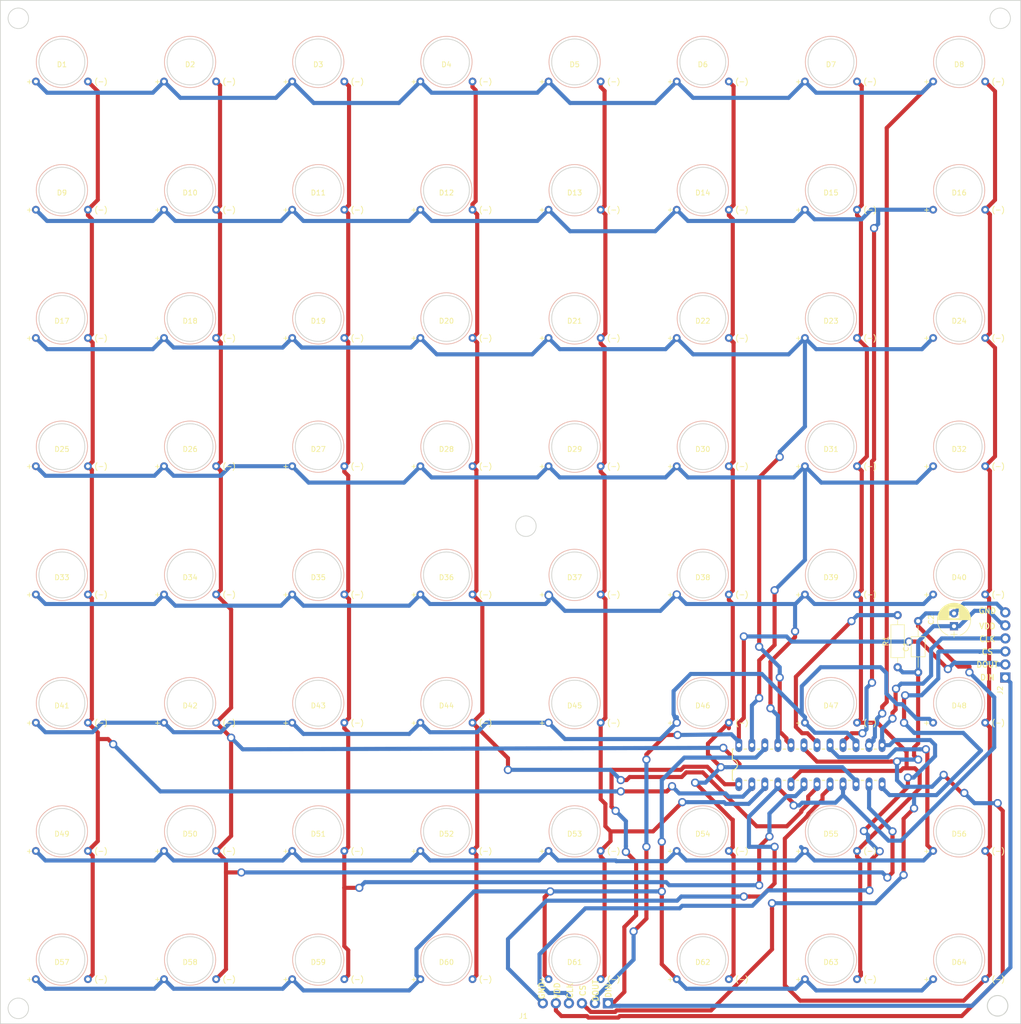
<source format=kicad_pcb>
(kicad_pcb (version 20171130) (host pcbnew 5.0.2-bee76a0~70~ubuntu14.04.1)

  (general
    (thickness 1.6)
    (drawings 85)
    (tracks 946)
    (zones 0)
    (modules 70)
    (nets 24)
  )

  (page A3 portrait)
  (layers
    (0 F.Cu signal)
    (31 B.Cu signal)
    (32 B.Adhes user)
    (33 F.Adhes user)
    (34 B.Paste user)
    (35 F.Paste user)
    (36 B.SilkS user)
    (37 F.SilkS user)
    (38 B.Mask user)
    (39 F.Mask user)
    (40 Dwgs.User user)
    (41 Cmts.User user)
    (42 Eco1.User user)
    (43 Eco2.User user)
    (44 Edge.Cuts user)
    (45 Margin user)
    (46 B.CrtYd user)
    (47 F.CrtYd user)
    (48 B.Fab user)
    (49 F.Fab user)
  )

  (setup
    (last_trace_width 0.8)
    (trace_clearance 0.3)
    (zone_clearance 0.508)
    (zone_45_only no)
    (trace_min 0.2)
    (segment_width 0.2)
    (edge_width 0.15)
    (via_size 1.6)
    (via_drill 1)
    (via_min_size 0.4)
    (via_min_drill 0.3)
    (uvia_size 0.3)
    (uvia_drill 0.1)
    (uvias_allowed no)
    (uvia_min_size 0.2)
    (uvia_min_drill 0.1)
    (pcb_text_width 0.3)
    (pcb_text_size 1.5 1.5)
    (mod_edge_width 0.15)
    (mod_text_size 1 1)
    (mod_text_width 0.15)
    (pad_size 1.524 1.524)
    (pad_drill 0.762)
    (pad_to_mask_clearance 0.051)
    (solder_mask_min_width 0.25)
    (aux_axis_origin 0 0)
    (visible_elements 7FFFFFFF)
    (pcbplotparams
      (layerselection 0x010fc_ffffffff)
      (usegerberextensions false)
      (usegerberattributes false)
      (usegerberadvancedattributes false)
      (creategerberjobfile false)
      (excludeedgelayer true)
      (linewidth 0.100000)
      (plotframeref false)
      (viasonmask false)
      (mode 1)
      (useauxorigin false)
      (hpglpennumber 1)
      (hpglpenspeed 20)
      (hpglpendiameter 15.000000)
      (psnegative false)
      (psa4output false)
      (plotreference true)
      (plotvalue true)
      (plotinvisibletext false)
      (padsonsilk false)
      (subtractmaskfromsilk false)
      (outputformat 1)
      (mirror false)
      (drillshape 0)
      (scaleselection 1)
      (outputdirectory "EXPORT/"))
  )

  (net 0 "")
  (net 1 Earth)
  (net 2 VDD)
  (net 3 /LED0)
  (net 4 /LEDA)
  (net 5 /LED1)
  (net 6 /LED2)
  (net 7 /LED3)
  (net 8 /LED4)
  (net 9 /LED5)
  (net 10 /LED6)
  (net 11 /LED7)
  (net 12 /LEDB)
  (net 13 /LEDC)
  (net 14 /LEDD)
  (net 15 /LEDE)
  (net 16 /LEDF)
  (net 17 /LEDG)
  (net 18 /LEDDP)
  (net 19 /CLK)
  (net 20 /DIN)
  (net 21 /DOUT)
  (net 22 /CS)
  (net 23 "Net-(R1-Pad2)")

  (net_class Default "This is the default net class."
    (clearance 0.3)
    (trace_width 0.8)
    (via_dia 1.6)
    (via_drill 1)
    (uvia_dia 0.3)
    (uvia_drill 0.1)
    (add_net /CLK)
    (add_net /CS)
    (add_net /DIN)
    (add_net /DOUT)
    (add_net /LED0)
    (add_net /LED1)
    (add_net /LED2)
    (add_net /LED3)
    (add_net /LED4)
    (add_net /LED5)
    (add_net /LED6)
    (add_net /LED7)
    (add_net /LEDA)
    (add_net /LEDB)
    (add_net /LEDC)
    (add_net /LEDD)
    (add_net /LEDDP)
    (add_net /LEDE)
    (add_net /LEDF)
    (add_net /LEDG)
    (add_net Earth)
    (add_net "Net-(R1-Pad2)")
    (add_net VDD)
  )

  (module lorenzo:ledthroughhole (layer F.Cu) (tedit 5E2CDF68) (tstamp 5E2CC69F)
    (at 30 30)
    (path /5E2C90BE)
    (fp_text reference D1 (at 0 0.5) (layer F.SilkS)
      (effects (font (size 1 1) (thickness 0.15)))
    )
    (fp_text value LED (at 0 -0.5) (layer F.Fab)
      (effects (font (size 1 1) (thickness 0.15)))
    )
    (fp_text user + (at -6.35 3.81) (layer F.SilkS)
      (effects (font (size 1 1) (thickness 0.15)))
    )
    (fp_text user "(-)" (at 7.62 3.81) (layer F.SilkS)
      (effects (font (size 1 1) (thickness 0.15)))
    )
    (fp_circle (center 0 0) (end 5 0) (layer B.SilkS) (width 0.15))
    (pad 1 thru_hole circle (at 5.08 3.81) (size 1.524 1.524) (drill 0.762) (layers *.Cu *.Mask)
      (net 3 /LED0))
    (pad 2 thru_hole circle (at -5.08 3.81) (size 1.524 1.524) (drill 0.762) (layers *.Cu *.Mask)
      (net 4 /LEDA))
  )

  (module lorenzo:ledthroughhole (layer F.Cu) (tedit 5E2CDF68) (tstamp 5E2CC6A7)
    (at 55 30)
    (path /5E2C9744)
    (fp_text reference D2 (at 0 0.5) (layer F.SilkS)
      (effects (font (size 1 1) (thickness 0.15)))
    )
    (fp_text value LED (at 0 -0.5) (layer F.Fab)
      (effects (font (size 1 1) (thickness 0.15)))
    )
    (fp_text user + (at -6.35 3.81) (layer F.SilkS)
      (effects (font (size 1 1) (thickness 0.15)))
    )
    (fp_text user "(-)" (at 7.62 3.81) (layer F.SilkS)
      (effects (font (size 1 1) (thickness 0.15)))
    )
    (fp_circle (center 0 0) (end 5 0) (layer B.SilkS) (width 0.15))
    (pad 1 thru_hole circle (at 5.08 3.81) (size 1.524 1.524) (drill 0.762) (layers *.Cu *.Mask)
      (net 5 /LED1))
    (pad 2 thru_hole circle (at -5.08 3.81) (size 1.524 1.524) (drill 0.762) (layers *.Cu *.Mask)
      (net 4 /LEDA))
  )

  (module lorenzo:ledthroughhole (layer F.Cu) (tedit 5E2CDF68) (tstamp 5E2CC6AF)
    (at 80 30)
    (path /5E2D3D77)
    (fp_text reference D3 (at 0 0.5) (layer F.SilkS)
      (effects (font (size 1 1) (thickness 0.15)))
    )
    (fp_text value LED (at 0 -0.5) (layer F.Fab)
      (effects (font (size 1 1) (thickness 0.15)))
    )
    (fp_text user + (at -6.35 3.81) (layer F.SilkS)
      (effects (font (size 1 1) (thickness 0.15)))
    )
    (fp_text user "(-)" (at 7.62 3.81) (layer F.SilkS)
      (effects (font (size 1 1) (thickness 0.15)))
    )
    (fp_circle (center 0 0) (end 5 0) (layer B.SilkS) (width 0.15))
    (pad 1 thru_hole circle (at 5.08 3.81) (size 1.524 1.524) (drill 0.762) (layers *.Cu *.Mask)
      (net 6 /LED2))
    (pad 2 thru_hole circle (at -5.08 3.81) (size 1.524 1.524) (drill 0.762) (layers *.Cu *.Mask)
      (net 4 /LEDA))
  )

  (module lorenzo:ledthroughhole (layer F.Cu) (tedit 5E2CDF68) (tstamp 5E2CC6B7)
    (at 105 30)
    (path /5E2D3D7E)
    (fp_text reference D4 (at 0 0.5) (layer F.SilkS)
      (effects (font (size 1 1) (thickness 0.15)))
    )
    (fp_text value LED (at 0 -0.5) (layer F.Fab)
      (effects (font (size 1 1) (thickness 0.15)))
    )
    (fp_text user + (at -6.35 3.81) (layer F.SilkS)
      (effects (font (size 1 1) (thickness 0.15)))
    )
    (fp_text user "(-)" (at 7.62 3.81) (layer F.SilkS)
      (effects (font (size 1 1) (thickness 0.15)))
    )
    (fp_circle (center 0 0) (end 5 0) (layer B.SilkS) (width 0.15))
    (pad 1 thru_hole circle (at 5.08 3.81) (size 1.524 1.524) (drill 0.762) (layers *.Cu *.Mask)
      (net 7 /LED3))
    (pad 2 thru_hole circle (at -5.08 3.81) (size 1.524 1.524) (drill 0.762) (layers *.Cu *.Mask)
      (net 4 /LEDA))
  )

  (module lorenzo:ledthroughhole (layer F.Cu) (tedit 5E2CDF68) (tstamp 5E2CC6BF)
    (at 130 30)
    (path /5E2D46A0)
    (fp_text reference D5 (at 0 0.5) (layer F.SilkS)
      (effects (font (size 1 1) (thickness 0.15)))
    )
    (fp_text value LED (at 0 -0.5) (layer F.Fab)
      (effects (font (size 1 1) (thickness 0.15)))
    )
    (fp_text user + (at -6.35 3.81) (layer F.SilkS)
      (effects (font (size 1 1) (thickness 0.15)))
    )
    (fp_text user "(-)" (at 7.62 3.81) (layer F.SilkS)
      (effects (font (size 1 1) (thickness 0.15)))
    )
    (fp_circle (center 0 0) (end 5 0) (layer B.SilkS) (width 0.15))
    (pad 1 thru_hole circle (at 5.08 3.81) (size 1.524 1.524) (drill 0.762) (layers *.Cu *.Mask)
      (net 8 /LED4))
    (pad 2 thru_hole circle (at -5.08 3.81) (size 1.524 1.524) (drill 0.762) (layers *.Cu *.Mask)
      (net 4 /LEDA))
  )

  (module lorenzo:ledthroughhole (layer F.Cu) (tedit 5E2CDF68) (tstamp 5E2CC6C7)
    (at 155 30)
    (path /5E2D46A7)
    (fp_text reference D6 (at 0 0.5) (layer F.SilkS)
      (effects (font (size 1 1) (thickness 0.15)))
    )
    (fp_text value LED (at 0 -0.5) (layer F.Fab)
      (effects (font (size 1 1) (thickness 0.15)))
    )
    (fp_text user + (at -6.35 3.81) (layer F.SilkS)
      (effects (font (size 1 1) (thickness 0.15)))
    )
    (fp_text user "(-)" (at 7.62 3.81) (layer F.SilkS)
      (effects (font (size 1 1) (thickness 0.15)))
    )
    (fp_circle (center 0 0) (end 5 0) (layer B.SilkS) (width 0.15))
    (pad 1 thru_hole circle (at 5.08 3.81) (size 1.524 1.524) (drill 0.762) (layers *.Cu *.Mask)
      (net 9 /LED5))
    (pad 2 thru_hole circle (at -5.08 3.81) (size 1.524 1.524) (drill 0.762) (layers *.Cu *.Mask)
      (net 4 /LEDA))
  )

  (module lorenzo:ledthroughhole (layer F.Cu) (tedit 5E2CDF68) (tstamp 5E2CC6CF)
    (at 180 30)
    (path /5E2D46AE)
    (fp_text reference D7 (at 0 0.5) (layer F.SilkS)
      (effects (font (size 1 1) (thickness 0.15)))
    )
    (fp_text value LED (at 0 -0.5) (layer F.Fab)
      (effects (font (size 1 1) (thickness 0.15)))
    )
    (fp_text user + (at -6.35 3.81) (layer F.SilkS)
      (effects (font (size 1 1) (thickness 0.15)))
    )
    (fp_text user "(-)" (at 7.62 3.81) (layer F.SilkS)
      (effects (font (size 1 1) (thickness 0.15)))
    )
    (fp_circle (center 0 0) (end 5 0) (layer B.SilkS) (width 0.15))
    (pad 1 thru_hole circle (at 5.08 3.81) (size 1.524 1.524) (drill 0.762) (layers *.Cu *.Mask)
      (net 10 /LED6))
    (pad 2 thru_hole circle (at -5.08 3.81) (size 1.524 1.524) (drill 0.762) (layers *.Cu *.Mask)
      (net 4 /LEDA))
  )

  (module lorenzo:ledthroughhole (layer F.Cu) (tedit 5E2CDF68) (tstamp 5E2CC6D7)
    (at 205 30)
    (path /5E2D46B5)
    (fp_text reference D8 (at 0 0.5) (layer F.SilkS)
      (effects (font (size 1 1) (thickness 0.15)))
    )
    (fp_text value LED (at 0 -0.5) (layer F.Fab)
      (effects (font (size 1 1) (thickness 0.15)))
    )
    (fp_text user + (at -6.35 3.81) (layer F.SilkS)
      (effects (font (size 1 1) (thickness 0.15)))
    )
    (fp_text user "(-)" (at 7.62 3.81) (layer F.SilkS)
      (effects (font (size 1 1) (thickness 0.15)))
    )
    (fp_circle (center 0 0) (end 5 0) (layer B.SilkS) (width 0.15))
    (pad 1 thru_hole circle (at 5.08 3.81) (size 1.524 1.524) (drill 0.762) (layers *.Cu *.Mask)
      (net 11 /LED7))
    (pad 2 thru_hole circle (at -5.08 3.81) (size 1.524 1.524) (drill 0.762) (layers *.Cu *.Mask)
      (net 4 /LEDA))
  )

  (module lorenzo:ledthroughhole (layer F.Cu) (tedit 5E2CDF68) (tstamp 5E2CC6DF)
    (at 30 55)
    (path /5E2E0539)
    (fp_text reference D9 (at 0 0.5) (layer F.SilkS)
      (effects (font (size 1 1) (thickness 0.15)))
    )
    (fp_text value LED (at 0 -0.5) (layer F.Fab)
      (effects (font (size 1 1) (thickness 0.15)))
    )
    (fp_text user + (at -6.35 3.81) (layer F.SilkS)
      (effects (font (size 1 1) (thickness 0.15)))
    )
    (fp_text user "(-)" (at 7.62 3.81) (layer F.SilkS)
      (effects (font (size 1 1) (thickness 0.15)))
    )
    (fp_circle (center 0 0) (end 5 0) (layer B.SilkS) (width 0.15))
    (pad 1 thru_hole circle (at 5.08 3.81) (size 1.524 1.524) (drill 0.762) (layers *.Cu *.Mask)
      (net 3 /LED0))
    (pad 2 thru_hole circle (at -5.08 3.81) (size 1.524 1.524) (drill 0.762) (layers *.Cu *.Mask)
      (net 12 /LEDB))
  )

  (module lorenzo:ledthroughhole (layer F.Cu) (tedit 5E2CDF68) (tstamp 5E2CC6E7)
    (at 55 55)
    (path /5E2E0540)
    (fp_text reference D10 (at 0 0.5) (layer F.SilkS)
      (effects (font (size 1 1) (thickness 0.15)))
    )
    (fp_text value LED (at 0 -0.5) (layer F.Fab)
      (effects (font (size 1 1) (thickness 0.15)))
    )
    (fp_text user + (at -6.35 3.81) (layer F.SilkS)
      (effects (font (size 1 1) (thickness 0.15)))
    )
    (fp_text user "(-)" (at 7.62 3.81) (layer F.SilkS)
      (effects (font (size 1 1) (thickness 0.15)))
    )
    (fp_circle (center 0 0) (end 5 0) (layer B.SilkS) (width 0.15))
    (pad 1 thru_hole circle (at 5.08 3.81) (size 1.524 1.524) (drill 0.762) (layers *.Cu *.Mask)
      (net 5 /LED1))
    (pad 2 thru_hole circle (at -5.08 3.81) (size 1.524 1.524) (drill 0.762) (layers *.Cu *.Mask)
      (net 12 /LEDB))
  )

  (module lorenzo:ledthroughhole (layer F.Cu) (tedit 5E2CDF68) (tstamp 5E2CC6EF)
    (at 80 55)
    (path /5E2E0547)
    (fp_text reference D11 (at 0 0.5) (layer F.SilkS)
      (effects (font (size 1 1) (thickness 0.15)))
    )
    (fp_text value LED (at 0 -0.5) (layer F.Fab)
      (effects (font (size 1 1) (thickness 0.15)))
    )
    (fp_text user + (at -6.35 3.81) (layer F.SilkS)
      (effects (font (size 1 1) (thickness 0.15)))
    )
    (fp_text user "(-)" (at 7.62 3.81) (layer F.SilkS)
      (effects (font (size 1 1) (thickness 0.15)))
    )
    (fp_circle (center 0 0) (end 5 0) (layer B.SilkS) (width 0.15))
    (pad 1 thru_hole circle (at 5.08 3.81) (size 1.524 1.524) (drill 0.762) (layers *.Cu *.Mask)
      (net 6 /LED2))
    (pad 2 thru_hole circle (at -5.08 3.81) (size 1.524 1.524) (drill 0.762) (layers *.Cu *.Mask)
      (net 12 /LEDB))
  )

  (module lorenzo:ledthroughhole (layer F.Cu) (tedit 5E2CDF68) (tstamp 5E2CC6F7)
    (at 105 55)
    (path /5E2E054E)
    (fp_text reference D12 (at 0 0.5) (layer F.SilkS)
      (effects (font (size 1 1) (thickness 0.15)))
    )
    (fp_text value LED (at 0 -0.5) (layer F.Fab)
      (effects (font (size 1 1) (thickness 0.15)))
    )
    (fp_text user + (at -6.35 3.81) (layer F.SilkS)
      (effects (font (size 1 1) (thickness 0.15)))
    )
    (fp_text user "(-)" (at 7.62 3.81) (layer F.SilkS)
      (effects (font (size 1 1) (thickness 0.15)))
    )
    (fp_circle (center 0 0) (end 5 0) (layer B.SilkS) (width 0.15))
    (pad 1 thru_hole circle (at 5.08 3.81) (size 1.524 1.524) (drill 0.762) (layers *.Cu *.Mask)
      (net 7 /LED3))
    (pad 2 thru_hole circle (at -5.08 3.81) (size 1.524 1.524) (drill 0.762) (layers *.Cu *.Mask)
      (net 12 /LEDB))
  )

  (module lorenzo:ledthroughhole (layer F.Cu) (tedit 5E2CDF68) (tstamp 5E2CC6FF)
    (at 130 55)
    (path /5E2E0555)
    (fp_text reference D13 (at 0 0.5) (layer F.SilkS)
      (effects (font (size 1 1) (thickness 0.15)))
    )
    (fp_text value LED (at 0 -0.5) (layer F.Fab)
      (effects (font (size 1 1) (thickness 0.15)))
    )
    (fp_text user + (at -6.35 3.81) (layer F.SilkS)
      (effects (font (size 1 1) (thickness 0.15)))
    )
    (fp_text user "(-)" (at 7.62 3.81) (layer F.SilkS)
      (effects (font (size 1 1) (thickness 0.15)))
    )
    (fp_circle (center 0 0) (end 5 0) (layer B.SilkS) (width 0.15))
    (pad 1 thru_hole circle (at 5.08 3.81) (size 1.524 1.524) (drill 0.762) (layers *.Cu *.Mask)
      (net 8 /LED4))
    (pad 2 thru_hole circle (at -5.08 3.81) (size 1.524 1.524) (drill 0.762) (layers *.Cu *.Mask)
      (net 12 /LEDB))
  )

  (module lorenzo:ledthroughhole (layer F.Cu) (tedit 5E2CDF68) (tstamp 5E2CC707)
    (at 155 55)
    (path /5E2E055C)
    (fp_text reference D14 (at 0 0.5) (layer F.SilkS)
      (effects (font (size 1 1) (thickness 0.15)))
    )
    (fp_text value LED (at 0 -0.5) (layer F.Fab)
      (effects (font (size 1 1) (thickness 0.15)))
    )
    (fp_text user + (at -6.35 3.81) (layer F.SilkS)
      (effects (font (size 1 1) (thickness 0.15)))
    )
    (fp_text user "(-)" (at 7.62 3.81) (layer F.SilkS)
      (effects (font (size 1 1) (thickness 0.15)))
    )
    (fp_circle (center 0 0) (end 5 0) (layer B.SilkS) (width 0.15))
    (pad 1 thru_hole circle (at 5.08 3.81) (size 1.524 1.524) (drill 0.762) (layers *.Cu *.Mask)
      (net 9 /LED5))
    (pad 2 thru_hole circle (at -5.08 3.81) (size 1.524 1.524) (drill 0.762) (layers *.Cu *.Mask)
      (net 12 /LEDB))
  )

  (module lorenzo:ledthroughhole (layer F.Cu) (tedit 5E2CDF68) (tstamp 5E2CC70F)
    (at 180 55)
    (path /5E2E0563)
    (fp_text reference D15 (at 0 0.5) (layer F.SilkS)
      (effects (font (size 1 1) (thickness 0.15)))
    )
    (fp_text value LED (at 0 -0.5) (layer F.Fab)
      (effects (font (size 1 1) (thickness 0.15)))
    )
    (fp_text user + (at -6.35 3.81) (layer F.SilkS)
      (effects (font (size 1 1) (thickness 0.15)))
    )
    (fp_text user "(-)" (at 7.62 3.81) (layer F.SilkS)
      (effects (font (size 1 1) (thickness 0.15)))
    )
    (fp_circle (center 0 0) (end 5 0) (layer B.SilkS) (width 0.15))
    (pad 1 thru_hole circle (at 5.08 3.81) (size 1.524 1.524) (drill 0.762) (layers *.Cu *.Mask)
      (net 10 /LED6))
    (pad 2 thru_hole circle (at -5.08 3.81) (size 1.524 1.524) (drill 0.762) (layers *.Cu *.Mask)
      (net 12 /LEDB))
  )

  (module lorenzo:ledthroughhole (layer F.Cu) (tedit 5E2CDF68) (tstamp 5E2CC717)
    (at 205 55)
    (path /5E2E056A)
    (fp_text reference D16 (at 0 0.5) (layer F.SilkS)
      (effects (font (size 1 1) (thickness 0.15)))
    )
    (fp_text value LED (at 0 -0.5) (layer F.Fab)
      (effects (font (size 1 1) (thickness 0.15)))
    )
    (fp_text user + (at -6.35 3.81) (layer F.SilkS)
      (effects (font (size 1 1) (thickness 0.15)))
    )
    (fp_text user "(-)" (at 7.62 3.81) (layer F.SilkS)
      (effects (font (size 1 1) (thickness 0.15)))
    )
    (fp_circle (center 0 0) (end 5 0) (layer B.SilkS) (width 0.15))
    (pad 1 thru_hole circle (at 5.08 3.81) (size 1.524 1.524) (drill 0.762) (layers *.Cu *.Mask)
      (net 11 /LED7))
    (pad 2 thru_hole circle (at -5.08 3.81) (size 1.524 1.524) (drill 0.762) (layers *.Cu *.Mask)
      (net 12 /LEDB))
  )

  (module lorenzo:ledthroughhole (layer F.Cu) (tedit 5E2CDF68) (tstamp 5E2CC71F)
    (at 30 80)
    (path /5E2E1A9A)
    (fp_text reference D17 (at 0 0.5) (layer F.SilkS)
      (effects (font (size 1 1) (thickness 0.15)))
    )
    (fp_text value LED (at 0 -0.5) (layer F.Fab)
      (effects (font (size 1 1) (thickness 0.15)))
    )
    (fp_text user + (at -6.35 3.81) (layer F.SilkS)
      (effects (font (size 1 1) (thickness 0.15)))
    )
    (fp_text user "(-)" (at 7.62 3.81) (layer F.SilkS)
      (effects (font (size 1 1) (thickness 0.15)))
    )
    (fp_circle (center 0 0) (end 5 0) (layer B.SilkS) (width 0.15))
    (pad 1 thru_hole circle (at 5.08 3.81) (size 1.524 1.524) (drill 0.762) (layers *.Cu *.Mask)
      (net 3 /LED0))
    (pad 2 thru_hole circle (at -5.08 3.81) (size 1.524 1.524) (drill 0.762) (layers *.Cu *.Mask)
      (net 13 /LEDC))
  )

  (module lorenzo:ledthroughhole (layer F.Cu) (tedit 5E2CDF68) (tstamp 5E2CC727)
    (at 55 80)
    (path /5E2E1AA1)
    (fp_text reference D18 (at 0 0.5) (layer F.SilkS)
      (effects (font (size 1 1) (thickness 0.15)))
    )
    (fp_text value LED (at 0 -0.5) (layer F.Fab)
      (effects (font (size 1 1) (thickness 0.15)))
    )
    (fp_text user + (at -6.35 3.81) (layer F.SilkS)
      (effects (font (size 1 1) (thickness 0.15)))
    )
    (fp_text user "(-)" (at 7.62 3.81) (layer F.SilkS)
      (effects (font (size 1 1) (thickness 0.15)))
    )
    (fp_circle (center 0 0) (end 5 0) (layer B.SilkS) (width 0.15))
    (pad 1 thru_hole circle (at 5.08 3.81) (size 1.524 1.524) (drill 0.762) (layers *.Cu *.Mask)
      (net 5 /LED1))
    (pad 2 thru_hole circle (at -5.08 3.81) (size 1.524 1.524) (drill 0.762) (layers *.Cu *.Mask)
      (net 13 /LEDC))
  )

  (module lorenzo:ledthroughhole (layer F.Cu) (tedit 5E2CDF68) (tstamp 5E2CC72F)
    (at 80 80)
    (path /5E2E1AA8)
    (fp_text reference D19 (at 0 0.5) (layer F.SilkS)
      (effects (font (size 1 1) (thickness 0.15)))
    )
    (fp_text value LED (at 0 -0.5) (layer F.Fab)
      (effects (font (size 1 1) (thickness 0.15)))
    )
    (fp_text user + (at -6.35 3.81) (layer F.SilkS)
      (effects (font (size 1 1) (thickness 0.15)))
    )
    (fp_text user "(-)" (at 7.62 3.81) (layer F.SilkS)
      (effects (font (size 1 1) (thickness 0.15)))
    )
    (fp_circle (center 0 0) (end 5 0) (layer B.SilkS) (width 0.15))
    (pad 1 thru_hole circle (at 5.08 3.81) (size 1.524 1.524) (drill 0.762) (layers *.Cu *.Mask)
      (net 6 /LED2))
    (pad 2 thru_hole circle (at -5.08 3.81) (size 1.524 1.524) (drill 0.762) (layers *.Cu *.Mask)
      (net 13 /LEDC))
  )

  (module lorenzo:ledthroughhole (layer F.Cu) (tedit 5E2CDF68) (tstamp 5E2CC737)
    (at 105 80)
    (path /5E2E1AAF)
    (fp_text reference D20 (at 0 0.5) (layer F.SilkS)
      (effects (font (size 1 1) (thickness 0.15)))
    )
    (fp_text value LED (at 0 -0.5) (layer F.Fab)
      (effects (font (size 1 1) (thickness 0.15)))
    )
    (fp_text user + (at -6.35 3.81) (layer F.SilkS)
      (effects (font (size 1 1) (thickness 0.15)))
    )
    (fp_text user "(-)" (at 7.62 3.81) (layer F.SilkS)
      (effects (font (size 1 1) (thickness 0.15)))
    )
    (fp_circle (center 0 0) (end 5 0) (layer B.SilkS) (width 0.15))
    (pad 1 thru_hole circle (at 5.08 3.81) (size 1.524 1.524) (drill 0.762) (layers *.Cu *.Mask)
      (net 7 /LED3))
    (pad 2 thru_hole circle (at -5.08 3.81) (size 1.524 1.524) (drill 0.762) (layers *.Cu *.Mask)
      (net 13 /LEDC))
  )

  (module lorenzo:ledthroughhole (layer F.Cu) (tedit 5E2CDF68) (tstamp 5E2CC73F)
    (at 130 80)
    (path /5E2E1AB6)
    (fp_text reference D21 (at 0 0.5) (layer F.SilkS)
      (effects (font (size 1 1) (thickness 0.15)))
    )
    (fp_text value LED (at 0 -0.5) (layer F.Fab)
      (effects (font (size 1 1) (thickness 0.15)))
    )
    (fp_text user + (at -6.35 3.81) (layer F.SilkS)
      (effects (font (size 1 1) (thickness 0.15)))
    )
    (fp_text user "(-)" (at 7.62 3.81) (layer F.SilkS)
      (effects (font (size 1 1) (thickness 0.15)))
    )
    (fp_circle (center 0 0) (end 5 0) (layer B.SilkS) (width 0.15))
    (pad 1 thru_hole circle (at 5.08 3.81) (size 1.524 1.524) (drill 0.762) (layers *.Cu *.Mask)
      (net 8 /LED4))
    (pad 2 thru_hole circle (at -5.08 3.81) (size 1.524 1.524) (drill 0.762) (layers *.Cu *.Mask)
      (net 13 /LEDC))
  )

  (module lorenzo:ledthroughhole (layer F.Cu) (tedit 5E2CDF68) (tstamp 5E2CC747)
    (at 155 80)
    (path /5E2E1ABD)
    (fp_text reference D22 (at 0 0.5) (layer F.SilkS)
      (effects (font (size 1 1) (thickness 0.15)))
    )
    (fp_text value LED (at 0 -0.5) (layer F.Fab)
      (effects (font (size 1 1) (thickness 0.15)))
    )
    (fp_text user + (at -6.35 3.81) (layer F.SilkS)
      (effects (font (size 1 1) (thickness 0.15)))
    )
    (fp_text user "(-)" (at 7.62 3.81) (layer F.SilkS)
      (effects (font (size 1 1) (thickness 0.15)))
    )
    (fp_circle (center 0 0) (end 5 0) (layer B.SilkS) (width 0.15))
    (pad 1 thru_hole circle (at 5.08 3.81) (size 1.524 1.524) (drill 0.762) (layers *.Cu *.Mask)
      (net 9 /LED5))
    (pad 2 thru_hole circle (at -5.08 3.81) (size 1.524 1.524) (drill 0.762) (layers *.Cu *.Mask)
      (net 13 /LEDC))
  )

  (module lorenzo:ledthroughhole (layer F.Cu) (tedit 5E2CDF68) (tstamp 5E2CC74F)
    (at 180 80)
    (path /5E2E1AC4)
    (fp_text reference D23 (at 0 0.5) (layer F.SilkS)
      (effects (font (size 1 1) (thickness 0.15)))
    )
    (fp_text value LED (at 0 -0.5) (layer F.Fab)
      (effects (font (size 1 1) (thickness 0.15)))
    )
    (fp_text user + (at -6.35 3.81) (layer F.SilkS)
      (effects (font (size 1 1) (thickness 0.15)))
    )
    (fp_text user "(-)" (at 7.62 3.81) (layer F.SilkS)
      (effects (font (size 1 1) (thickness 0.15)))
    )
    (fp_circle (center 0 0) (end 5 0) (layer B.SilkS) (width 0.15))
    (pad 1 thru_hole circle (at 5.08 3.81) (size 1.524 1.524) (drill 0.762) (layers *.Cu *.Mask)
      (net 10 /LED6))
    (pad 2 thru_hole circle (at -5.08 3.81) (size 1.524 1.524) (drill 0.762) (layers *.Cu *.Mask)
      (net 13 /LEDC))
  )

  (module lorenzo:ledthroughhole (layer F.Cu) (tedit 5E2CDF68) (tstamp 5E2CC757)
    (at 205 80)
    (path /5E2E1ACB)
    (fp_text reference D24 (at 0 0.5) (layer F.SilkS)
      (effects (font (size 1 1) (thickness 0.15)))
    )
    (fp_text value LED (at 0 -0.5) (layer F.Fab)
      (effects (font (size 1 1) (thickness 0.15)))
    )
    (fp_text user + (at -6.35 3.81) (layer F.SilkS)
      (effects (font (size 1 1) (thickness 0.15)))
    )
    (fp_text user "(-)" (at 7.62 3.81) (layer F.SilkS)
      (effects (font (size 1 1) (thickness 0.15)))
    )
    (fp_circle (center 0 0) (end 5 0) (layer B.SilkS) (width 0.15))
    (pad 1 thru_hole circle (at 5.08 3.81) (size 1.524 1.524) (drill 0.762) (layers *.Cu *.Mask)
      (net 11 /LED7))
    (pad 2 thru_hole circle (at -5.08 3.81) (size 1.524 1.524) (drill 0.762) (layers *.Cu *.Mask)
      (net 13 /LEDC))
  )

  (module lorenzo:ledthroughhole (layer F.Cu) (tedit 5E2CDF68) (tstamp 5E2CC75F)
    (at 30 105)
    (path /5E2E1AD2)
    (fp_text reference D25 (at 0 0.5) (layer F.SilkS)
      (effects (font (size 1 1) (thickness 0.15)))
    )
    (fp_text value LED (at 0 -0.5) (layer F.Fab)
      (effects (font (size 1 1) (thickness 0.15)))
    )
    (fp_text user + (at -6.35 3.81) (layer F.SilkS)
      (effects (font (size 1 1) (thickness 0.15)))
    )
    (fp_text user "(-)" (at 7.62 3.81) (layer F.SilkS)
      (effects (font (size 1 1) (thickness 0.15)))
    )
    (fp_circle (center 0 0) (end 5 0) (layer B.SilkS) (width 0.15))
    (pad 1 thru_hole circle (at 5.08 3.81) (size 1.524 1.524) (drill 0.762) (layers *.Cu *.Mask)
      (net 3 /LED0))
    (pad 2 thru_hole circle (at -5.08 3.81) (size 1.524 1.524) (drill 0.762) (layers *.Cu *.Mask)
      (net 14 /LEDD))
  )

  (module lorenzo:ledthroughhole (layer F.Cu) (tedit 5E2CDF68) (tstamp 5E2CC767)
    (at 55 105)
    (path /5E2E1AD9)
    (fp_text reference D26 (at 0 0.5) (layer F.SilkS)
      (effects (font (size 1 1) (thickness 0.15)))
    )
    (fp_text value LED (at 0 -0.5) (layer F.Fab)
      (effects (font (size 1 1) (thickness 0.15)))
    )
    (fp_text user + (at -6.35 3.81) (layer F.SilkS)
      (effects (font (size 1 1) (thickness 0.15)))
    )
    (fp_text user "(-)" (at 7.62 3.81) (layer F.SilkS)
      (effects (font (size 1 1) (thickness 0.15)))
    )
    (fp_circle (center 0 0) (end 5 0) (layer B.SilkS) (width 0.15))
    (pad 1 thru_hole circle (at 5.08 3.81) (size 1.524 1.524) (drill 0.762) (layers *.Cu *.Mask)
      (net 5 /LED1))
    (pad 2 thru_hole circle (at -5.08 3.81) (size 1.524 1.524) (drill 0.762) (layers *.Cu *.Mask)
      (net 14 /LEDD))
  )

  (module lorenzo:ledthroughhole (layer F.Cu) (tedit 5E2CDF68) (tstamp 5E2CC76F)
    (at 80 105)
    (path /5E2E1AE0)
    (fp_text reference D27 (at 0 0.5) (layer F.SilkS)
      (effects (font (size 1 1) (thickness 0.15)))
    )
    (fp_text value LED (at 0 -0.5) (layer F.Fab)
      (effects (font (size 1 1) (thickness 0.15)))
    )
    (fp_text user + (at -6.35 3.81) (layer F.SilkS)
      (effects (font (size 1 1) (thickness 0.15)))
    )
    (fp_text user "(-)" (at 7.62 3.81) (layer F.SilkS)
      (effects (font (size 1 1) (thickness 0.15)))
    )
    (fp_circle (center 0 0) (end 5 0) (layer B.SilkS) (width 0.15))
    (pad 1 thru_hole circle (at 5.08 3.81) (size 1.524 1.524) (drill 0.762) (layers *.Cu *.Mask)
      (net 6 /LED2))
    (pad 2 thru_hole circle (at -5.08 3.81) (size 1.524 1.524) (drill 0.762) (layers *.Cu *.Mask)
      (net 14 /LEDD))
  )

  (module lorenzo:ledthroughhole (layer F.Cu) (tedit 5E2CDF68) (tstamp 5E2CC777)
    (at 105 105)
    (path /5E2E1AE7)
    (fp_text reference D28 (at 0 0.5) (layer F.SilkS)
      (effects (font (size 1 1) (thickness 0.15)))
    )
    (fp_text value LED (at 0 -0.5) (layer F.Fab)
      (effects (font (size 1 1) (thickness 0.15)))
    )
    (fp_text user + (at -6.35 3.81) (layer F.SilkS)
      (effects (font (size 1 1) (thickness 0.15)))
    )
    (fp_text user "(-)" (at 7.62 3.81) (layer F.SilkS)
      (effects (font (size 1 1) (thickness 0.15)))
    )
    (fp_circle (center 0 0) (end 5 0) (layer B.SilkS) (width 0.15))
    (pad 1 thru_hole circle (at 5.08 3.81) (size 1.524 1.524) (drill 0.762) (layers *.Cu *.Mask)
      (net 7 /LED3))
    (pad 2 thru_hole circle (at -5.08 3.81) (size 1.524 1.524) (drill 0.762) (layers *.Cu *.Mask)
      (net 14 /LEDD))
  )

  (module lorenzo:ledthroughhole (layer F.Cu) (tedit 5E2CDF68) (tstamp 5E2CC77F)
    (at 130 105)
    (path /5E2E1AEE)
    (fp_text reference D29 (at 0 0.5) (layer F.SilkS)
      (effects (font (size 1 1) (thickness 0.15)))
    )
    (fp_text value LED (at 0 -0.5) (layer F.Fab)
      (effects (font (size 1 1) (thickness 0.15)))
    )
    (fp_text user + (at -6.35 3.81) (layer F.SilkS)
      (effects (font (size 1 1) (thickness 0.15)))
    )
    (fp_text user "(-)" (at 7.62 3.81) (layer F.SilkS)
      (effects (font (size 1 1) (thickness 0.15)))
    )
    (fp_circle (center 0 0) (end 5 0) (layer B.SilkS) (width 0.15))
    (pad 1 thru_hole circle (at 5.08 3.81) (size 1.524 1.524) (drill 0.762) (layers *.Cu *.Mask)
      (net 8 /LED4))
    (pad 2 thru_hole circle (at -5.08 3.81) (size 1.524 1.524) (drill 0.762) (layers *.Cu *.Mask)
      (net 14 /LEDD))
  )

  (module lorenzo:ledthroughhole (layer F.Cu) (tedit 5E2CDF68) (tstamp 5E2CC787)
    (at 155 105)
    (path /5E2E1AF5)
    (fp_text reference D30 (at 0 0.5) (layer F.SilkS)
      (effects (font (size 1 1) (thickness 0.15)))
    )
    (fp_text value LED (at 0 -0.5) (layer F.Fab)
      (effects (font (size 1 1) (thickness 0.15)))
    )
    (fp_text user + (at -6.35 3.81) (layer F.SilkS)
      (effects (font (size 1 1) (thickness 0.15)))
    )
    (fp_text user "(-)" (at 7.62 3.81) (layer F.SilkS)
      (effects (font (size 1 1) (thickness 0.15)))
    )
    (fp_circle (center 0 0) (end 5 0) (layer B.SilkS) (width 0.15))
    (pad 1 thru_hole circle (at 5.08 3.81) (size 1.524 1.524) (drill 0.762) (layers *.Cu *.Mask)
      (net 9 /LED5))
    (pad 2 thru_hole circle (at -5.08 3.81) (size 1.524 1.524) (drill 0.762) (layers *.Cu *.Mask)
      (net 14 /LEDD))
  )

  (module lorenzo:ledthroughhole (layer F.Cu) (tedit 5E2CDF68) (tstamp 5E2CC78F)
    (at 180 105)
    (path /5E2E1AFC)
    (fp_text reference D31 (at 0 0.5) (layer F.SilkS)
      (effects (font (size 1 1) (thickness 0.15)))
    )
    (fp_text value LED (at 0 -0.5) (layer F.Fab)
      (effects (font (size 1 1) (thickness 0.15)))
    )
    (fp_text user + (at -6.35 3.81) (layer F.SilkS)
      (effects (font (size 1 1) (thickness 0.15)))
    )
    (fp_text user "(-)" (at 7.62 3.81) (layer F.SilkS)
      (effects (font (size 1 1) (thickness 0.15)))
    )
    (fp_circle (center 0 0) (end 5 0) (layer B.SilkS) (width 0.15))
    (pad 1 thru_hole circle (at 5.08 3.81) (size 1.524 1.524) (drill 0.762) (layers *.Cu *.Mask)
      (net 10 /LED6))
    (pad 2 thru_hole circle (at -5.08 3.81) (size 1.524 1.524) (drill 0.762) (layers *.Cu *.Mask)
      (net 14 /LEDD))
  )

  (module lorenzo:ledthroughhole (layer F.Cu) (tedit 5E2CDF68) (tstamp 5E2CC797)
    (at 205 105)
    (path /5E2E1B03)
    (fp_text reference D32 (at 0 0.5) (layer F.SilkS)
      (effects (font (size 1 1) (thickness 0.15)))
    )
    (fp_text value LED (at 0 -0.5) (layer F.Fab)
      (effects (font (size 1 1) (thickness 0.15)))
    )
    (fp_text user + (at -6.35 3.81) (layer F.SilkS)
      (effects (font (size 1 1) (thickness 0.15)))
    )
    (fp_text user "(-)" (at 7.62 3.81) (layer F.SilkS)
      (effects (font (size 1 1) (thickness 0.15)))
    )
    (fp_circle (center 0 0) (end 5 0) (layer B.SilkS) (width 0.15))
    (pad 1 thru_hole circle (at 5.08 3.81) (size 1.524 1.524) (drill 0.762) (layers *.Cu *.Mask)
      (net 11 /LED7))
    (pad 2 thru_hole circle (at -5.08 3.81) (size 1.524 1.524) (drill 0.762) (layers *.Cu *.Mask)
      (net 14 /LEDD))
  )

  (module lorenzo:ledthroughhole (layer F.Cu) (tedit 5E2CDF68) (tstamp 5E2CC79F)
    (at 30 130)
    (path /5E2E328D)
    (fp_text reference D33 (at 0 0.5) (layer F.SilkS)
      (effects (font (size 1 1) (thickness 0.15)))
    )
    (fp_text value LED (at 0 -0.5) (layer F.Fab)
      (effects (font (size 1 1) (thickness 0.15)))
    )
    (fp_text user + (at -6.35 3.81) (layer F.SilkS)
      (effects (font (size 1 1) (thickness 0.15)))
    )
    (fp_text user "(-)" (at 7.62 3.81) (layer F.SilkS)
      (effects (font (size 1 1) (thickness 0.15)))
    )
    (fp_circle (center 0 0) (end 5 0) (layer B.SilkS) (width 0.15))
    (pad 1 thru_hole circle (at 5.08 3.81) (size 1.524 1.524) (drill 0.762) (layers *.Cu *.Mask)
      (net 3 /LED0))
    (pad 2 thru_hole circle (at -5.08 3.81) (size 1.524 1.524) (drill 0.762) (layers *.Cu *.Mask)
      (net 15 /LEDE))
  )

  (module lorenzo:ledthroughhole (layer F.Cu) (tedit 5E2CDF68) (tstamp 5E2CC7A7)
    (at 55 130)
    (path /5E2E3294)
    (fp_text reference D34 (at 0 0.5) (layer F.SilkS)
      (effects (font (size 1 1) (thickness 0.15)))
    )
    (fp_text value LED (at 0 -0.5) (layer F.Fab)
      (effects (font (size 1 1) (thickness 0.15)))
    )
    (fp_text user + (at -6.35 3.81) (layer F.SilkS)
      (effects (font (size 1 1) (thickness 0.15)))
    )
    (fp_text user "(-)" (at 7.62 3.81) (layer F.SilkS)
      (effects (font (size 1 1) (thickness 0.15)))
    )
    (fp_circle (center 0 0) (end 5 0) (layer B.SilkS) (width 0.15))
    (pad 1 thru_hole circle (at 5.08 3.81) (size 1.524 1.524) (drill 0.762) (layers *.Cu *.Mask)
      (net 5 /LED1))
    (pad 2 thru_hole circle (at -5.08 3.81) (size 1.524 1.524) (drill 0.762) (layers *.Cu *.Mask)
      (net 15 /LEDE))
  )

  (module lorenzo:ledthroughhole (layer F.Cu) (tedit 5E2CDF68) (tstamp 5E2CC7AF)
    (at 80 130)
    (path /5E2E329B)
    (fp_text reference D35 (at 0 0.5) (layer F.SilkS)
      (effects (font (size 1 1) (thickness 0.15)))
    )
    (fp_text value LED (at 0 -0.5) (layer F.Fab)
      (effects (font (size 1 1) (thickness 0.15)))
    )
    (fp_text user + (at -6.35 3.81) (layer F.SilkS)
      (effects (font (size 1 1) (thickness 0.15)))
    )
    (fp_text user "(-)" (at 7.62 3.81) (layer F.SilkS)
      (effects (font (size 1 1) (thickness 0.15)))
    )
    (fp_circle (center 0 0) (end 5 0) (layer B.SilkS) (width 0.15))
    (pad 1 thru_hole circle (at 5.08 3.81) (size 1.524 1.524) (drill 0.762) (layers *.Cu *.Mask)
      (net 6 /LED2))
    (pad 2 thru_hole circle (at -5.08 3.81) (size 1.524 1.524) (drill 0.762) (layers *.Cu *.Mask)
      (net 15 /LEDE))
  )

  (module lorenzo:ledthroughhole (layer F.Cu) (tedit 5E2CDF68) (tstamp 5E2CC7B7)
    (at 105 130)
    (path /5E2E32A2)
    (fp_text reference D36 (at 0 0.5) (layer F.SilkS)
      (effects (font (size 1 1) (thickness 0.15)))
    )
    (fp_text value LED (at 0 -0.5) (layer F.Fab)
      (effects (font (size 1 1) (thickness 0.15)))
    )
    (fp_text user + (at -6.35 3.81) (layer F.SilkS)
      (effects (font (size 1 1) (thickness 0.15)))
    )
    (fp_text user "(-)" (at 7.62 3.81) (layer F.SilkS)
      (effects (font (size 1 1) (thickness 0.15)))
    )
    (fp_circle (center 0 0) (end 5 0) (layer B.SilkS) (width 0.15))
    (pad 1 thru_hole circle (at 5.08 3.81) (size 1.524 1.524) (drill 0.762) (layers *.Cu *.Mask)
      (net 7 /LED3))
    (pad 2 thru_hole circle (at -5.08 3.81) (size 1.524 1.524) (drill 0.762) (layers *.Cu *.Mask)
      (net 15 /LEDE))
  )

  (module lorenzo:ledthroughhole (layer F.Cu) (tedit 5E2CDF68) (tstamp 5E2CC7BF)
    (at 130 130)
    (path /5E2E32A9)
    (fp_text reference D37 (at 0 0.5) (layer F.SilkS)
      (effects (font (size 1 1) (thickness 0.15)))
    )
    (fp_text value LED (at 0 -0.5) (layer F.Fab)
      (effects (font (size 1 1) (thickness 0.15)))
    )
    (fp_text user + (at -6.35 3.81) (layer F.SilkS)
      (effects (font (size 1 1) (thickness 0.15)))
    )
    (fp_text user "(-)" (at 7.62 3.81) (layer F.SilkS)
      (effects (font (size 1 1) (thickness 0.15)))
    )
    (fp_circle (center 0 0) (end 5 0) (layer B.SilkS) (width 0.15))
    (pad 1 thru_hole circle (at 5.08 3.81) (size 1.524 1.524) (drill 0.762) (layers *.Cu *.Mask)
      (net 8 /LED4))
    (pad 2 thru_hole circle (at -5.08 3.81) (size 1.524 1.524) (drill 0.762) (layers *.Cu *.Mask)
      (net 15 /LEDE))
  )

  (module lorenzo:ledthroughhole (layer F.Cu) (tedit 5E2CDF68) (tstamp 5E2CC7C7)
    (at 155 130)
    (path /5E2E32B0)
    (fp_text reference D38 (at 0 0.5) (layer F.SilkS)
      (effects (font (size 1 1) (thickness 0.15)))
    )
    (fp_text value LED (at 0 -0.5) (layer F.Fab)
      (effects (font (size 1 1) (thickness 0.15)))
    )
    (fp_text user + (at -6.35 3.81) (layer F.SilkS)
      (effects (font (size 1 1) (thickness 0.15)))
    )
    (fp_text user "(-)" (at 7.62 3.81) (layer F.SilkS)
      (effects (font (size 1 1) (thickness 0.15)))
    )
    (fp_circle (center 0 0) (end 5 0) (layer B.SilkS) (width 0.15))
    (pad 1 thru_hole circle (at 5.08 3.81) (size 1.524 1.524) (drill 0.762) (layers *.Cu *.Mask)
      (net 9 /LED5))
    (pad 2 thru_hole circle (at -5.08 3.81) (size 1.524 1.524) (drill 0.762) (layers *.Cu *.Mask)
      (net 15 /LEDE))
  )

  (module lorenzo:ledthroughhole (layer F.Cu) (tedit 5E2CDF68) (tstamp 5E2CC7CF)
    (at 180 130)
    (path /5E2E32B7)
    (fp_text reference D39 (at 0 0.5) (layer F.SilkS)
      (effects (font (size 1 1) (thickness 0.15)))
    )
    (fp_text value LED (at 0 -0.5) (layer F.Fab)
      (effects (font (size 1 1) (thickness 0.15)))
    )
    (fp_text user + (at -6.35 3.81) (layer F.SilkS)
      (effects (font (size 1 1) (thickness 0.15)))
    )
    (fp_text user "(-)" (at 7.62 3.81) (layer F.SilkS)
      (effects (font (size 1 1) (thickness 0.15)))
    )
    (fp_circle (center 0 0) (end 5 0) (layer B.SilkS) (width 0.15))
    (pad 1 thru_hole circle (at 5.08 3.81) (size 1.524 1.524) (drill 0.762) (layers *.Cu *.Mask)
      (net 10 /LED6))
    (pad 2 thru_hole circle (at -5.08 3.81) (size 1.524 1.524) (drill 0.762) (layers *.Cu *.Mask)
      (net 15 /LEDE))
  )

  (module lorenzo:ledthroughhole (layer F.Cu) (tedit 5E2CDF68) (tstamp 5E2CC7D7)
    (at 205 130)
    (path /5E2E32BE)
    (fp_text reference D40 (at 0 0.5) (layer F.SilkS)
      (effects (font (size 1 1) (thickness 0.15)))
    )
    (fp_text value LED (at 0 -0.5) (layer F.Fab)
      (effects (font (size 1 1) (thickness 0.15)))
    )
    (fp_text user + (at -6.35 3.81) (layer F.SilkS)
      (effects (font (size 1 1) (thickness 0.15)))
    )
    (fp_text user "(-)" (at 7.62 3.81) (layer F.SilkS)
      (effects (font (size 1 1) (thickness 0.15)))
    )
    (fp_circle (center 0 0) (end 5 0) (layer B.SilkS) (width 0.15))
    (pad 1 thru_hole circle (at 5.08 3.81) (size 1.524 1.524) (drill 0.762) (layers *.Cu *.Mask)
      (net 11 /LED7))
    (pad 2 thru_hole circle (at -5.08 3.81) (size 1.524 1.524) (drill 0.762) (layers *.Cu *.Mask)
      (net 15 /LEDE))
  )

  (module lorenzo:ledthroughhole (layer F.Cu) (tedit 5E2CDF68) (tstamp 5E2CC7DF)
    (at 30 155)
    (path /5E2E32C5)
    (fp_text reference D41 (at 0 0.5) (layer F.SilkS)
      (effects (font (size 1 1) (thickness 0.15)))
    )
    (fp_text value LED (at 0 -0.5) (layer F.Fab)
      (effects (font (size 1 1) (thickness 0.15)))
    )
    (fp_text user + (at -6.35 3.81) (layer F.SilkS)
      (effects (font (size 1 1) (thickness 0.15)))
    )
    (fp_text user "(-)" (at 7.62 3.81) (layer F.SilkS)
      (effects (font (size 1 1) (thickness 0.15)))
    )
    (fp_circle (center 0 0) (end 5 0) (layer B.SilkS) (width 0.15))
    (pad 1 thru_hole circle (at 5.08 3.81) (size 1.524 1.524) (drill 0.762) (layers *.Cu *.Mask)
      (net 3 /LED0))
    (pad 2 thru_hole circle (at -5.08 3.81) (size 1.524 1.524) (drill 0.762) (layers *.Cu *.Mask)
      (net 16 /LEDF))
  )

  (module lorenzo:ledthroughhole (layer F.Cu) (tedit 5E2CDF68) (tstamp 5E2CC7E7)
    (at 55 155)
    (path /5E2E32CC)
    (fp_text reference D42 (at 0 0.5) (layer F.SilkS)
      (effects (font (size 1 1) (thickness 0.15)))
    )
    (fp_text value LED (at 0 -0.5) (layer F.Fab)
      (effects (font (size 1 1) (thickness 0.15)))
    )
    (fp_text user + (at -6.35 3.81) (layer F.SilkS)
      (effects (font (size 1 1) (thickness 0.15)))
    )
    (fp_text user "(-)" (at 7.62 3.81) (layer F.SilkS)
      (effects (font (size 1 1) (thickness 0.15)))
    )
    (fp_circle (center 0 0) (end 5 0) (layer B.SilkS) (width 0.15))
    (pad 1 thru_hole circle (at 5.08 3.81) (size 1.524 1.524) (drill 0.762) (layers *.Cu *.Mask)
      (net 5 /LED1))
    (pad 2 thru_hole circle (at -5.08 3.81) (size 1.524 1.524) (drill 0.762) (layers *.Cu *.Mask)
      (net 16 /LEDF))
  )

  (module lorenzo:ledthroughhole (layer F.Cu) (tedit 5E2CDF68) (tstamp 5E2CC7EF)
    (at 80 155)
    (path /5E2E32D3)
    (fp_text reference D43 (at 0 0.5) (layer F.SilkS)
      (effects (font (size 1 1) (thickness 0.15)))
    )
    (fp_text value LED (at 0 -0.5) (layer F.Fab)
      (effects (font (size 1 1) (thickness 0.15)))
    )
    (fp_text user + (at -6.35 3.81) (layer F.SilkS)
      (effects (font (size 1 1) (thickness 0.15)))
    )
    (fp_text user "(-)" (at 7.62 3.81) (layer F.SilkS)
      (effects (font (size 1 1) (thickness 0.15)))
    )
    (fp_circle (center 0 0) (end 5 0) (layer B.SilkS) (width 0.15))
    (pad 1 thru_hole circle (at 5.08 3.81) (size 1.524 1.524) (drill 0.762) (layers *.Cu *.Mask)
      (net 6 /LED2))
    (pad 2 thru_hole circle (at -5.08 3.81) (size 1.524 1.524) (drill 0.762) (layers *.Cu *.Mask)
      (net 16 /LEDF))
  )

  (module lorenzo:ledthroughhole (layer F.Cu) (tedit 5E2CDF68) (tstamp 5E2CC7F7)
    (at 105 155)
    (path /5E2E32DA)
    (fp_text reference D44 (at 0 0.5) (layer F.SilkS)
      (effects (font (size 1 1) (thickness 0.15)))
    )
    (fp_text value LED (at 0 -0.5) (layer F.Fab)
      (effects (font (size 1 1) (thickness 0.15)))
    )
    (fp_text user + (at -6.35 3.81) (layer F.SilkS)
      (effects (font (size 1 1) (thickness 0.15)))
    )
    (fp_text user "(-)" (at 7.62 3.81) (layer F.SilkS)
      (effects (font (size 1 1) (thickness 0.15)))
    )
    (fp_circle (center 0 0) (end 5 0) (layer B.SilkS) (width 0.15))
    (pad 1 thru_hole circle (at 5.08 3.81) (size 1.524 1.524) (drill 0.762) (layers *.Cu *.Mask)
      (net 7 /LED3))
    (pad 2 thru_hole circle (at -5.08 3.81) (size 1.524 1.524) (drill 0.762) (layers *.Cu *.Mask)
      (net 16 /LEDF))
  )

  (module lorenzo:ledthroughhole (layer F.Cu) (tedit 5E2CDF68) (tstamp 5E2CC7FF)
    (at 130 155)
    (path /5E2E32E1)
    (fp_text reference D45 (at 0 0.5) (layer F.SilkS)
      (effects (font (size 1 1) (thickness 0.15)))
    )
    (fp_text value LED (at 0 -0.5) (layer F.Fab)
      (effects (font (size 1 1) (thickness 0.15)))
    )
    (fp_text user + (at -6.35 3.81) (layer F.SilkS)
      (effects (font (size 1 1) (thickness 0.15)))
    )
    (fp_text user "(-)" (at 7.62 3.81) (layer F.SilkS)
      (effects (font (size 1 1) (thickness 0.15)))
    )
    (fp_circle (center 0 0) (end 5 0) (layer B.SilkS) (width 0.15))
    (pad 1 thru_hole circle (at 5.08 3.81) (size 1.524 1.524) (drill 0.762) (layers *.Cu *.Mask)
      (net 8 /LED4))
    (pad 2 thru_hole circle (at -5.08 3.81) (size 1.524 1.524) (drill 0.762) (layers *.Cu *.Mask)
      (net 16 /LEDF))
  )

  (module lorenzo:ledthroughhole (layer F.Cu) (tedit 5E2CDF68) (tstamp 5E2CC807)
    (at 155 155)
    (path /5E2E32E8)
    (fp_text reference D46 (at 0 0.5) (layer F.SilkS)
      (effects (font (size 1 1) (thickness 0.15)))
    )
    (fp_text value LED (at 0 -0.5) (layer F.Fab)
      (effects (font (size 1 1) (thickness 0.15)))
    )
    (fp_text user + (at -6.35 3.81) (layer F.SilkS)
      (effects (font (size 1 1) (thickness 0.15)))
    )
    (fp_text user "(-)" (at 7.62 3.81) (layer F.SilkS)
      (effects (font (size 1 1) (thickness 0.15)))
    )
    (fp_circle (center 0 0) (end 5 0) (layer B.SilkS) (width 0.15))
    (pad 1 thru_hole circle (at 5.08 3.81) (size 1.524 1.524) (drill 0.762) (layers *.Cu *.Mask)
      (net 9 /LED5))
    (pad 2 thru_hole circle (at -5.08 3.81) (size 1.524 1.524) (drill 0.762) (layers *.Cu *.Mask)
      (net 16 /LEDF))
  )

  (module lorenzo:ledthroughhole (layer F.Cu) (tedit 5E2CDF68) (tstamp 5E2CC80F)
    (at 180 155)
    (path /5E2E32EF)
    (fp_text reference D47 (at 0 0.5) (layer F.SilkS)
      (effects (font (size 1 1) (thickness 0.15)))
    )
    (fp_text value LED (at 0 -0.5) (layer F.Fab)
      (effects (font (size 1 1) (thickness 0.15)))
    )
    (fp_text user + (at -6.35 3.81) (layer F.SilkS)
      (effects (font (size 1 1) (thickness 0.15)))
    )
    (fp_text user "(-)" (at 7.62 3.81) (layer F.SilkS)
      (effects (font (size 1 1) (thickness 0.15)))
    )
    (fp_circle (center 0 0) (end 5 0) (layer B.SilkS) (width 0.15))
    (pad 1 thru_hole circle (at 5.08 3.81) (size 1.524 1.524) (drill 0.762) (layers *.Cu *.Mask)
      (net 10 /LED6))
    (pad 2 thru_hole circle (at -5.08 3.81) (size 1.524 1.524) (drill 0.762) (layers *.Cu *.Mask)
      (net 16 /LEDF))
  )

  (module lorenzo:ledthroughhole (layer F.Cu) (tedit 5E2CDF68) (tstamp 5E2CC817)
    (at 205 155)
    (path /5E2E32F6)
    (fp_text reference D48 (at 0 0.5) (layer F.SilkS)
      (effects (font (size 1 1) (thickness 0.15)))
    )
    (fp_text value LED (at 0 -0.5) (layer F.Fab)
      (effects (font (size 1 1) (thickness 0.15)))
    )
    (fp_text user + (at -6.35 3.81) (layer F.SilkS)
      (effects (font (size 1 1) (thickness 0.15)))
    )
    (fp_text user "(-)" (at 7.62 3.81) (layer F.SilkS)
      (effects (font (size 1 1) (thickness 0.15)))
    )
    (fp_circle (center 0 0) (end 5 0) (layer B.SilkS) (width 0.15))
    (pad 1 thru_hole circle (at 5.08 3.81) (size 1.524 1.524) (drill 0.762) (layers *.Cu *.Mask)
      (net 11 /LED7))
    (pad 2 thru_hole circle (at -5.08 3.81) (size 1.524 1.524) (drill 0.762) (layers *.Cu *.Mask)
      (net 16 /LEDF))
  )

  (module lorenzo:ledthroughhole (layer F.Cu) (tedit 5E2CDF68) (tstamp 5E2CC81F)
    (at 30 180)
    (path /5E2E4A12)
    (fp_text reference D49 (at 0 0.5) (layer F.SilkS)
      (effects (font (size 1 1) (thickness 0.15)))
    )
    (fp_text value LED (at 0 -0.5) (layer F.Fab)
      (effects (font (size 1 1) (thickness 0.15)))
    )
    (fp_text user + (at -6.35 3.81) (layer F.SilkS)
      (effects (font (size 1 1) (thickness 0.15)))
    )
    (fp_text user "(-)" (at 7.62 3.81) (layer F.SilkS)
      (effects (font (size 1 1) (thickness 0.15)))
    )
    (fp_circle (center 0 0) (end 5 0) (layer B.SilkS) (width 0.15))
    (pad 1 thru_hole circle (at 5.08 3.81) (size 1.524 1.524) (drill 0.762) (layers *.Cu *.Mask)
      (net 3 /LED0))
    (pad 2 thru_hole circle (at -5.08 3.81) (size 1.524 1.524) (drill 0.762) (layers *.Cu *.Mask)
      (net 17 /LEDG))
  )

  (module lorenzo:ledthroughhole (layer F.Cu) (tedit 5E2CDF68) (tstamp 5E2CC827)
    (at 55 180)
    (path /5E2E4A19)
    (fp_text reference D50 (at 0 0.5) (layer F.SilkS)
      (effects (font (size 1 1) (thickness 0.15)))
    )
    (fp_text value LED (at 0 -0.5) (layer F.Fab)
      (effects (font (size 1 1) (thickness 0.15)))
    )
    (fp_text user + (at -6.35 3.81) (layer F.SilkS)
      (effects (font (size 1 1) (thickness 0.15)))
    )
    (fp_text user "(-)" (at 7.62 3.81) (layer F.SilkS)
      (effects (font (size 1 1) (thickness 0.15)))
    )
    (fp_circle (center 0 0) (end 5 0) (layer B.SilkS) (width 0.15))
    (pad 1 thru_hole circle (at 5.08 3.81) (size 1.524 1.524) (drill 0.762) (layers *.Cu *.Mask)
      (net 5 /LED1))
    (pad 2 thru_hole circle (at -5.08 3.81) (size 1.524 1.524) (drill 0.762) (layers *.Cu *.Mask)
      (net 17 /LEDG))
  )

  (module lorenzo:ledthroughhole (layer F.Cu) (tedit 5E2CDF68) (tstamp 5E2CC82F)
    (at 80 180)
    (path /5E2E4A20)
    (fp_text reference D51 (at 0 0.5) (layer F.SilkS)
      (effects (font (size 1 1) (thickness 0.15)))
    )
    (fp_text value LED (at 0 -0.5) (layer F.Fab)
      (effects (font (size 1 1) (thickness 0.15)))
    )
    (fp_text user + (at -6.35 3.81) (layer F.SilkS)
      (effects (font (size 1 1) (thickness 0.15)))
    )
    (fp_text user "(-)" (at 7.62 3.81) (layer F.SilkS)
      (effects (font (size 1 1) (thickness 0.15)))
    )
    (fp_circle (center 0 0) (end 5 0) (layer B.SilkS) (width 0.15))
    (pad 1 thru_hole circle (at 5.08 3.81) (size 1.524 1.524) (drill 0.762) (layers *.Cu *.Mask)
      (net 6 /LED2))
    (pad 2 thru_hole circle (at -5.08 3.81) (size 1.524 1.524) (drill 0.762) (layers *.Cu *.Mask)
      (net 17 /LEDG))
  )

  (module lorenzo:ledthroughhole (layer F.Cu) (tedit 5E2CDF68) (tstamp 5E2CC837)
    (at 105 180)
    (path /5E2E4A27)
    (fp_text reference D52 (at 0 0.5) (layer F.SilkS)
      (effects (font (size 1 1) (thickness 0.15)))
    )
    (fp_text value LED (at 0 -0.5) (layer F.Fab)
      (effects (font (size 1 1) (thickness 0.15)))
    )
    (fp_text user + (at -6.35 3.81) (layer F.SilkS)
      (effects (font (size 1 1) (thickness 0.15)))
    )
    (fp_text user "(-)" (at 7.62 3.81) (layer F.SilkS)
      (effects (font (size 1 1) (thickness 0.15)))
    )
    (fp_circle (center 0 0) (end 5 0) (layer B.SilkS) (width 0.15))
    (pad 1 thru_hole circle (at 5.08 3.81) (size 1.524 1.524) (drill 0.762) (layers *.Cu *.Mask)
      (net 7 /LED3))
    (pad 2 thru_hole circle (at -5.08 3.81) (size 1.524 1.524) (drill 0.762) (layers *.Cu *.Mask)
      (net 17 /LEDG))
  )

  (module lorenzo:ledthroughhole (layer F.Cu) (tedit 5E2CDF68) (tstamp 5E2CC83F)
    (at 130 180)
    (path /5E2E4A2E)
    (fp_text reference D53 (at 0 0.5) (layer F.SilkS)
      (effects (font (size 1 1) (thickness 0.15)))
    )
    (fp_text value LED (at 0 -0.5) (layer F.Fab)
      (effects (font (size 1 1) (thickness 0.15)))
    )
    (fp_text user + (at -6.35 3.81) (layer F.SilkS)
      (effects (font (size 1 1) (thickness 0.15)))
    )
    (fp_text user "(-)" (at 7.62 3.81) (layer F.SilkS)
      (effects (font (size 1 1) (thickness 0.15)))
    )
    (fp_circle (center 0 0) (end 5 0) (layer B.SilkS) (width 0.15))
    (pad 1 thru_hole circle (at 5.08 3.81) (size 1.524 1.524) (drill 0.762) (layers *.Cu *.Mask)
      (net 8 /LED4))
    (pad 2 thru_hole circle (at -5.08 3.81) (size 1.524 1.524) (drill 0.762) (layers *.Cu *.Mask)
      (net 17 /LEDG))
  )

  (module lorenzo:ledthroughhole (layer F.Cu) (tedit 5E2CDF68) (tstamp 5E2CC847)
    (at 155 180)
    (path /5E2E4A35)
    (fp_text reference D54 (at 0 0.5) (layer F.SilkS)
      (effects (font (size 1 1) (thickness 0.15)))
    )
    (fp_text value LED (at 0 -0.5) (layer F.Fab)
      (effects (font (size 1 1) (thickness 0.15)))
    )
    (fp_text user + (at -6.35 3.81) (layer F.SilkS)
      (effects (font (size 1 1) (thickness 0.15)))
    )
    (fp_text user "(-)" (at 7.62 3.81) (layer F.SilkS)
      (effects (font (size 1 1) (thickness 0.15)))
    )
    (fp_circle (center 0 0) (end 5 0) (layer B.SilkS) (width 0.15))
    (pad 1 thru_hole circle (at 5.08 3.81) (size 1.524 1.524) (drill 0.762) (layers *.Cu *.Mask)
      (net 9 /LED5))
    (pad 2 thru_hole circle (at -5.08 3.81) (size 1.524 1.524) (drill 0.762) (layers *.Cu *.Mask)
      (net 17 /LEDG))
  )

  (module lorenzo:ledthroughhole (layer F.Cu) (tedit 5E2CDF68) (tstamp 5E2CC84F)
    (at 180 180)
    (path /5E2E4A3C)
    (fp_text reference D55 (at 0 0.5) (layer F.SilkS)
      (effects (font (size 1 1) (thickness 0.15)))
    )
    (fp_text value LED (at 0 -0.5) (layer F.Fab)
      (effects (font (size 1 1) (thickness 0.15)))
    )
    (fp_text user + (at -6.35 3.81) (layer F.SilkS)
      (effects (font (size 1 1) (thickness 0.15)))
    )
    (fp_text user "(-)" (at 7.62 3.81) (layer F.SilkS)
      (effects (font (size 1 1) (thickness 0.15)))
    )
    (fp_circle (center 0 0) (end 5 0) (layer B.SilkS) (width 0.15))
    (pad 1 thru_hole circle (at 5.08 3.81) (size 1.524 1.524) (drill 0.762) (layers *.Cu *.Mask)
      (net 10 /LED6))
    (pad 2 thru_hole circle (at -5.08 3.81) (size 1.524 1.524) (drill 0.762) (layers *.Cu *.Mask)
      (net 17 /LEDG))
  )

  (module lorenzo:ledthroughhole (layer F.Cu) (tedit 5E2CDF68) (tstamp 5E2CC857)
    (at 205 180)
    (path /5E2E4A43)
    (fp_text reference D56 (at 0 0.5) (layer F.SilkS)
      (effects (font (size 1 1) (thickness 0.15)))
    )
    (fp_text value LED (at 0 -0.5) (layer F.Fab)
      (effects (font (size 1 1) (thickness 0.15)))
    )
    (fp_text user + (at -6.35 3.81) (layer F.SilkS)
      (effects (font (size 1 1) (thickness 0.15)))
    )
    (fp_text user "(-)" (at 7.62 3.81) (layer F.SilkS)
      (effects (font (size 1 1) (thickness 0.15)))
    )
    (fp_circle (center 0 0) (end 5 0) (layer B.SilkS) (width 0.15))
    (pad 1 thru_hole circle (at 5.08 3.81) (size 1.524 1.524) (drill 0.762) (layers *.Cu *.Mask)
      (net 11 /LED7))
    (pad 2 thru_hole circle (at -5.08 3.81) (size 1.524 1.524) (drill 0.762) (layers *.Cu *.Mask)
      (net 17 /LEDG))
  )

  (module lorenzo:ledthroughhole (layer F.Cu) (tedit 5E2CDF68) (tstamp 5E2CC85F)
    (at 30 205)
    (path /5E2E4A4A)
    (fp_text reference D57 (at 0 0.5) (layer F.SilkS)
      (effects (font (size 1 1) (thickness 0.15)))
    )
    (fp_text value LED (at 0 -0.5) (layer F.Fab)
      (effects (font (size 1 1) (thickness 0.15)))
    )
    (fp_text user + (at -6.35 3.81) (layer F.SilkS)
      (effects (font (size 1 1) (thickness 0.15)))
    )
    (fp_text user "(-)" (at 7.62 3.81) (layer F.SilkS)
      (effects (font (size 1 1) (thickness 0.15)))
    )
    (fp_circle (center 0 0) (end 5 0) (layer B.SilkS) (width 0.15))
    (pad 1 thru_hole circle (at 5.08 3.81) (size 1.524 1.524) (drill 0.762) (layers *.Cu *.Mask)
      (net 3 /LED0))
    (pad 2 thru_hole circle (at -5.08 3.81) (size 1.524 1.524) (drill 0.762) (layers *.Cu *.Mask)
      (net 18 /LEDDP))
  )

  (module lorenzo:ledthroughhole (layer F.Cu) (tedit 5E2CDF68) (tstamp 5E2CC867)
    (at 55 205)
    (path /5E2E4A51)
    (fp_text reference D58 (at 0 0.5) (layer F.SilkS)
      (effects (font (size 1 1) (thickness 0.15)))
    )
    (fp_text value LED (at 0 -0.5) (layer F.Fab)
      (effects (font (size 1 1) (thickness 0.15)))
    )
    (fp_text user + (at -6.35 3.81) (layer F.SilkS)
      (effects (font (size 1 1) (thickness 0.15)))
    )
    (fp_text user "(-)" (at 7.62 3.81) (layer F.SilkS)
      (effects (font (size 1 1) (thickness 0.15)))
    )
    (fp_circle (center 0 0) (end 5 0) (layer B.SilkS) (width 0.15))
    (pad 1 thru_hole circle (at 5.08 3.81) (size 1.524 1.524) (drill 0.762) (layers *.Cu *.Mask)
      (net 5 /LED1))
    (pad 2 thru_hole circle (at -5.08 3.81) (size 1.524 1.524) (drill 0.762) (layers *.Cu *.Mask)
      (net 18 /LEDDP))
  )

  (module lorenzo:ledthroughhole (layer F.Cu) (tedit 5E2CDF68) (tstamp 5E2CC86F)
    (at 80 205)
    (path /5E2E4A58)
    (fp_text reference D59 (at 0 0.5) (layer F.SilkS)
      (effects (font (size 1 1) (thickness 0.15)))
    )
    (fp_text value LED (at 0 -0.5) (layer F.Fab)
      (effects (font (size 1 1) (thickness 0.15)))
    )
    (fp_text user + (at -6.35 3.81) (layer F.SilkS)
      (effects (font (size 1 1) (thickness 0.15)))
    )
    (fp_text user "(-)" (at 7.62 3.81) (layer F.SilkS)
      (effects (font (size 1 1) (thickness 0.15)))
    )
    (fp_circle (center 0 0) (end 5 0) (layer B.SilkS) (width 0.15))
    (pad 1 thru_hole circle (at 5.08 3.81) (size 1.524 1.524) (drill 0.762) (layers *.Cu *.Mask)
      (net 6 /LED2))
    (pad 2 thru_hole circle (at -5.08 3.81) (size 1.524 1.524) (drill 0.762) (layers *.Cu *.Mask)
      (net 18 /LEDDP))
  )

  (module lorenzo:ledthroughhole (layer F.Cu) (tedit 5E2CDF68) (tstamp 5E2CC877)
    (at 105 205)
    (path /5E2E4A5F)
    (fp_text reference D60 (at 0 0.5) (layer F.SilkS)
      (effects (font (size 1 1) (thickness 0.15)))
    )
    (fp_text value LED (at 0 -0.5) (layer F.Fab)
      (effects (font (size 1 1) (thickness 0.15)))
    )
    (fp_text user + (at -6.35 3.81) (layer F.SilkS)
      (effects (font (size 1 1) (thickness 0.15)))
    )
    (fp_text user "(-)" (at 7.62 3.81) (layer F.SilkS)
      (effects (font (size 1 1) (thickness 0.15)))
    )
    (fp_circle (center 0 0) (end 5 0) (layer B.SilkS) (width 0.15))
    (pad 1 thru_hole circle (at 5.08 3.81) (size 1.524 1.524) (drill 0.762) (layers *.Cu *.Mask)
      (net 7 /LED3))
    (pad 2 thru_hole circle (at -5.08 3.81) (size 1.524 1.524) (drill 0.762) (layers *.Cu *.Mask)
      (net 18 /LEDDP))
  )

  (module lorenzo:ledthroughhole (layer F.Cu) (tedit 5E2CDF68) (tstamp 5E2CC87F)
    (at 130 205)
    (path /5E2E4A66)
    (fp_text reference D61 (at 0 0.5) (layer F.SilkS)
      (effects (font (size 1 1) (thickness 0.15)))
    )
    (fp_text value LED (at 0 -0.5) (layer F.Fab)
      (effects (font (size 1 1) (thickness 0.15)))
    )
    (fp_text user + (at -6.35 3.81) (layer F.SilkS)
      (effects (font (size 1 1) (thickness 0.15)))
    )
    (fp_text user "(-)" (at 7.62 3.81) (layer F.SilkS)
      (effects (font (size 1 1) (thickness 0.15)))
    )
    (fp_circle (center 0 0) (end 5 0) (layer B.SilkS) (width 0.15))
    (pad 1 thru_hole circle (at 5.08 3.81) (size 1.524 1.524) (drill 0.762) (layers *.Cu *.Mask)
      (net 8 /LED4))
    (pad 2 thru_hole circle (at -5.08 3.81) (size 1.524 1.524) (drill 0.762) (layers *.Cu *.Mask)
      (net 18 /LEDDP))
  )

  (module lorenzo:ledthroughhole (layer F.Cu) (tedit 5E2CDF68) (tstamp 5E2CC887)
    (at 155 205)
    (path /5E2E4A6D)
    (fp_text reference D62 (at 0 0.5) (layer F.SilkS)
      (effects (font (size 1 1) (thickness 0.15)))
    )
    (fp_text value LED (at 0 -0.5) (layer F.Fab)
      (effects (font (size 1 1) (thickness 0.15)))
    )
    (fp_text user + (at -6.35 3.81) (layer F.SilkS)
      (effects (font (size 1 1) (thickness 0.15)))
    )
    (fp_text user "(-)" (at 7.62 3.81) (layer F.SilkS)
      (effects (font (size 1 1) (thickness 0.15)))
    )
    (fp_circle (center 0 0) (end 5 0) (layer B.SilkS) (width 0.15))
    (pad 1 thru_hole circle (at 5.08 3.81) (size 1.524 1.524) (drill 0.762) (layers *.Cu *.Mask)
      (net 9 /LED5))
    (pad 2 thru_hole circle (at -5.08 3.81) (size 1.524 1.524) (drill 0.762) (layers *.Cu *.Mask)
      (net 18 /LEDDP))
  )

  (module lorenzo:ledthroughhole (layer F.Cu) (tedit 5E2CDF68) (tstamp 5E2CC88F)
    (at 180 205)
    (path /5E2E4A74)
    (fp_text reference D63 (at 0 0.5) (layer F.SilkS)
      (effects (font (size 1 1) (thickness 0.15)))
    )
    (fp_text value LED (at 0 -0.5) (layer F.Fab)
      (effects (font (size 1 1) (thickness 0.15)))
    )
    (fp_text user + (at -6.35 3.81) (layer F.SilkS)
      (effects (font (size 1 1) (thickness 0.15)))
    )
    (fp_text user "(-)" (at 7.62 3.81) (layer F.SilkS)
      (effects (font (size 1 1) (thickness 0.15)))
    )
    (fp_circle (center 0 0) (end 5 0) (layer B.SilkS) (width 0.15))
    (pad 1 thru_hole circle (at 5.08 3.81) (size 1.524 1.524) (drill 0.762) (layers *.Cu *.Mask)
      (net 10 /LED6))
    (pad 2 thru_hole circle (at -5.08 3.81) (size 1.524 1.524) (drill 0.762) (layers *.Cu *.Mask)
      (net 18 /LEDDP))
  )

  (module lorenzo:ledthroughhole (layer F.Cu) (tedit 5E2CDF68) (tstamp 5E2CC897)
    (at 205 205)
    (path /5E2E4A7B)
    (fp_text reference D64 (at 0 0.5) (layer F.SilkS)
      (effects (font (size 1 1) (thickness 0.15)))
    )
    (fp_text value LED (at 0 -0.5) (layer F.Fab)
      (effects (font (size 1 1) (thickness 0.15)))
    )
    (fp_text user + (at -6.35 3.81) (layer F.SilkS)
      (effects (font (size 1 1) (thickness 0.15)))
    )
    (fp_text user "(-)" (at 7.62 3.81) (layer F.SilkS)
      (effects (font (size 1 1) (thickness 0.15)))
    )
    (fp_circle (center 0 0) (end 5 0) (layer B.SilkS) (width 0.15))
    (pad 1 thru_hole circle (at 5.08 3.81) (size 1.524 1.524) (drill 0.762) (layers *.Cu *.Mask)
      (net 11 /LED7))
    (pad 2 thru_hole circle (at -5.08 3.81) (size 1.524 1.524) (drill 0.762) (layers *.Cu *.Mask)
      (net 18 /LEDDP))
  )

  (module lorenzo:TerminalBlock_Phoenix_MPT-2.54mm_6pol_NOBOX (layer F.Cu) (tedit 5E2CDEF3) (tstamp 5E2CCA9C)
    (at 214 150 90)
    (descr "6-way 2.54mm pitch terminal block, Phoenix MPT series")
    (path /5E2CE91F)
    (fp_text reference J2 (at -2.5 -1 90) (layer F.SilkS)
      (effects (font (size 1 1) (thickness 0.15)))
    )
    (fp_text value Conn_01x06 (at 6.35 -2.54 90) (layer F.Fab)
      (effects (font (size 1 1) (thickness 0.15)))
    )
    (fp_text user %R (at 6.35 0 90) (layer F.Fab)
      (effects (font (size 1 1) (thickness 0.15)))
    )
    (pad 4 thru_hole oval (at 7.62 0 270) (size 1.99898 1.99898) (drill 1.09728) (layers *.Cu *.Mask)
      (net 19 /CLK))
    (pad 1 thru_hole rect (at 0 0 270) (size 1.99898 1.99898) (drill 1.09728) (layers *.Cu *.Mask)
      (net 20 /DIN))
    (pad 2 thru_hole oval (at 2.54 0 270) (size 1.99898 1.99898) (drill 1.09728) (layers *.Cu *.Mask)
      (net 21 /DOUT))
    (pad 3 thru_hole oval (at 5.08 0 270) (size 1.99898 1.99898) (drill 1.09728) (layers *.Cu *.Mask)
      (net 22 /CS))
    (pad 5 thru_hole oval (at 10.16 0 270) (size 1.99898 1.99898) (drill 1.09728) (layers *.Cu *.Mask)
      (net 2 VDD))
    (pad 6 thru_hole oval (at 12.7 0 270) (size 1.99898 1.99898) (drill 1.09728) (layers *.Cu *.Mask)
      (net 1 Earth))
    (model ${KISYS3DMOD}/TerminalBlock_Phoenix.3dshapes/TerminalBlock_Phoenix_MPT-2.54mm_6pol.wrl
      (offset (xyz 6.349999904632568 0 0))
      (scale (xyz 1 1 1))
      (rotate (xyz 0 0 0))
    )
  )

  (module lorenzo:TerminalBlock_Phoenix_MPT-2.54mm_6pol_NOBOX (layer F.Cu) (tedit 5E2CDEF3) (tstamp 5E2CCF68)
    (at 136.5 213.5 180)
    (descr "6-way 2.54mm pitch terminal block, Phoenix MPT series")
    (path /5E2CD014)
    (fp_text reference J1 (at 16.5 -2.5 180) (layer F.SilkS)
      (effects (font (size 1 1) (thickness 0.15)))
    )
    (fp_text value Conn_01x06 (at 6.35 -2.54 180) (layer F.Fab)
      (effects (font (size 1 1) (thickness 0.15)))
    )
    (fp_text user %R (at 6.35 0 180) (layer F.Fab)
      (effects (font (size 1 1) (thickness 0.15)))
    )
    (pad 4 thru_hole oval (at 7.62 0) (size 1.99898 1.99898) (drill 1.09728) (layers *.Cu *.Mask)
      (net 19 /CLK))
    (pad 1 thru_hole rect (at 0 0) (size 1.99898 1.99898) (drill 1.09728) (layers *.Cu *.Mask)
      (net 20 /DIN))
    (pad 2 thru_hole oval (at 2.54 0) (size 1.99898 1.99898) (drill 1.09728) (layers *.Cu *.Mask)
      (net 21 /DOUT))
    (pad 3 thru_hole oval (at 5.08 0) (size 1.99898 1.99898) (drill 1.09728) (layers *.Cu *.Mask)
      (net 22 /CS))
    (pad 5 thru_hole oval (at 10.16 0) (size 1.99898 1.99898) (drill 1.09728) (layers *.Cu *.Mask)
      (net 2 VDD))
    (pad 6 thru_hole oval (at 12.7 0) (size 1.99898 1.99898) (drill 1.09728) (layers *.Cu *.Mask)
      (net 1 Earth))
    (model ${KISYS3DMOD}/TerminalBlock_Phoenix.3dshapes/TerminalBlock_Phoenix_MPT-2.54mm_6pol.wrl
      (offset (xyz 6.349999904632568 0 0))
      (scale (xyz 1 1 1))
      (rotate (xyz 0 0 0))
    )
  )

  (module Capacitors_THT:CP_Radial_D6.3mm_P2.50mm (layer F.Cu) (tedit 597BC7C2) (tstamp 5E2CEFA2)
    (at 204 140 90)
    (descr "CP, Radial series, Radial, pin pitch=2.50mm, , diameter=6.3mm, Electrolytic Capacitor")
    (tags "CP Radial series Radial pin pitch 2.50mm  diameter 6.3mm Electrolytic Capacitor")
    (path /5E2CFA85)
    (fp_text reference C2 (at 1.25 -4.46 90) (layer F.SilkS)
      (effects (font (size 1 1) (thickness 0.15)))
    )
    (fp_text value CP (at 1.25 4.46 90) (layer F.Fab)
      (effects (font (size 1 1) (thickness 0.15)))
    )
    (fp_arc (start 1.25 0) (end -1.767482 -1.18) (angle 137.3) (layer F.SilkS) (width 0.12))
    (fp_arc (start 1.25 0) (end -1.767482 1.18) (angle -137.3) (layer F.SilkS) (width 0.12))
    (fp_arc (start 1.25 0) (end 4.267482 -1.18) (angle 42.7) (layer F.SilkS) (width 0.12))
    (fp_circle (center 1.25 0) (end 4.4 0) (layer F.Fab) (width 0.1))
    (fp_line (start -2.2 0) (end -1 0) (layer F.Fab) (width 0.1))
    (fp_line (start -1.6 -0.65) (end -1.6 0.65) (layer F.Fab) (width 0.1))
    (fp_line (start 1.25 -3.2) (end 1.25 3.2) (layer F.SilkS) (width 0.12))
    (fp_line (start 1.29 -3.2) (end 1.29 3.2) (layer F.SilkS) (width 0.12))
    (fp_line (start 1.33 -3.2) (end 1.33 3.2) (layer F.SilkS) (width 0.12))
    (fp_line (start 1.37 -3.198) (end 1.37 3.198) (layer F.SilkS) (width 0.12))
    (fp_line (start 1.41 -3.197) (end 1.41 3.197) (layer F.SilkS) (width 0.12))
    (fp_line (start 1.45 -3.194) (end 1.45 3.194) (layer F.SilkS) (width 0.12))
    (fp_line (start 1.49 -3.192) (end 1.49 3.192) (layer F.SilkS) (width 0.12))
    (fp_line (start 1.53 -3.188) (end 1.53 -0.98) (layer F.SilkS) (width 0.12))
    (fp_line (start 1.53 0.98) (end 1.53 3.188) (layer F.SilkS) (width 0.12))
    (fp_line (start 1.57 -3.185) (end 1.57 -0.98) (layer F.SilkS) (width 0.12))
    (fp_line (start 1.57 0.98) (end 1.57 3.185) (layer F.SilkS) (width 0.12))
    (fp_line (start 1.61 -3.18) (end 1.61 -0.98) (layer F.SilkS) (width 0.12))
    (fp_line (start 1.61 0.98) (end 1.61 3.18) (layer F.SilkS) (width 0.12))
    (fp_line (start 1.65 -3.176) (end 1.65 -0.98) (layer F.SilkS) (width 0.12))
    (fp_line (start 1.65 0.98) (end 1.65 3.176) (layer F.SilkS) (width 0.12))
    (fp_line (start 1.69 -3.17) (end 1.69 -0.98) (layer F.SilkS) (width 0.12))
    (fp_line (start 1.69 0.98) (end 1.69 3.17) (layer F.SilkS) (width 0.12))
    (fp_line (start 1.73 -3.165) (end 1.73 -0.98) (layer F.SilkS) (width 0.12))
    (fp_line (start 1.73 0.98) (end 1.73 3.165) (layer F.SilkS) (width 0.12))
    (fp_line (start 1.77 -3.158) (end 1.77 -0.98) (layer F.SilkS) (width 0.12))
    (fp_line (start 1.77 0.98) (end 1.77 3.158) (layer F.SilkS) (width 0.12))
    (fp_line (start 1.81 -3.152) (end 1.81 -0.98) (layer F.SilkS) (width 0.12))
    (fp_line (start 1.81 0.98) (end 1.81 3.152) (layer F.SilkS) (width 0.12))
    (fp_line (start 1.85 -3.144) (end 1.85 -0.98) (layer F.SilkS) (width 0.12))
    (fp_line (start 1.85 0.98) (end 1.85 3.144) (layer F.SilkS) (width 0.12))
    (fp_line (start 1.89 -3.137) (end 1.89 -0.98) (layer F.SilkS) (width 0.12))
    (fp_line (start 1.89 0.98) (end 1.89 3.137) (layer F.SilkS) (width 0.12))
    (fp_line (start 1.93 -3.128) (end 1.93 -0.98) (layer F.SilkS) (width 0.12))
    (fp_line (start 1.93 0.98) (end 1.93 3.128) (layer F.SilkS) (width 0.12))
    (fp_line (start 1.971 -3.119) (end 1.971 -0.98) (layer F.SilkS) (width 0.12))
    (fp_line (start 1.971 0.98) (end 1.971 3.119) (layer F.SilkS) (width 0.12))
    (fp_line (start 2.011 -3.11) (end 2.011 -0.98) (layer F.SilkS) (width 0.12))
    (fp_line (start 2.011 0.98) (end 2.011 3.11) (layer F.SilkS) (width 0.12))
    (fp_line (start 2.051 -3.1) (end 2.051 -0.98) (layer F.SilkS) (width 0.12))
    (fp_line (start 2.051 0.98) (end 2.051 3.1) (layer F.SilkS) (width 0.12))
    (fp_line (start 2.091 -3.09) (end 2.091 -0.98) (layer F.SilkS) (width 0.12))
    (fp_line (start 2.091 0.98) (end 2.091 3.09) (layer F.SilkS) (width 0.12))
    (fp_line (start 2.131 -3.079) (end 2.131 -0.98) (layer F.SilkS) (width 0.12))
    (fp_line (start 2.131 0.98) (end 2.131 3.079) (layer F.SilkS) (width 0.12))
    (fp_line (start 2.171 -3.067) (end 2.171 -0.98) (layer F.SilkS) (width 0.12))
    (fp_line (start 2.171 0.98) (end 2.171 3.067) (layer F.SilkS) (width 0.12))
    (fp_line (start 2.211 -3.055) (end 2.211 -0.98) (layer F.SilkS) (width 0.12))
    (fp_line (start 2.211 0.98) (end 2.211 3.055) (layer F.SilkS) (width 0.12))
    (fp_line (start 2.251 -3.042) (end 2.251 -0.98) (layer F.SilkS) (width 0.12))
    (fp_line (start 2.251 0.98) (end 2.251 3.042) (layer F.SilkS) (width 0.12))
    (fp_line (start 2.291 -3.029) (end 2.291 -0.98) (layer F.SilkS) (width 0.12))
    (fp_line (start 2.291 0.98) (end 2.291 3.029) (layer F.SilkS) (width 0.12))
    (fp_line (start 2.331 -3.015) (end 2.331 -0.98) (layer F.SilkS) (width 0.12))
    (fp_line (start 2.331 0.98) (end 2.331 3.015) (layer F.SilkS) (width 0.12))
    (fp_line (start 2.371 -3.001) (end 2.371 -0.98) (layer F.SilkS) (width 0.12))
    (fp_line (start 2.371 0.98) (end 2.371 3.001) (layer F.SilkS) (width 0.12))
    (fp_line (start 2.411 -2.986) (end 2.411 -0.98) (layer F.SilkS) (width 0.12))
    (fp_line (start 2.411 0.98) (end 2.411 2.986) (layer F.SilkS) (width 0.12))
    (fp_line (start 2.451 -2.97) (end 2.451 -0.98) (layer F.SilkS) (width 0.12))
    (fp_line (start 2.451 0.98) (end 2.451 2.97) (layer F.SilkS) (width 0.12))
    (fp_line (start 2.491 -2.954) (end 2.491 -0.98) (layer F.SilkS) (width 0.12))
    (fp_line (start 2.491 0.98) (end 2.491 2.954) (layer F.SilkS) (width 0.12))
    (fp_line (start 2.531 -2.937) (end 2.531 -0.98) (layer F.SilkS) (width 0.12))
    (fp_line (start 2.531 0.98) (end 2.531 2.937) (layer F.SilkS) (width 0.12))
    (fp_line (start 2.571 -2.919) (end 2.571 -0.98) (layer F.SilkS) (width 0.12))
    (fp_line (start 2.571 0.98) (end 2.571 2.919) (layer F.SilkS) (width 0.12))
    (fp_line (start 2.611 -2.901) (end 2.611 -0.98) (layer F.SilkS) (width 0.12))
    (fp_line (start 2.611 0.98) (end 2.611 2.901) (layer F.SilkS) (width 0.12))
    (fp_line (start 2.651 -2.882) (end 2.651 -0.98) (layer F.SilkS) (width 0.12))
    (fp_line (start 2.651 0.98) (end 2.651 2.882) (layer F.SilkS) (width 0.12))
    (fp_line (start 2.691 -2.863) (end 2.691 -0.98) (layer F.SilkS) (width 0.12))
    (fp_line (start 2.691 0.98) (end 2.691 2.863) (layer F.SilkS) (width 0.12))
    (fp_line (start 2.731 -2.843) (end 2.731 -0.98) (layer F.SilkS) (width 0.12))
    (fp_line (start 2.731 0.98) (end 2.731 2.843) (layer F.SilkS) (width 0.12))
    (fp_line (start 2.771 -2.822) (end 2.771 -0.98) (layer F.SilkS) (width 0.12))
    (fp_line (start 2.771 0.98) (end 2.771 2.822) (layer F.SilkS) (width 0.12))
    (fp_line (start 2.811 -2.8) (end 2.811 -0.98) (layer F.SilkS) (width 0.12))
    (fp_line (start 2.811 0.98) (end 2.811 2.8) (layer F.SilkS) (width 0.12))
    (fp_line (start 2.851 -2.778) (end 2.851 -0.98) (layer F.SilkS) (width 0.12))
    (fp_line (start 2.851 0.98) (end 2.851 2.778) (layer F.SilkS) (width 0.12))
    (fp_line (start 2.891 -2.755) (end 2.891 -0.98) (layer F.SilkS) (width 0.12))
    (fp_line (start 2.891 0.98) (end 2.891 2.755) (layer F.SilkS) (width 0.12))
    (fp_line (start 2.931 -2.731) (end 2.931 -0.98) (layer F.SilkS) (width 0.12))
    (fp_line (start 2.931 0.98) (end 2.931 2.731) (layer F.SilkS) (width 0.12))
    (fp_line (start 2.971 -2.706) (end 2.971 -0.98) (layer F.SilkS) (width 0.12))
    (fp_line (start 2.971 0.98) (end 2.971 2.706) (layer F.SilkS) (width 0.12))
    (fp_line (start 3.011 -2.681) (end 3.011 -0.98) (layer F.SilkS) (width 0.12))
    (fp_line (start 3.011 0.98) (end 3.011 2.681) (layer F.SilkS) (width 0.12))
    (fp_line (start 3.051 -2.654) (end 3.051 -0.98) (layer F.SilkS) (width 0.12))
    (fp_line (start 3.051 0.98) (end 3.051 2.654) (layer F.SilkS) (width 0.12))
    (fp_line (start 3.091 -2.627) (end 3.091 -0.98) (layer F.SilkS) (width 0.12))
    (fp_line (start 3.091 0.98) (end 3.091 2.627) (layer F.SilkS) (width 0.12))
    (fp_line (start 3.131 -2.599) (end 3.131 -0.98) (layer F.SilkS) (width 0.12))
    (fp_line (start 3.131 0.98) (end 3.131 2.599) (layer F.SilkS) (width 0.12))
    (fp_line (start 3.171 -2.57) (end 3.171 -0.98) (layer F.SilkS) (width 0.12))
    (fp_line (start 3.171 0.98) (end 3.171 2.57) (layer F.SilkS) (width 0.12))
    (fp_line (start 3.211 -2.54) (end 3.211 -0.98) (layer F.SilkS) (width 0.12))
    (fp_line (start 3.211 0.98) (end 3.211 2.54) (layer F.SilkS) (width 0.12))
    (fp_line (start 3.251 -2.51) (end 3.251 -0.98) (layer F.SilkS) (width 0.12))
    (fp_line (start 3.251 0.98) (end 3.251 2.51) (layer F.SilkS) (width 0.12))
    (fp_line (start 3.291 -2.478) (end 3.291 -0.98) (layer F.SilkS) (width 0.12))
    (fp_line (start 3.291 0.98) (end 3.291 2.478) (layer F.SilkS) (width 0.12))
    (fp_line (start 3.331 -2.445) (end 3.331 -0.98) (layer F.SilkS) (width 0.12))
    (fp_line (start 3.331 0.98) (end 3.331 2.445) (layer F.SilkS) (width 0.12))
    (fp_line (start 3.371 -2.411) (end 3.371 -0.98) (layer F.SilkS) (width 0.12))
    (fp_line (start 3.371 0.98) (end 3.371 2.411) (layer F.SilkS) (width 0.12))
    (fp_line (start 3.411 -2.375) (end 3.411 -0.98) (layer F.SilkS) (width 0.12))
    (fp_line (start 3.411 0.98) (end 3.411 2.375) (layer F.SilkS) (width 0.12))
    (fp_line (start 3.451 -2.339) (end 3.451 -0.98) (layer F.SilkS) (width 0.12))
    (fp_line (start 3.451 0.98) (end 3.451 2.339) (layer F.SilkS) (width 0.12))
    (fp_line (start 3.491 -2.301) (end 3.491 2.301) (layer F.SilkS) (width 0.12))
    (fp_line (start 3.531 -2.262) (end 3.531 2.262) (layer F.SilkS) (width 0.12))
    (fp_line (start 3.571 -2.222) (end 3.571 2.222) (layer F.SilkS) (width 0.12))
    (fp_line (start 3.611 -2.18) (end 3.611 2.18) (layer F.SilkS) (width 0.12))
    (fp_line (start 3.651 -2.137) (end 3.651 2.137) (layer F.SilkS) (width 0.12))
    (fp_line (start 3.691 -2.092) (end 3.691 2.092) (layer F.SilkS) (width 0.12))
    (fp_line (start 3.731 -2.045) (end 3.731 2.045) (layer F.SilkS) (width 0.12))
    (fp_line (start 3.771 -1.997) (end 3.771 1.997) (layer F.SilkS) (width 0.12))
    (fp_line (start 3.811 -1.946) (end 3.811 1.946) (layer F.SilkS) (width 0.12))
    (fp_line (start 3.851 -1.894) (end 3.851 1.894) (layer F.SilkS) (width 0.12))
    (fp_line (start 3.891 -1.839) (end 3.891 1.839) (layer F.SilkS) (width 0.12))
    (fp_line (start 3.931 -1.781) (end 3.931 1.781) (layer F.SilkS) (width 0.12))
    (fp_line (start 3.971 -1.721) (end 3.971 1.721) (layer F.SilkS) (width 0.12))
    (fp_line (start 4.011 -1.658) (end 4.011 1.658) (layer F.SilkS) (width 0.12))
    (fp_line (start 4.051 -1.591) (end 4.051 1.591) (layer F.SilkS) (width 0.12))
    (fp_line (start 4.091 -1.52) (end 4.091 1.52) (layer F.SilkS) (width 0.12))
    (fp_line (start 4.131 -1.445) (end 4.131 1.445) (layer F.SilkS) (width 0.12))
    (fp_line (start 4.171 -1.364) (end 4.171 1.364) (layer F.SilkS) (width 0.12))
    (fp_line (start 4.211 -1.278) (end 4.211 1.278) (layer F.SilkS) (width 0.12))
    (fp_line (start 4.251 -1.184) (end 4.251 1.184) (layer F.SilkS) (width 0.12))
    (fp_line (start 4.291 -1.081) (end 4.291 1.081) (layer F.SilkS) (width 0.12))
    (fp_line (start 4.331 -0.966) (end 4.331 0.966) (layer F.SilkS) (width 0.12))
    (fp_line (start 4.371 -0.834) (end 4.371 0.834) (layer F.SilkS) (width 0.12))
    (fp_line (start 4.411 -0.676) (end 4.411 0.676) (layer F.SilkS) (width 0.12))
    (fp_line (start 4.451 -0.468) (end 4.451 0.468) (layer F.SilkS) (width 0.12))
    (fp_line (start -2.2 0) (end -1 0) (layer F.SilkS) (width 0.12))
    (fp_line (start -1.6 -0.65) (end -1.6 0.65) (layer F.SilkS) (width 0.12))
    (fp_line (start -2.25 -3.5) (end -2.25 3.5) (layer F.CrtYd) (width 0.05))
    (fp_line (start -2.25 3.5) (end 4.75 3.5) (layer F.CrtYd) (width 0.05))
    (fp_line (start 4.75 3.5) (end 4.75 -3.5) (layer F.CrtYd) (width 0.05))
    (fp_line (start 4.75 -3.5) (end -2.25 -3.5) (layer F.CrtYd) (width 0.05))
    (fp_text user %R (at 1.25 0 90) (layer F.Fab)
      (effects (font (size 1 1) (thickness 0.15)))
    )
    (pad 1 thru_hole rect (at 0 0 90) (size 1.6 1.6) (drill 0.8) (layers *.Cu *.Mask)
      (net 2 VDD))
    (pad 2 thru_hole circle (at 2.5 0 90) (size 1.6 1.6) (drill 0.8) (layers *.Cu *.Mask)
      (net 1 Earth))
    (model ${KISYS3DMOD}/Capacitors_THT.3dshapes/CP_Radial_D6.3mm_P2.50mm.wrl
      (at (xyz 0 0 0))
      (scale (xyz 1 1 1))
      (rotate (xyz 0 0 0))
    )
  )

  (module Capacitors_THT:C_Axial_L3.8mm_D2.6mm_P10.00mm_Horizontal (layer F.Cu) (tedit 597BC7C2) (tstamp 5E2CF178)
    (at 197 149 90)
    (descr "C, Axial series, Axial, Horizontal, pin pitch=10mm, , length*diameter=3.8*2.6mm^2, http://www.vishay.com/docs/45231/arseries.pdf")
    (tags "C Axial series Axial Horizontal pin pitch 10mm  length 3.8mm diameter 2.6mm")
    (path /5E2CFB55)
    (fp_text reference C1 (at 5 -2.36 90) (layer F.SilkS)
      (effects (font (size 1 1) (thickness 0.15)))
    )
    (fp_text value C_Small (at 5 2.36 90) (layer F.Fab)
      (effects (font (size 1 1) (thickness 0.15)))
    )
    (fp_line (start 3.1 -1.3) (end 3.1 1.3) (layer F.Fab) (width 0.1))
    (fp_line (start 3.1 1.3) (end 6.9 1.3) (layer F.Fab) (width 0.1))
    (fp_line (start 6.9 1.3) (end 6.9 -1.3) (layer F.Fab) (width 0.1))
    (fp_line (start 6.9 -1.3) (end 3.1 -1.3) (layer F.Fab) (width 0.1))
    (fp_line (start 0 0) (end 3.1 0) (layer F.Fab) (width 0.1))
    (fp_line (start 10 0) (end 6.9 0) (layer F.Fab) (width 0.1))
    (fp_line (start 3.04 -1.36) (end 3.04 1.36) (layer F.SilkS) (width 0.12))
    (fp_line (start 3.04 1.36) (end 6.96 1.36) (layer F.SilkS) (width 0.12))
    (fp_line (start 6.96 1.36) (end 6.96 -1.36) (layer F.SilkS) (width 0.12))
    (fp_line (start 6.96 -1.36) (end 3.04 -1.36) (layer F.SilkS) (width 0.12))
    (fp_line (start 0.98 0) (end 3.04 0) (layer F.SilkS) (width 0.12))
    (fp_line (start 9.02 0) (end 6.96 0) (layer F.SilkS) (width 0.12))
    (fp_line (start -1.05 -1.65) (end -1.05 1.65) (layer F.CrtYd) (width 0.05))
    (fp_line (start -1.05 1.65) (end 11.05 1.65) (layer F.CrtYd) (width 0.05))
    (fp_line (start 11.05 1.65) (end 11.05 -1.65) (layer F.CrtYd) (width 0.05))
    (fp_line (start 11.05 -1.65) (end -1.05 -1.65) (layer F.CrtYd) (width 0.05))
    (fp_text user %R (at 5 0 90) (layer F.Fab)
      (effects (font (size 1 1) (thickness 0.15)))
    )
    (pad 1 thru_hole circle (at 0 0 90) (size 1.6 1.6) (drill 0.8) (layers *.Cu *.Mask)
      (net 2 VDD))
    (pad 2 thru_hole oval (at 10 0 90) (size 1.6 1.6) (drill 0.8) (layers *.Cu *.Mask)
      (net 1 Earth))
    (model ${KISYS3DMOD}/Capacitors_THT.3dshapes/C_Axial_L3.8mm_D2.6mm_P10.00mm_Horizontal.wrl
      (at (xyz 0 0 0))
      (scale (xyz 1 1 1))
      (rotate (xyz 0 0 0))
    )
  )

  (module Resistors_THT:R_Axial_DIN0207_L6.3mm_D2.5mm_P10.16mm_Horizontal (layer F.Cu) (tedit 5874F706) (tstamp 5E2CD6AE)
    (at 193 148 90)
    (descr "Resistor, Axial_DIN0207 series, Axial, Horizontal, pin pitch=10.16mm, 0.25W = 1/4W, length*diameter=6.3*2.5mm^2, http://cdn-reichelt.de/documents/datenblatt/B400/1_4W%23YAG.pdf")
    (tags "Resistor Axial_DIN0207 series Axial Horizontal pin pitch 10.16mm 0.25W = 1/4W length 6.3mm diameter 2.5mm")
    (path /5E2CF235)
    (fp_text reference R1 (at 5.08 -2.31 90) (layer F.SilkS)
      (effects (font (size 1 1) (thickness 0.15)))
    )
    (fp_text value R (at 5.08 2.31 90) (layer F.Fab)
      (effects (font (size 1 1) (thickness 0.15)))
    )
    (fp_line (start 1.93 -1.25) (end 1.93 1.25) (layer F.Fab) (width 0.1))
    (fp_line (start 1.93 1.25) (end 8.23 1.25) (layer F.Fab) (width 0.1))
    (fp_line (start 8.23 1.25) (end 8.23 -1.25) (layer F.Fab) (width 0.1))
    (fp_line (start 8.23 -1.25) (end 1.93 -1.25) (layer F.Fab) (width 0.1))
    (fp_line (start 0 0) (end 1.93 0) (layer F.Fab) (width 0.1))
    (fp_line (start 10.16 0) (end 8.23 0) (layer F.Fab) (width 0.1))
    (fp_line (start 1.87 -1.31) (end 1.87 1.31) (layer F.SilkS) (width 0.12))
    (fp_line (start 1.87 1.31) (end 8.29 1.31) (layer F.SilkS) (width 0.12))
    (fp_line (start 8.29 1.31) (end 8.29 -1.31) (layer F.SilkS) (width 0.12))
    (fp_line (start 8.29 -1.31) (end 1.87 -1.31) (layer F.SilkS) (width 0.12))
    (fp_line (start 0.98 0) (end 1.87 0) (layer F.SilkS) (width 0.12))
    (fp_line (start 9.18 0) (end 8.29 0) (layer F.SilkS) (width 0.12))
    (fp_line (start -1.05 -1.6) (end -1.05 1.6) (layer F.CrtYd) (width 0.05))
    (fp_line (start -1.05 1.6) (end 11.25 1.6) (layer F.CrtYd) (width 0.05))
    (fp_line (start 11.25 1.6) (end 11.25 -1.6) (layer F.CrtYd) (width 0.05))
    (fp_line (start 11.25 -1.6) (end -1.05 -1.6) (layer F.CrtYd) (width 0.05))
    (pad 1 thru_hole circle (at 0 0 90) (size 1.6 1.6) (drill 0.8) (layers *.Cu *.Mask)
      (net 2 VDD))
    (pad 2 thru_hole oval (at 10.16 0 90) (size 1.6 1.6) (drill 0.8) (layers *.Cu *.Mask)
      (net 23 "Net-(R1-Pad2)"))
    (model ${KISYS3DMOD}/Resistors_THT.3dshapes/R_Axial_DIN0207_L6.3mm_D2.5mm_P10.16mm_Horizontal.wrl
      (at (xyz 0 0 0))
      (scale (xyz 0.393701 0.393701 0.393701))
      (rotate (xyz 0 0 0))
    )
  )

  (module max7219:DIL24 (layer F.Cu) (tedit 5E2C9917) (tstamp 5E2CC873)
    (at 176 167)
    (path /5E2CCBE1)
    (fp_text reference U1 (at -16.137745 -0.127075 180) (layer F.SilkS)
      (effects (font (size 1.000543 1.000543) (thickness 0.015)))
    )
    (fp_text value MAX7219 (at -10.1702 0) (layer F.Fab)
      (effects (font (size 1.001008 1.001008) (thickness 0.015)))
    )
    (fp_line (start 12.446 3.048) (end 12.954 3.048) (layer F.SilkS) (width 0.2032))
    (fp_line (start 9.906 3.048) (end 10.414 3.048) (layer F.SilkS) (width 0.2032))
    (fp_line (start 7.366 3.048) (end 7.874 3.048) (layer F.SilkS) (width 0.2032))
    (fp_line (start 12.446 -3.048) (end 12.954 -3.048) (layer F.SilkS) (width 0.2032))
    (fp_line (start 9.906 -3.048) (end 10.414 -3.048) (layer F.SilkS) (width 0.2032))
    (fp_line (start 7.366 -3.048) (end 7.874 -3.048) (layer F.SilkS) (width 0.2032))
    (fp_line (start 4.826 3.048) (end 5.334 3.048) (layer F.SilkS) (width 0.2032))
    (fp_line (start 2.286 3.048) (end 2.794 3.048) (layer F.SilkS) (width 0.2032))
    (fp_line (start -0.254 3.048) (end 0.254 3.048) (layer F.SilkS) (width 0.2032))
    (fp_line (start -2.794 3.048) (end -2.286 3.048) (layer F.SilkS) (width 0.2032))
    (fp_line (start -5.334 3.048) (end -4.826 3.048) (layer F.SilkS) (width 0.2032))
    (fp_line (start -7.874 3.048) (end -7.366 3.048) (layer F.SilkS) (width 0.2032))
    (fp_line (start -10.414 3.048) (end -9.906 3.048) (layer F.SilkS) (width 0.2032))
    (fp_line (start -12.954 3.048) (end -12.446 3.048) (layer F.SilkS) (width 0.2032))
    (fp_line (start 4.826 -3.048) (end 5.334 -3.048) (layer F.SilkS) (width 0.2032))
    (fp_line (start 2.286 -3.048) (end 2.794 -3.048) (layer F.SilkS) (width 0.2032))
    (fp_line (start -0.254 -3.048) (end 0.254 -3.048) (layer F.SilkS) (width 0.2032))
    (fp_line (start -2.794 -3.048) (end -2.286 -3.048) (layer F.SilkS) (width 0.2032))
    (fp_line (start -5.334 -3.048) (end -4.826 -3.048) (layer F.SilkS) (width 0.2032))
    (fp_line (start -7.874 -3.048) (end -7.366 -3.048) (layer F.SilkS) (width 0.2032))
    (fp_line (start -10.414 -3.048) (end -9.906 -3.048) (layer F.SilkS) (width 0.2032))
    (fp_line (start 7.62 3.048) (end 7.366 3.048) (layer F.SilkS) (width 0.2032))
    (fp_line (start 7.62 -3.048) (end 7.366 -3.048) (layer F.SilkS) (width 0.2032))
    (fp_line (start -15.24 3.048) (end -14.986 3.048) (layer F.SilkS) (width 0.2032))
    (fp_line (start -12.954 -3.048) (end -12.446 -3.048) (layer F.SilkS) (width 0.2032))
    (fp_line (start -15.24 -3.048) (end -14.986 -3.048) (layer F.SilkS) (width 0.2032))
    (fp_arc (start -15.24 0) (end -15.24 1.016) (angle -180) (layer F.SilkS) (width 0.2032))
    (fp_line (start -15.24 3.048) (end -15.24 1.016) (layer F.SilkS) (width 0.2032))
    (fp_line (start -15.24 -3.048) (end -15.24 -1.016) (layer F.SilkS) (width 0.2032))
    (pad 15 thru_hole oval (at 8.89 -3.81) (size 1.3208 2.6416) (drill 0.8128) (layers *.Cu *.Mask)
      (net 16 /LEDF))
    (pad 14 thru_hole oval (at 11.43 -3.81) (size 1.3208 2.6416) (drill 0.8128) (layers *.Cu *.Mask)
      (net 4 /LEDA))
    (pad 13 thru_hole oval (at 13.97 -3.81) (size 1.3208 2.6416) (drill 0.8128) (layers *.Cu *.Mask)
      (net 19 /CLK))
    (pad 12 thru_hole oval (at 13.97 3.81) (size 1.3208 2.6416) (drill 0.8128) (layers *.Cu *.Mask)
      (net 22 /CS))
    (pad 11 thru_hole oval (at 11.43 3.81) (size 1.3208 2.6416) (drill 0.8128) (layers *.Cu *.Mask)
      (net 5 /LED1))
    (pad 10 thru_hole oval (at 8.89 3.81) (size 1.3208 2.6416) (drill 0.8128) (layers *.Cu *.Mask)
      (net 9 /LED5))
    (pad 24 thru_hole oval (at -13.97 -3.81) (size 1.3208 2.6416) (drill 0.8128) (layers *.Cu *.Mask)
      (net 21 /DOUT))
    (pad 23 thru_hole oval (at -11.43 -3.81) (size 1.3208 2.6416) (drill 0.8128) (layers *.Cu *.Mask)
      (net 14 /LEDD))
    (pad 22 thru_hole oval (at -8.89 -3.81) (size 1.3208 2.6416) (drill 0.8128) (layers *.Cu *.Mask)
      (net 18 /LEDDP))
    (pad 21 thru_hole oval (at -6.35 -3.81) (size 1.3208 2.6416) (drill 0.8128) (layers *.Cu *.Mask)
      (net 15 /LEDE))
    (pad 20 thru_hole oval (at -3.81 -3.81) (size 1.3208 2.6416) (drill 0.8128) (layers *.Cu *.Mask)
      (net 13 /LEDC))
    (pad 19 thru_hole oval (at -1.27 -3.81) (size 1.3208 2.6416) (drill 0.8128) (layers *.Cu *.Mask)
      (net 2 VDD))
    (pad 18 thru_hole oval (at 1.27 -3.81) (size 1.3208 2.6416) (drill 0.8128) (layers *.Cu *.Mask)
      (net 23 "Net-(R1-Pad2)"))
    (pad 17 thru_hole oval (at 3.81 -3.81) (size 1.3208 2.6416) (drill 0.8128) (layers *.Cu *.Mask)
      (net 17 /LEDG))
    (pad 16 thru_hole oval (at 6.35 -3.81) (size 1.3208 2.6416) (drill 0.8128) (layers *.Cu *.Mask)
      (net 12 /LEDB))
    (pad 9 thru_hole oval (at 6.35 3.81) (size 1.3208 2.6416) (drill 0.8128) (layers *.Cu *.Mask)
      (net 1 Earth))
    (pad 5 thru_hole oval (at -3.81 3.81) (size 1.3208 2.6416) (drill 0.8128) (layers *.Cu *.Mask)
      (net 10 /LED6))
    (pad 6 thru_hole oval (at -1.27 3.81) (size 1.3208 2.6416) (drill 0.8128) (layers *.Cu *.Mask)
      (net 6 /LED2))
    (pad 4 thru_hole oval (at -6.35 3.81) (size 1.3208 2.6416) (drill 0.8128) (layers *.Cu *.Mask)
      (net 1 Earth))
    (pad 3 thru_hole oval (at -8.89 3.81) (size 1.3208 2.6416) (drill 0.8128) (layers *.Cu *.Mask)
      (net 8 /LED4))
    (pad 8 thru_hole oval (at 3.81 3.81) (size 1.3208 2.6416) (drill 0.8128) (layers *.Cu *.Mask)
      (net 11 /LED7))
    (pad 7 thru_hole oval (at 1.27 3.81) (size 1.3208 2.6416) (drill 0.8128) (layers *.Cu *.Mask)
      (net 7 /LED3))
    (pad 2 thru_hole oval (at -11.43 3.81) (size 1.3208 2.6416) (drill 0.8128) (layers *.Cu *.Mask)
      (net 3 /LED0))
    (pad 1 thru_hole oval (at -13.97 3.81) (size 1.3208 2.6416) (drill 0.8128) (layers *.Cu *.Mask)
      (net 20 /DIN))
  )

  (gr_text DIN (at 136.595949 211.038699 90) (layer F.SilkS) (tstamp 5E2CF55B)
    (effects (font (size 1.1 1.1) (thickness 0.2)))
  )
  (gr_text GND (at 123.595949 211.038699 90) (layer F.SilkS) (tstamp 5E2CF55A)
    (effects (font (size 1.1 1.1) (thickness 0.2)))
  )
  (gr_text DOUT (at 134.095949 211.038699 90) (layer F.SilkS) (tstamp 5E2CF559)
    (effects (font (size 1.1 1.1) (thickness 0.2)))
  )
  (gr_text CS (at 131.595949 211.038699 90) (layer F.SilkS) (tstamp 5E2CF558)
    (effects (font (size 1.1 1.1) (thickness 0.2)))
  )
  (gr_text CLK (at 129.095949 211.038699 90) (layer F.SilkS) (tstamp 5E2CF557)
    (effects (font (size 1.1 1.1) (thickness 0.2)))
  )
  (gr_text VDD (at 126.595949 211.038699 90) (layer F.SilkS) (tstamp 5E2CF556)
    (effects (font (size 1.1 1.1) (thickness 0.2)))
  )
  (gr_text DIN (at 210.5 150) (layer F.SilkS) (tstamp 5E2CF51A)
    (effects (font (size 1.1 1.1) (thickness 0.2)))
  )
  (gr_text DOUT (at 210.5 147.5) (layer F.SilkS) (tstamp 5E2CF514)
    (effects (font (size 1.1 1.1) (thickness 0.2)))
  )
  (gr_text CS (at 210.5 145) (layer F.SilkS) (tstamp 5E2CF512)
    (effects (font (size 1.1 1.1) (thickness 0.2)))
  )
  (gr_text CLK (at 210.5 142.5) (layer F.SilkS) (tstamp 5E2CF510)
    (effects (font (size 1.1 1.1) (thickness 0.2)))
  )
  (gr_text VDD (at 210.5 140) (layer F.SilkS) (tstamp 5E2CF50E)
    (effects (font (size 1.1 1.1) (thickness 0.2)))
  )
  (gr_text GND (at 210.5 137) (layer F.SilkS) (tstamp 5E2CF4B9)
    (effects (font (size 1.1 1.1) (thickness 0.2)))
  )
  (gr_circle (center 120.5 120.5) (end 122.5 120.5) (layer Edge.Cuts) (width 0.15))
  (gr_circle (center 213 21.5) (end 215 21.5) (layer Edge.Cuts) (width 0.15))
  (gr_circle (center 21.5 21.5) (end 23.5 21.5) (layer Edge.Cuts) (width 0.15))
  (gr_circle (center 21.5 214.5) (end 23.5 214.5) (layer Edge.Cuts) (width 0.15))
  (gr_circle (center 212.5 214) (end 214.5 214) (layer Edge.Cuts) (width 0.2))
  (gr_line (start 18 217.5) (end 18 18) (layer Edge.Cuts) (width 0.15) (tstamp 5E2CF433))
  (gr_line (start 217 217.5) (end 18 217.5) (layer Edge.Cuts) (width 0.15))
  (gr_line (start 217 18) (end 217 217.5) (layer Edge.Cuts) (width 0.15))
  (gr_line (start 18 18) (end 217 18) (layer Edge.Cuts) (width 0.15))
  (gr_circle (center 205 80) (end 203 76) (layer Edge.Cuts) (width 0.15))
  (gr_circle (center 205 105) (end 203 101) (layer Edge.Cuts) (width 0.15))
  (gr_circle (center 30 130) (end 28 126) (layer Edge.Cuts) (width 0.15))
  (gr_circle (center 55 130) (end 53 126) (layer Edge.Cuts) (width 0.15))
  (gr_circle (center 80 130) (end 78 126) (layer Edge.Cuts) (width 0.15))
  (gr_circle (center 105 130) (end 103 126) (layer Edge.Cuts) (width 0.15))
  (gr_circle (center 130 130) (end 128 126) (layer Edge.Cuts) (width 0.15))
  (gr_circle (center 130 105) (end 128 101) (layer Edge.Cuts) (width 0.15))
  (gr_circle (center 105 105) (end 103 101) (layer Edge.Cuts) (width 0.15))
  (gr_circle (center 80 105) (end 78 101) (layer Edge.Cuts) (width 0.15))
  (gr_circle (center 55 105) (end 53 101) (layer Edge.Cuts) (width 0.15))
  (gr_circle (center 30 105) (end 28 101) (layer Edge.Cuts) (width 0.15))
  (gr_circle (center 30 80) (end 28 76) (layer Edge.Cuts) (width 0.15))
  (gr_circle (center 30 55) (end 28 51) (layer Edge.Cuts) (width 0.15))
  (gr_circle (center 30 205) (end 28 209) (layer Edge.Cuts) (width 0.15))
  (gr_circle (center 55 205) (end 53 209) (layer Edge.Cuts) (width 0.15))
  (gr_circle (center 80 205) (end 82 201) (layer Edge.Cuts) (width 0.15))
  (gr_circle (center 105 205) (end 103 201) (layer Edge.Cuts) (width 0.15))
  (gr_circle (center 130 205) (end 128 201) (layer Edge.Cuts) (width 0.15))
  (gr_circle (center 155 205) (end 153 201) (layer Edge.Cuts) (width 0.15))
  (gr_circle (center 180 205) (end 178 201) (layer Edge.Cuts) (width 0.15))
  (gr_circle (center 205 205) (end 203 201) (layer Edge.Cuts) (width 0.15))
  (gr_circle (center 205 180) (end 203 176) (layer Edge.Cuts) (width 0.15))
  (gr_circle (center 180 180) (end 178 176) (layer Edge.Cuts) (width 0.15))
  (gr_circle (center 155 180) (end 153 176) (layer Edge.Cuts) (width 0.15))
  (gr_circle (center 130 180) (end 128 176) (layer Edge.Cuts) (width 0.15))
  (gr_circle (center 105 180) (end 103 176) (layer Edge.Cuts) (width 0.15))
  (gr_circle (center 80 180) (end 78 176) (layer Edge.Cuts) (width 0.15))
  (gr_circle (center 55 180) (end 53 176) (layer Edge.Cuts) (width 0.15))
  (gr_circle (center 30 180) (end 28 176) (layer Edge.Cuts) (width 0.15))
  (gr_circle (center 30 155) (end 28 151) (layer Edge.Cuts) (width 0.15))
  (gr_circle (center 55 155) (end 53 151) (layer Edge.Cuts) (width 0.15))
  (gr_circle (center 80 155) (end 78 151) (layer Edge.Cuts) (width 0.15))
  (gr_circle (center 105 155) (end 103 151) (layer Edge.Cuts) (width 0.15))
  (gr_circle (center 130 155) (end 128 151) (layer Edge.Cuts) (width 0.15))
  (gr_circle (center 155 155) (end 157 151) (layer Edge.Cuts) (width 0.15))
  (gr_circle (center 180 155) (end 182 151) (layer Edge.Cuts) (width 0.15))
  (gr_circle (center 205 155) (end 207 151) (layer Edge.Cuts) (width 0.15))
  (gr_circle (center 205 130) (end 207 126) (layer Edge.Cuts) (width 0.15))
  (gr_circle (center 180 130) (end 182 126) (layer Edge.Cuts) (width 0.15))
  (gr_circle (center 155 130) (end 157 126) (layer Edge.Cuts) (width 0.15))
  (gr_circle (center 155 105) (end 157 101) (layer Edge.Cuts) (width 0.15))
  (gr_circle (center 180 105) (end 182 101) (layer Edge.Cuts) (width 0.15))
  (gr_circle (center 180 80) (end 182 76) (layer Edge.Cuts) (width 0.15))
  (gr_circle (center 155 80) (end 157 76) (layer Edge.Cuts) (width 0.15))
  (gr_circle (center 130 80) (end 132 76) (layer Edge.Cuts) (width 0.15))
  (gr_circle (center 105 80) (end 107 76) (layer Edge.Cuts) (width 0.15))
  (gr_circle (center 80 80) (end 82 76) (layer Edge.Cuts) (width 0.15))
  (gr_circle (center 55 80) (end 57 76) (layer Edge.Cuts) (width 0.15))
  (gr_circle (center 55 55) (end 57 51) (layer Edge.Cuts) (width 0.15))
  (gr_circle (center 80 55) (end 84 53) (layer Edge.Cuts) (width 0.15))
  (gr_circle (center 105 55) (end 109 53) (layer Edge.Cuts) (width 0.15))
  (gr_circle (center 130 55) (end 132 51) (layer Edge.Cuts) (width 0.15))
  (gr_circle (center 155 55) (end 159 53) (layer Edge.Cuts) (width 0.15))
  (gr_circle (center 180 55) (end 184 53) (layer Edge.Cuts) (width 0.15))
  (gr_circle (center 205 55) (end 209 53) (layer Edge.Cuts) (width 0.15))
  (gr_circle (center 205 30) (end 209 28) (layer Edge.Cuts) (width 0.15))
  (gr_circle (center 180 30) (end 184 28) (layer Edge.Cuts) (width 0.15))
  (gr_circle (center 155 30) (end 159 28) (layer Edge.Cuts) (width 0.15))
  (gr_circle (center 130 30) (end 134 28) (layer Edge.Cuts) (width 0.15))
  (gr_circle (center 105 30) (end 109 28) (layer Edge.Cuts) (width 0.15))
  (gr_circle (center 80 30) (end 84 28) (layer Edge.Cuts) (width 0.15))
  (gr_circle (center 55 30) (end 59 28) (layer Edge.Cuts) (width 0.15))
  (gr_circle (center 30 30) (end 34 28) (layer Edge.Cuts) (width 0.15))

  (segment (start 197.5 138.5) (end 197 139) (width 0.8) (layer B.Cu) (net 1))
  (via (at 207 149.000014) (size 1.6) (drill 1) (layers F.Cu B.Cu) (net 1))
  (segment (start 212.299989 135.599989) (end 205.900011 135.599989) (width 0.8) (layer B.Cu) (net 1))
  (segment (start 214 137.3) (end 212.299989 135.599989) (width 0.8) (layer B.Cu) (net 1))
  (segment (start 205.900011 135.599989) (end 204.799999 136.700001) (width 0.8) (layer B.Cu) (net 1))
  (segment (start 204.799999 136.700001) (end 204 137.5) (width 0.8) (layer B.Cu) (net 1))
  (segment (start 207 147.868644) (end 207 149.000014) (width 0.8) (layer F.Cu) (net 1))
  (segment (start 204.868644 147.868644) (end 207 147.868644) (width 0.8) (layer F.Cu) (net 1))
  (segment (start 197 140) (end 204.868644 147.868644) (width 0.8) (layer F.Cu) (net 1))
  (segment (start 197 139) (end 197 140) (width 0.8) (layer F.Cu) (net 1))
  (segment (start 182.35 170.81) (end 182.35 172.9308) (width 0.8) (layer B.Cu) (net 1))
  (segment (start 169.65 171.4704) (end 172.713723 174.534123) (width 0.8) (layer F.Cu) (net 1))
  (segment (start 172.713723 174.534123) (end 172.713723 174.93081) (width 0.8) (layer F.Cu) (net 1))
  (segment (start 180.874474 174.406326) (end 174.369577 174.406326) (width 0.8) (layer B.Cu) (net 1))
  (via (at 172.713723 174.93081) (size 1.6) (drill 1) (layers F.Cu B.Cu) (net 1))
  (segment (start 169.65 170.81) (end 169.65 171.4704) (width 0.8) (layer F.Cu) (net 1))
  (segment (start 182.35 172.9308) (end 180.874474 174.406326) (width 0.8) (layer B.Cu) (net 1))
  (segment (start 169.65 171.4704) (end 164 177.1204) (width 0.8) (layer B.Cu) (net 1))
  (segment (start 169.65 170.81) (end 169.65 171.4704) (width 0.8) (layer B.Cu) (net 1))
  (segment (start 164 177.1204) (end 164 183) (width 0.8) (layer B.Cu) (net 1))
  (segment (start 164 183) (end 169 183) (width 0.8) (layer B.Cu) (net 1))
  (segment (start 169 183) (end 169 183) (width 0.8) (layer B.Cu) (net 1) (tstamp 5E2CF333))
  (via (at 169 183) (size 1.6) (drill 1) (layers F.Cu B.Cu) (net 1))
  (segment (start 207.799999 149.800013) (end 207 149.000014) (width 0.8) (layer B.Cu) (net 1))
  (segment (start 182.35 172.9308) (end 191.219201 181.800001) (width 0.8) (layer B.Cu) (net 1))
  (segment (start 211.842001 163.637913) (end 211.842001 153.842015) (width 0.8) (layer B.Cu) (net 1))
  (segment (start 211.842001 153.842015) (end 207.799999 149.800013) (width 0.8) (layer B.Cu) (net 1))
  (segment (start 191.219201 181.800001) (end 193.679913 181.800001) (width 0.8) (layer B.Cu) (net 1))
  (segment (start 193.679913 181.800001) (end 211.842001 163.637913) (width 0.8) (layer B.Cu) (net 1))
  (segment (start 149.99453 193.5) (end 150.79454 192.69999) (width 0.8) (layer B.Cu) (net 1))
  (segment (start 169 183) (end 169 190.13137) (width 0.8) (layer F.Cu) (net 1))
  (segment (start 166.43138 192.69999) (end 164.13137 192.69999) (width 0.8) (layer F.Cu) (net 1))
  (segment (start 161.86863 192.69999) (end 163 192.69999) (width 0.8) (layer B.Cu) (net 1))
  (segment (start 169 190.13137) (end 166.43138 192.69999) (width 0.8) (layer F.Cu) (net 1))
  (segment (start 123.8 213.5) (end 117 206.7) (width 0.8) (layer B.Cu) (net 1))
  (segment (start 124.5 193.5) (end 149.99453 193.5) (width 0.8) (layer B.Cu) (net 1))
  (segment (start 150.79454 192.69999) (end 161.86863 192.69999) (width 0.8) (layer B.Cu) (net 1))
  (segment (start 117 206.7) (end 117 201) (width 0.8) (layer B.Cu) (net 1))
  (via (at 163 192.69999) (size 1.6) (drill 1) (layers F.Cu B.Cu) (net 1))
  (segment (start 164.13137 192.69999) (end 163 192.69999) (width 0.8) (layer F.Cu) (net 1))
  (segment (start 117 201) (end 124.5 193.5) (width 0.8) (layer B.Cu) (net 1))
  (segment (start 198.5 137.5) (end 197 139) (width 0.8) (layer B.Cu) (net 1))
  (segment (start 204 137.5) (end 198.5 137.5) (width 0.8) (layer B.Cu) (net 1))
  (segment (start 173.845093 174.93081) (end 174.369577 174.406326) (width 0.8) (layer B.Cu) (net 1))
  (segment (start 172.713723 174.93081) (end 173.845093 174.93081) (width 0.8) (layer B.Cu) (net 1))
  (segment (start 205 140) (end 204 140) (width 0.8) (layer B.Cu) (net 2))
  (segment (start 208 137) (end 205 140) (width 0.8) (layer B.Cu) (net 2))
  (segment (start 213.040243 139.299491) (end 210.740752 137) (width 0.8) (layer B.Cu) (net 2))
  (segment (start 210.740752 137) (end 208 137) (width 0.8) (layer B.Cu) (net 2))
  (segment (start 213.459491 139.299491) (end 213.040243 139.299491) (width 0.8) (layer B.Cu) (net 2))
  (segment (start 214 139.84) (end 213.459491 139.299491) (width 0.8) (layer B.Cu) (net 2))
  (segment (start 197 143) (end 197 149) (width 0.8) (layer B.Cu) (net 2))
  (segment (start 204 140) (end 200 140) (width 0.8) (layer B.Cu) (net 2))
  (segment (start 200 140) (end 197 143) (width 0.8) (layer B.Cu) (net 2))
  (segment (start 194 149) (end 193 148) (width 0.8) (layer B.Cu) (net 2))
  (segment (start 197 149) (end 194 149) (width 0.8) (layer B.Cu) (net 2))
  (segment (start 212.5 174.5) (end 212.5 174.5) (width 0.8) (layer F.Cu) (net 2) (tstamp 5E2CF400))
  (via (at 212.5 174.5) (size 1.6) (drill 1) (layers F.Cu B.Cu) (net 2))
  (segment (start 212.5 174.5) (end 212.5 174.5) (width 0.8) (layer F.Cu) (net 2) (tstamp 5E2CF402))
  (via (at 212.5 174.5) (size 1.6) (drill 1) (layers F.Cu B.Cu) (net 2))
  (via (at 206 172.5) (size 1.6) (drill 1) (layers F.Cu B.Cu) (net 2))
  (segment (start 208 174.5) (end 206 172.5) (width 0.8) (layer B.Cu) (net 2))
  (segment (start 212.5 174.5) (end 208 174.5) (width 0.8) (layer B.Cu) (net 2))
  (via (at 197 166) (size 1.6) (drill 1) (layers F.Cu B.Cu) (net 2))
  (segment (start 196.200001 163.635995) (end 196.200001 165.200001) (width 0.8) (layer F.Cu) (net 2))
  (segment (start 197 149) (end 197 162.835996) (width 0.8) (layer F.Cu) (net 2))
  (segment (start 197 162.835996) (end 196.200001 163.635995) (width 0.8) (layer F.Cu) (net 2))
  (segment (start 196.200001 165.200001) (end 197 166) (width 0.8) (layer F.Cu) (net 2))
  (segment (start 191.711151 166.399988) (end 191.742568 166.368571) (width 0.8) (layer F.Cu) (net 2))
  (segment (start 177.279588 166.399988) (end 191.711151 166.399988) (width 0.8) (layer F.Cu) (net 2))
  (segment (start 174.73 163.19) (end 174.73 163.8504) (width 0.8) (layer F.Cu) (net 2))
  (segment (start 193.242509 166) (end 192.873938 166.368571) (width 0.8) (layer B.Cu) (net 2))
  (segment (start 191.742568 166.368571) (end 192.873938 166.368571) (width 0.8) (layer F.Cu) (net 2))
  (segment (start 197 166) (end 193.242509 166) (width 0.8) (layer B.Cu) (net 2))
  (via (at 192.873938 166.368571) (size 1.6) (drill 1) (layers F.Cu B.Cu) (net 2))
  (segment (start 174.73 163.8504) (end 177.279588 166.399988) (width 0.8) (layer F.Cu) (net 2))
  (segment (start 194.135991 171.300001) (end 199.699999 171.300001) (width 0.8) (layer B.Cu) (net 2))
  (segment (start 192.873938 170.037948) (end 194.135991 171.300001) (width 0.8) (layer B.Cu) (net 2))
  (segment (start 192.873938 166.368571) (end 192.873938 170.037948) (width 0.8) (layer B.Cu) (net 2))
  (via (at 201.977207 168.977207) (size 1.6) (drill 1) (layers F.Cu B.Cu) (net 2))
  (segment (start 202 169) (end 201.977207 168.977207) (width 0.8) (layer B.Cu) (net 2))
  (segment (start 199.699999 171.300001) (end 201.977207 168.977207) (width 0.8) (layer B.Cu) (net 2))
  (segment (start 205.5 172.5) (end 201.977207 168.977207) (width 0.8) (layer F.Cu) (net 2))
  (segment (start 206 172.5) (end 205.5 172.5) (width 0.8) (layer F.Cu) (net 2))
  (segment (start 212.5 175) (end 212.5 174.5) (width 0.8) (layer F.Cu) (net 2))
  (segment (start 213.5 176) (end 212.5 175) (width 0.8) (layer F.Cu) (net 2))
  (segment (start 213.5 207.997762) (end 213.5 176) (width 0.8) (layer F.Cu) (net 2))
  (segment (start 138.515131 216.299501) (end 138.814632 216) (width 0.8) (layer F.Cu) (net 2))
  (segment (start 138.814632 216) (end 205.497762 216) (width 0.8) (layer F.Cu) (net 2))
  (segment (start 132.389102 216) (end 132.688604 216.299502) (width 0.8) (layer F.Cu) (net 2))
  (segment (start 127.426508 216) (end 132.389102 216) (width 0.8) (layer F.Cu) (net 2))
  (segment (start 126.34 214.913492) (end 127.426508 216) (width 0.8) (layer F.Cu) (net 2))
  (segment (start 126.34 213.5) (end 126.34 214.913492) (width 0.8) (layer F.Cu) (net 2))
  (segment (start 205.497762 216) (end 213.5 207.997762) (width 0.8) (layer F.Cu) (net 2))
  (segment (start 132.688604 216.299502) (end 138.515131 216.299501) (width 0.8) (layer F.Cu) (net 2))
  (segment (start 35.841999 58.048001) (end 35.08 58.81) (width 0.8) (layer F.Cu) (net 3))
  (segment (start 37 56.89) (end 35.841999 58.048001) (width 0.8) (layer F.Cu) (net 3))
  (segment (start 37 35.73) (end 37 56.89) (width 0.8) (layer F.Cu) (net 3))
  (segment (start 35.08 33.81) (end 37 35.73) (width 0.8) (layer F.Cu) (net 3))
  (segment (start 35.841999 83.048001) (end 35.08 83.81) (width 0.8) (layer F.Cu) (net 3))
  (segment (start 35.841999 60.649629) (end 35.841999 83.048001) (width 0.8) (layer F.Cu) (net 3))
  (segment (start 35.08 59.88763) (end 35.841999 60.649629) (width 0.8) (layer F.Cu) (net 3))
  (segment (start 35.08 58.81) (end 35.08 59.88763) (width 0.8) (layer F.Cu) (net 3))
  (segment (start 36 107.89) (end 35.841999 108.048001) (width 0.8) (layer F.Cu) (net 3))
  (segment (start 35.841999 108.048001) (end 35.08 108.81) (width 0.8) (layer F.Cu) (net 3))
  (segment (start 36 84.73) (end 36 107.89) (width 0.8) (layer F.Cu) (net 3))
  (segment (start 35.08 83.81) (end 36 84.73) (width 0.8) (layer F.Cu) (net 3))
  (segment (start 35.841999 133.048001) (end 35.08 133.81) (width 0.8) (layer F.Cu) (net 3))
  (segment (start 35.841999 109.571999) (end 35.841999 133.048001) (width 0.8) (layer F.Cu) (net 3))
  (segment (start 35.08 108.81) (end 35.841999 109.571999) (width 0.8) (layer F.Cu) (net 3))
  (segment (start 35.841999 158.048001) (end 35.08 158.81) (width 0.8) (layer F.Cu) (net 3))
  (segment (start 35.841999 134.571999) (end 35.841999 158.048001) (width 0.8) (layer F.Cu) (net 3))
  (segment (start 35.08 133.81) (end 35.841999 134.571999) (width 0.8) (layer F.Cu) (net 3))
  (segment (start 35.841999 183.048001) (end 35.08 183.81) (width 0.8) (layer F.Cu) (net 3))
  (segment (start 37 181.89) (end 35.841999 183.048001) (width 0.8) (layer F.Cu) (net 3))
  (segment (start 35.08 158.81) (end 37 160.73) (width 0.8) (layer F.Cu) (net 3))
  (segment (start 35.841999 208.048001) (end 35.08 208.81) (width 0.8) (layer F.Cu) (net 3))
  (segment (start 36 207.89) (end 35.841999 208.048001) (width 0.8) (layer F.Cu) (net 3))
  (segment (start 36 184.73) (end 36 207.89) (width 0.8) (layer F.Cu) (net 3))
  (segment (start 35.08 183.81) (end 36 184.73) (width 0.8) (layer F.Cu) (net 3))
  (via (at 40 163) (size 1.6) (drill 1) (layers F.Cu B.Cu) (net 3))
  (segment (start 39 162) (end 37 162) (width 0.8) (layer F.Cu) (net 3))
  (segment (start 40 163) (end 39 162) (width 0.8) (layer F.Cu) (net 3))
  (segment (start 37 162) (end 37 181.89) (width 0.8) (layer F.Cu) (net 3))
  (segment (start 37 160.73) (end 37 162) (width 0.8) (layer F.Cu) (net 3))
  (segment (start 137.86863 172.200013) (end 139 172.200013) (width 0.8) (layer B.Cu) (net 3))
  (segment (start 40 163) (end 49.200013 172.200013) (width 0.8) (layer B.Cu) (net 3))
  (via (at 139 172.200013) (size 1.6) (drill 1) (layers F.Cu B.Cu) (net 3))
  (segment (start 49.200013 172.200013) (end 137.86863 172.200013) (width 0.8) (layer B.Cu) (net 3))
  (segment (start 139 172.200013) (end 148.000008 172.200013) (width 0.8) (layer F.Cu) (net 3))
  (via (at 149 171.200021) (size 1.6) (drill 1) (layers F.Cu B.Cu) (net 3))
  (segment (start 148.200001 172.00002) (end 149 171.200021) (width 0.8) (layer F.Cu) (net 3))
  (segment (start 148.000008 172.200013) (end 148.200001 172.00002) (width 0.8) (layer F.Cu) (net 3))
  (segment (start 160.042812 173.23081) (end 159.407707 172.595705) (width 0.8) (layer B.Cu) (net 3))
  (segment (start 150.395684 172.595705) (end 149.799999 172.00002) (width 0.8) (layer B.Cu) (net 3))
  (segment (start 149.799999 172.00002) (end 149 171.200021) (width 0.8) (layer B.Cu) (net 3))
  (segment (start 164.57 171.4704) (end 162.80959 173.23081) (width 0.8) (layer B.Cu) (net 3))
  (segment (start 164.57 170.81) (end 164.57 171.4704) (width 0.8) (layer B.Cu) (net 3))
  (segment (start 162.80959 173.23081) (end 160.042812 173.23081) (width 0.8) (layer B.Cu) (net 3))
  (segment (start 159.407707 172.595705) (end 150.395684 172.595705) (width 0.8) (layer B.Cu) (net 3))
  (segment (start 49.158001 34.571999) (end 49.92 33.81) (width 0.8) (layer B.Cu) (net 4))
  (segment (start 27.11 36) (end 47.73 36) (width 0.8) (layer B.Cu) (net 4))
  (segment (start 47.73 36) (end 49.158001 34.571999) (width 0.8) (layer B.Cu) (net 4))
  (segment (start 24.92 33.81) (end 27.11 36) (width 0.8) (layer B.Cu) (net 4))
  (segment (start 74.158001 34.571999) (end 74.92 33.81) (width 0.8) (layer B.Cu) (net 4))
  (segment (start 71.73 37) (end 74.158001 34.571999) (width 0.8) (layer B.Cu) (net 4))
  (segment (start 53.11 37) (end 71.73 37) (width 0.8) (layer B.Cu) (net 4))
  (segment (start 49.92 33.81) (end 53.11 37) (width 0.8) (layer B.Cu) (net 4))
  (segment (start 99.158001 34.571999) (end 99.92 33.81) (width 0.8) (layer B.Cu) (net 4))
  (segment (start 95.73 38) (end 99.158001 34.571999) (width 0.8) (layer B.Cu) (net 4))
  (segment (start 79.11 38) (end 95.73 38) (width 0.8) (layer B.Cu) (net 4))
  (segment (start 74.92 33.81) (end 79.11 38) (width 0.8) (layer B.Cu) (net 4))
  (segment (start 124.158001 34.571999) (end 124.92 33.81) (width 0.8) (layer B.Cu) (net 4))
  (segment (start 102.11 36) (end 122.73 36) (width 0.8) (layer B.Cu) (net 4))
  (segment (start 122.73 36) (end 124.158001 34.571999) (width 0.8) (layer B.Cu) (net 4))
  (segment (start 99.92 33.81) (end 102.11 36) (width 0.8) (layer B.Cu) (net 4))
  (segment (start 149.158001 34.571999) (end 149.92 33.81) (width 0.8) (layer B.Cu) (net 4))
  (segment (start 145.73 38) (end 149.158001 34.571999) (width 0.8) (layer B.Cu) (net 4))
  (segment (start 129.11 38) (end 145.73 38) (width 0.8) (layer B.Cu) (net 4))
  (segment (start 124.92 33.81) (end 129.11 38) (width 0.8) (layer B.Cu) (net 4))
  (segment (start 174.158001 34.571999) (end 174.92 33.81) (width 0.8) (layer B.Cu) (net 4))
  (segment (start 171.73 37) (end 174.158001 34.571999) (width 0.8) (layer B.Cu) (net 4))
  (segment (start 153.11 37) (end 171.73 37) (width 0.8) (layer B.Cu) (net 4))
  (segment (start 149.92 33.81) (end 153.11 37) (width 0.8) (layer B.Cu) (net 4))
  (segment (start 199.158001 34.571999) (end 199.92 33.81) (width 0.8) (layer B.Cu) (net 4))
  (segment (start 197.73 36) (end 199.158001 34.571999) (width 0.8) (layer B.Cu) (net 4))
  (segment (start 177.11 36) (end 197.73 36) (width 0.8) (layer B.Cu) (net 4))
  (segment (start 174.92 33.81) (end 177.11 36) (width 0.8) (layer B.Cu) (net 4))
  (via (at 187.43 163.19) (size 1.6) (drill 1) (layers F.Cu B.Cu) (net 4))
  (via (at 190 157) (size 1.6) (drill 1) (layers F.Cu B.Cu) (net 4))
  (segment (start 189.200001 157.799999) (end 190 157) (width 0.8) (layer B.Cu) (net 4))
  (segment (start 189 158) (end 189.200001 157.799999) (width 0.8) (layer B.Cu) (net 4))
  (segment (start 189 159.020097) (end 189 158) (width 0.8) (layer B.Cu) (net 4))
  (segment (start 188.56999 159.450107) (end 189 159.020097) (width 0.8) (layer B.Cu) (net 4))
  (segment (start 188.56999 161.581436) (end 188.56999 159.450107) (width 0.8) (layer B.Cu) (net 4))
  (segment (start 188.30959 161.841836) (end 188.56999 161.581436) (width 0.8) (layer B.Cu) (net 4))
  (segment (start 188.30959 162.31041) (end 188.30959 161.841836) (width 0.8) (layer B.Cu) (net 4))
  (segment (start 187.43 163.19) (end 188.30959 162.31041) (width 0.8) (layer B.Cu) (net 4))
  (segment (start 190.874474 154.769442) (end 190 155.643916) (width 0.8) (layer F.Cu) (net 4))
  (segment (start 199.92 33.81) (end 190.874474 42.855526) (width 0.8) (layer F.Cu) (net 4))
  (segment (start 190 155.86863) (end 190 157) (width 0.8) (layer F.Cu) (net 4))
  (segment (start 190 155.643916) (end 190 155.86863) (width 0.8) (layer F.Cu) (net 4))
  (segment (start 190.874474 42.855526) (end 190.874474 154.769442) (width 0.8) (layer F.Cu) (net 4))
  (segment (start 60.841999 184.571999) (end 60.08 183.81) (width 0.8) (layer F.Cu) (net 5))
  (segment (start 62 185.73) (end 60.841999 184.571999) (width 0.8) (layer F.Cu) (net 5))
  (segment (start 60.08 208.81) (end 62 206.89) (width 0.8) (layer F.Cu) (net 5))
  (segment (start 60.841999 159.571999) (end 60.08 158.81) (width 0.8) (layer F.Cu) (net 5))
  (segment (start 63 161.73) (end 60.841999 159.571999) (width 0.8) (layer F.Cu) (net 5))
  (segment (start 63 180.89) (end 63 161.73) (width 0.8) (layer F.Cu) (net 5))
  (segment (start 60.08 183.81) (end 63 180.89) (width 0.8) (layer F.Cu) (net 5))
  (segment (start 60.841999 134.571999) (end 60.08 133.81) (width 0.8) (layer F.Cu) (net 5))
  (segment (start 63 136.73) (end 60.841999 134.571999) (width 0.8) (layer F.Cu) (net 5))
  (segment (start 63 155.89) (end 63 136.73) (width 0.8) (layer F.Cu) (net 5))
  (segment (start 60.08 158.81) (end 63 155.89) (width 0.8) (layer F.Cu) (net 5))
  (segment (start 61 109.73) (end 60.841999 109.571999) (width 0.8) (layer F.Cu) (net 5))
  (segment (start 61 132.89) (end 61 109.73) (width 0.8) (layer F.Cu) (net 5))
  (segment (start 60.841999 109.571999) (end 60.08 108.81) (width 0.8) (layer F.Cu) (net 5))
  (segment (start 60.08 133.81) (end 61 132.89) (width 0.8) (layer F.Cu) (net 5))
  (segment (start 60.841999 84.571999) (end 60.08 83.81) (width 0.8) (layer F.Cu) (net 5))
  (segment (start 61 84.73) (end 60.841999 84.571999) (width 0.8) (layer F.Cu) (net 5))
  (segment (start 61 107.89) (end 61 84.73) (width 0.8) (layer F.Cu) (net 5))
  (segment (start 60.08 108.81) (end 61 107.89) (width 0.8) (layer F.Cu) (net 5))
  (segment (start 60.841999 59.571999) (end 60.08 58.81) (width 0.8) (layer F.Cu) (net 5))
  (segment (start 60.841999 83.048001) (end 60.841999 59.571999) (width 0.8) (layer F.Cu) (net 5))
  (segment (start 60.08 83.81) (end 60.841999 83.048001) (width 0.8) (layer F.Cu) (net 5))
  (segment (start 60.841999 34.571999) (end 60.08 33.81) (width 0.8) (layer F.Cu) (net 5))
  (segment (start 60.841999 58.048001) (end 60.841999 34.571999) (width 0.8) (layer F.Cu) (net 5))
  (segment (start 60.08 58.81) (end 60.841999 58.048001) (width 0.8) (layer F.Cu) (net 5))
  (via (at 63 161.73) (size 1.6) (drill 1) (layers F.Cu B.Cu) (net 5))
  (segment (start 63 161.73) (end 65.27 164) (width 0.8) (layer B.Cu) (net 5))
  (via (at 159 163.71081) (size 1.6) (drill 1) (layers F.Cu B.Cu) (net 5))
  (segment (start 159 164) (end 159 163.71081) (width 0.8) (layer B.Cu) (net 5))
  (segment (start 65.27 164) (end 159 163.71081) (width 0.8) (layer B.Cu) (net 5))
  (segment (start 159 163.71081) (end 162.17837 166.88918) (width 0.8) (layer F.Cu) (net 5))
  (via (at 191 189) (size 1.6) (drill 1) (layers F.Cu B.Cu) (net 5))
  (segment (start 191 189) (end 190 188) (width 0.8) (layer B.Cu) (net 5))
  (via (at 65 188) (size 1.6) (drill 1) (layers F.Cu B.Cu) (net 5))
  (segment (start 190 188) (end 65 188) (width 0.8) (layer B.Cu) (net 5))
  (segment (start 65 188) (end 62 188) (width 0.8) (layer F.Cu) (net 5))
  (segment (start 62 188) (end 62 185.73) (width 0.8) (layer F.Cu) (net 5))
  (segment (start 62 206.89) (end 62 188) (width 0.8) (layer F.Cu) (net 5))
  (segment (start 187.43 175.43) (end 191.200001 179.200001) (width 0.8) (layer B.Cu) (net 5))
  (segment (start 187.43 170.81) (end 187.43 175.43) (width 0.8) (layer B.Cu) (net 5))
  (segment (start 192 181.13137) (end 192 180) (width 0.8) (layer F.Cu) (net 5))
  (segment (start 192 188) (end 192 181.13137) (width 0.8) (layer F.Cu) (net 5))
  (segment (start 191 189) (end 192 188) (width 0.8) (layer F.Cu) (net 5))
  (segment (start 191.200001 179.200001) (end 192 180) (width 0.8) (layer B.Cu) (net 5))
  (via (at 192 180) (size 1.6) (drill 1) (layers F.Cu B.Cu) (net 5))
  (segment (start 85.841999 58.048001) (end 85.08 58.81) (width 0.8) (layer F.Cu) (net 6))
  (segment (start 86 57.89) (end 85.841999 58.048001) (width 0.8) (layer F.Cu) (net 6))
  (segment (start 86 34.73) (end 86 57.89) (width 0.8) (layer F.Cu) (net 6))
  (segment (start 85.08 33.81) (end 86 34.73) (width 0.8) (layer F.Cu) (net 6))
  (segment (start 85.841999 83.048001) (end 85.08 83.81) (width 0.8) (layer F.Cu) (net 6))
  (segment (start 85.841999 59.571999) (end 85.841999 83.048001) (width 0.8) (layer F.Cu) (net 6))
  (segment (start 85.08 58.81) (end 85.841999 59.571999) (width 0.8) (layer F.Cu) (net 6))
  (segment (start 85.841999 108.048001) (end 85.08 108.81) (width 0.8) (layer F.Cu) (net 6))
  (segment (start 85.841999 84.571999) (end 85.841999 108.048001) (width 0.8) (layer F.Cu) (net 6))
  (segment (start 85.08 83.81) (end 85.841999 84.571999) (width 0.8) (layer F.Cu) (net 6))
  (segment (start 85.841999 133.048001) (end 85.08 133.81) (width 0.8) (layer F.Cu) (net 6))
  (segment (start 85.841999 110.649629) (end 85.841999 133.048001) (width 0.8) (layer F.Cu) (net 6))
  (segment (start 85.08 109.88763) (end 85.841999 110.649629) (width 0.8) (layer F.Cu) (net 6))
  (segment (start 85.08 108.81) (end 85.08 109.88763) (width 0.8) (layer F.Cu) (net 6))
  (segment (start 86 157.89) (end 85.841999 158.048001) (width 0.8) (layer F.Cu) (net 6))
  (segment (start 86 134.73) (end 86 157.89) (width 0.8) (layer F.Cu) (net 6))
  (segment (start 85.841999 158.048001) (end 85.08 158.81) (width 0.8) (layer F.Cu) (net 6))
  (segment (start 85.08 133.81) (end 86 134.73) (width 0.8) (layer F.Cu) (net 6))
  (segment (start 85.841999 183.048001) (end 85.08 183.81) (width 0.8) (layer F.Cu) (net 6))
  (segment (start 85.841999 160.649629) (end 85.841999 183.048001) (width 0.8) (layer F.Cu) (net 6))
  (segment (start 85.08 159.88763) (end 85.841999 160.649629) (width 0.8) (layer F.Cu) (net 6))
  (segment (start 85.08 158.81) (end 85.08 159.88763) (width 0.8) (layer F.Cu) (net 6))
  (segment (start 85.841999 208.048001) (end 85.08 208.81) (width 0.8) (layer F.Cu) (net 6))
  (segment (start 85.841999 203.147171) (end 85.841999 208.048001) (width 0.8) (layer F.Cu) (net 6))
  (segment (start 85.08 202.385172) (end 85.841999 203.147171) (width 0.8) (layer F.Cu) (net 6))
  (via (at 88 191) (size 1.6) (drill 1) (layers F.Cu B.Cu) (net 6))
  (segment (start 88 191) (end 85.08 191) (width 0.8) (layer F.Cu) (net 6))
  (segment (start 85.08 191) (end 85.08 202.385172) (width 0.8) (layer F.Cu) (net 6))
  (segment (start 85.08 183.81) (end 85.08 191) (width 0.8) (layer F.Cu) (net 6))
  (segment (start 168 179.86863) (end 168 181) (width 0.8) (layer B.Cu) (net 6))
  (segment (start 173.06959 173.13081) (end 171.36919 173.13081) (width 0.8) (layer B.Cu) (net 6))
  (segment (start 171.36919 173.13081) (end 168 176.5) (width 0.8) (layer B.Cu) (net 6))
  (segment (start 174.73 171.4704) (end 173.06959 173.13081) (width 0.8) (layer B.Cu) (net 6))
  (segment (start 174.73 170.81) (end 174.73 171.4704) (width 0.8) (layer B.Cu) (net 6))
  (segment (start 168 176.5) (end 168 179.86863) (width 0.8) (layer B.Cu) (net 6))
  (via (at 168 181) (size 1.6) (drill 1) (layers F.Cu B.Cu) (net 6))
  (via (at 166 190.5) (size 1.6) (drill 1) (layers F.Cu B.Cu) (net 6))
  (segment (start 166 183) (end 166 189.36863) (width 0.8) (layer F.Cu) (net 6))
  (segment (start 168 181) (end 166 183) (width 0.8) (layer F.Cu) (net 6))
  (segment (start 166 189.36863) (end 166 190.5) (width 0.8) (layer F.Cu) (net 6))
  (segment (start 147.864001 189.899989) (end 148.464012 190.5) (width 0.8) (layer B.Cu) (net 6))
  (segment (start 148.464012 190.5) (end 164.86863 190.5) (width 0.8) (layer B.Cu) (net 6))
  (segment (start 88 191) (end 89.100011 189.899989) (width 0.8) (layer B.Cu) (net 6))
  (segment (start 89.100011 189.899989) (end 147.864001 189.899989) (width 0.8) (layer B.Cu) (net 6))
  (segment (start 164.86863 190.5) (end 166 190.5) (width 0.8) (layer B.Cu) (net 6))
  (segment (start 110.841999 184.571999) (end 110.08 183.81) (width 0.8) (layer F.Cu) (net 7))
  (segment (start 110.841999 208.048001) (end 110.841999 184.571999) (width 0.8) (layer F.Cu) (net 7))
  (segment (start 110.08 208.81) (end 110.841999 208.048001) (width 0.8) (layer F.Cu) (net 7))
  (segment (start 110.841999 159.571999) (end 110.08 158.81) (width 0.8) (layer F.Cu) (net 7))
  (segment (start 111 159.73) (end 110.841999 159.571999) (width 0.8) (layer F.Cu) (net 7))
  (segment (start 111 182.89) (end 111 159.73) (width 0.8) (layer F.Cu) (net 7))
  (segment (start 110.08 183.81) (end 111 182.89) (width 0.8) (layer F.Cu) (net 7))
  (segment (start 110.841999 134.571999) (end 110.08 133.81) (width 0.8) (layer F.Cu) (net 7))
  (segment (start 112 135.73) (end 110.841999 134.571999) (width 0.8) (layer F.Cu) (net 7))
  (segment (start 112 156.89) (end 112 135.73) (width 0.8) (layer F.Cu) (net 7))
  (segment (start 110.08 158.81) (end 112 156.89) (width 0.8) (layer F.Cu) (net 7))
  (segment (start 110.841999 109.571999) (end 110.08 108.81) (width 0.8) (layer F.Cu) (net 7))
  (segment (start 110.841999 133.048001) (end 110.841999 109.571999) (width 0.8) (layer F.Cu) (net 7))
  (segment (start 110.08 133.81) (end 110.841999 133.048001) (width 0.8) (layer F.Cu) (net 7))
  (segment (start 110.841999 84.571999) (end 110.08 83.81) (width 0.8) (layer F.Cu) (net 7))
  (segment (start 111 107.89) (end 111 84.73) (width 0.8) (layer F.Cu) (net 7))
  (segment (start 111 84.73) (end 110.841999 84.571999) (width 0.8) (layer F.Cu) (net 7))
  (segment (start 110.08 108.81) (end 111 107.89) (width 0.8) (layer F.Cu) (net 7))
  (segment (start 110.841999 59.571999) (end 110.08 58.81) (width 0.8) (layer F.Cu) (net 7))
  (segment (start 111 59.73) (end 110.841999 59.571999) (width 0.8) (layer F.Cu) (net 7))
  (segment (start 111 82.89) (end 111 59.73) (width 0.8) (layer F.Cu) (net 7))
  (segment (start 110.08 83.81) (end 111 82.89) (width 0.8) (layer F.Cu) (net 7))
  (segment (start 110.08 34.88763) (end 110.08 33.81) (width 0.8) (layer F.Cu) (net 7))
  (segment (start 110.699428 35.507058) (end 110.08 34.88763) (width 0.8) (layer F.Cu) (net 7))
  (segment (start 110.699428 57.112942) (end 110.699428 35.507058) (width 0.8) (layer F.Cu) (net 7))
  (segment (start 110.08 57.73237) (end 110.699428 57.112942) (width 0.8) (layer F.Cu) (net 7))
  (segment (start 110.08 58.81) (end 110.08 57.73237) (width 0.8) (layer F.Cu) (net 7))
  (via (at 117 168) (size 1.6) (drill 1) (layers F.Cu B.Cu) (net 7))
  (via (at 117 168) (size 1.6) (drill 1) (layers F.Cu B.Cu) (net 7))
  (segment (start 117 165.73) (end 110.08 158.81) (width 0.8) (layer F.Cu) (net 7))
  (segment (start 117 168) (end 117 165.73) (width 0.8) (layer F.Cu) (net 7))
  (segment (start 138.200001 169.200001) (end 139 170) (width 0.8) (layer B.Cu) (net 7))
  (via (at 139 170) (size 1.6) (drill 1) (layers F.Cu B.Cu) (net 7))
  (segment (start 137 168) (end 138.200001 169.200001) (width 0.8) (layer B.Cu) (net 7))
  (segment (start 117 168) (end 137 168) (width 0.8) (layer B.Cu) (net 7))
  (segment (start 174.220265 175.915884) (end 174.210639 176.182056) (width 0.8) (layer F.Cu) (net 7))
  (segment (start 175.558775 174.577374) (end 174.220265 175.915884) (width 0.8) (layer F.Cu) (net 7))
  (segment (start 174.210639 176.182056) (end 171.392695 179) (width 0.8) (layer F.Cu) (net 7))
  (segment (start 177.27 170.81) (end 177.27 171.4704) (width 0.8) (layer F.Cu) (net 7))
  (segment (start 165.5 179) (end 154.999988 168.499988) (width 0.8) (layer F.Cu) (net 7))
  (segment (start 175.558775 173.181625) (end 175.558775 174.577374) (width 0.8) (layer F.Cu) (net 7))
  (segment (start 151.780008 168.499988) (end 150.879985 169.400011) (width 0.8) (layer F.Cu) (net 7))
  (segment (start 154.999988 168.499988) (end 151.780008 168.499988) (width 0.8) (layer F.Cu) (net 7))
  (segment (start 177.27 171.4704) (end 175.558775 173.181625) (width 0.8) (layer F.Cu) (net 7))
  (segment (start 140.13137 170) (end 139 170) (width 0.8) (layer F.Cu) (net 7))
  (segment (start 140.731359 169.400011) (end 140.13137 170) (width 0.8) (layer F.Cu) (net 7))
  (segment (start 150.879985 169.400011) (end 140.731359 169.400011) (width 0.8) (layer F.Cu) (net 7))
  (segment (start 171.392695 179) (end 165.5 179) (width 0.8) (layer F.Cu) (net 7))
  (segment (start 135.841999 58.048001) (end 135.08 58.81) (width 0.8) (layer F.Cu) (net 8))
  (segment (start 135.08 34.88763) (end 135.841999 35.649629) (width 0.8) (layer F.Cu) (net 8))
  (segment (start 135.841999 35.649629) (end 135.841999 58.048001) (width 0.8) (layer F.Cu) (net 8))
  (segment (start 135.08 33.81) (end 135.08 34.88763) (width 0.8) (layer F.Cu) (net 8))
  (segment (start 135.841999 83.048001) (end 135.08 83.81) (width 0.8) (layer F.Cu) (net 8))
  (segment (start 136 82.89) (end 135.841999 83.048001) (width 0.8) (layer F.Cu) (net 8))
  (segment (start 136 59.73) (end 136 82.89) (width 0.8) (layer F.Cu) (net 8))
  (segment (start 135.08 58.81) (end 136 59.73) (width 0.8) (layer F.Cu) (net 8))
  (segment (start 135.841999 108.048001) (end 135.08 108.81) (width 0.8) (layer F.Cu) (net 8))
  (segment (start 135.841999 85.649629) (end 135.841999 108.048001) (width 0.8) (layer F.Cu) (net 8))
  (segment (start 135.08 84.88763) (end 135.841999 85.649629) (width 0.8) (layer F.Cu) (net 8))
  (segment (start 135.08 83.81) (end 135.08 84.88763) (width 0.8) (layer F.Cu) (net 8))
  (segment (start 135.841999 133.048001) (end 135.08 133.81) (width 0.8) (layer F.Cu) (net 8))
  (segment (start 135.08 109.88763) (end 135.841999 110.649629) (width 0.8) (layer F.Cu) (net 8))
  (segment (start 135.841999 110.649629) (end 135.841999 133.048001) (width 0.8) (layer F.Cu) (net 8))
  (segment (start 135.08 108.81) (end 135.08 109.88763) (width 0.8) (layer F.Cu) (net 8))
  (segment (start 135.841999 158.048001) (end 135.08 158.81) (width 0.8) (layer F.Cu) (net 8))
  (segment (start 136 157.89) (end 135.841999 158.048001) (width 0.8) (layer F.Cu) (net 8))
  (segment (start 136 134.73) (end 136 157.89) (width 0.8) (layer F.Cu) (net 8))
  (segment (start 135.08 133.81) (end 136 134.73) (width 0.8) (layer F.Cu) (net 8))
  (segment (start 135.841999 183.048001) (end 135.08 183.81) (width 0.8) (layer F.Cu) (net 8))
  (segment (start 137 181.89) (end 135.841999 183.048001) (width 0.8) (layer F.Cu) (net 8))
  (segment (start 135.841999 208.048001) (end 135.08 208.81) (width 0.8) (layer F.Cu) (net 8))
  (segment (start 135.841999 185.649629) (end 135.841999 208.048001) (width 0.8) (layer F.Cu) (net 8))
  (segment (start 135.08 184.88763) (end 135.841999 185.649629) (width 0.8) (layer F.Cu) (net 8))
  (segment (start 135.08 183.81) (end 135.08 184.88763) (width 0.8) (layer F.Cu) (net 8))
  (segment (start 137 180) (end 137 181.89) (width 0.8) (layer F.Cu) (net 8))
  (segment (start 135.08 173.723918) (end 136 174.643918) (width 0.8) (layer F.Cu) (net 8))
  (segment (start 136 174.643918) (end 136 179) (width 0.8) (layer F.Cu) (net 8))
  (segment (start 135.08 158.81) (end 135.08 173.723918) (width 0.8) (layer F.Cu) (net 8))
  (segment (start 136 179) (end 137 180) (width 0.8) (layer F.Cu) (net 8))
  (segment (start 159.132098 174.30001) (end 152.13137 174.30001) (width 0.8) (layer B.Cu) (net 8))
  (segment (start 159.462908 174.63082) (end 159.132098 174.30001) (width 0.8) (layer B.Cu) (net 8))
  (segment (start 167.11 170.81) (end 167.11 171.4704) (width 0.8) (layer B.Cu) (net 8))
  (segment (start 145.30001 180) (end 150.200001 175.100009) (width 0.8) (layer F.Cu) (net 8))
  (segment (start 137 180) (end 145.30001 180) (width 0.8) (layer F.Cu) (net 8))
  (segment (start 150.200001 175.100009) (end 151 174.30001) (width 0.8) (layer F.Cu) (net 8))
  (segment (start 167.11 171.4704) (end 163.94958 174.63082) (width 0.8) (layer B.Cu) (net 8))
  (segment (start 163.94958 174.63082) (end 159.462908 174.63082) (width 0.8) (layer B.Cu) (net 8))
  (segment (start 152.13137 174.30001) (end 151 174.30001) (width 0.8) (layer B.Cu) (net 8))
  (via (at 151 174.30001) (size 1.6) (drill 1) (layers F.Cu B.Cu) (net 8))
  (segment (start 161 184.73) (end 160.841999 184.571999) (width 0.8) (layer F.Cu) (net 9))
  (segment (start 161 207.89) (end 161 184.73) (width 0.8) (layer F.Cu) (net 9))
  (segment (start 160.841999 184.571999) (end 160.08 183.81) (width 0.8) (layer F.Cu) (net 9))
  (segment (start 160.08 208.81) (end 161 207.89) (width 0.8) (layer F.Cu) (net 9))
  (segment (start 160.08 158.81) (end 160.08 159.88763) (width 0.8) (layer F.Cu) (net 9))
  (segment (start 160.841999 109.571999) (end 160.841999 133.048001) (width 0.8) (layer F.Cu) (net 9))
  (segment (start 160.841999 133.048001) (end 160.08 133.81) (width 0.8) (layer F.Cu) (net 9))
  (segment (start 160.08 108.81) (end 160.841999 109.571999) (width 0.8) (layer F.Cu) (net 9))
  (segment (start 160.841999 108.048001) (end 160.08 108.81) (width 0.8) (layer F.Cu) (net 9))
  (segment (start 161 107.89) (end 160.841999 108.048001) (width 0.8) (layer F.Cu) (net 9))
  (segment (start 161 84.73) (end 161 107.89) (width 0.8) (layer F.Cu) (net 9))
  (segment (start 160.08 83.81) (end 161 84.73) (width 0.8) (layer F.Cu) (net 9))
  (segment (start 160.841999 83.048001) (end 160.08 83.81) (width 0.8) (layer F.Cu) (net 9))
  (segment (start 160.841999 60.649629) (end 160.841999 83.048001) (width 0.8) (layer F.Cu) (net 9))
  (segment (start 160.08 59.88763) (end 160.841999 60.649629) (width 0.8) (layer F.Cu) (net 9))
  (segment (start 160.08 58.81) (end 160.08 59.88763) (width 0.8) (layer F.Cu) (net 9))
  (segment (start 160.841999 58.048001) (end 160.08 58.81) (width 0.8) (layer F.Cu) (net 9))
  (segment (start 161 57.89) (end 160.841999 58.048001) (width 0.8) (layer F.Cu) (net 9))
  (segment (start 161 34.73) (end 161 57.89) (width 0.8) (layer F.Cu) (net 9))
  (segment (start 160.08 33.81) (end 161 34.73) (width 0.8) (layer F.Cu) (net 9))
  (segment (start 160.841999 158.048001) (end 160.08 158.81) (width 0.8) (layer F.Cu) (net 9))
  (segment (start 160.841999 135.649629) (end 160.841999 158.048001) (width 0.8) (layer F.Cu) (net 9))
  (segment (start 160.08 134.88763) (end 160.841999 135.649629) (width 0.8) (layer F.Cu) (net 9))
  (segment (start 160.08 133.81) (end 160.08 134.88763) (width 0.8) (layer F.Cu) (net 9))
  (segment (start 157.712758 166.687244) (end 158.512757 167.487243) (width 0.8) (layer F.Cu) (net 9))
  (segment (start 160.08 158.81) (end 156 162.89) (width 0.8) (layer F.Cu) (net 9))
  (segment (start 159.644127 167.487243) (end 158.512757 167.487243) (width 0.8) (layer B.Cu) (net 9))
  (segment (start 156 162.89) (end 156 164.974486) (width 0.8) (layer F.Cu) (net 9))
  (segment (start 184.89 170.81) (end 184.89 170.1496) (width 0.8) (layer B.Cu) (net 9))
  (segment (start 182.227643 167.487243) (end 159.644127 167.487243) (width 0.8) (layer B.Cu) (net 9))
  (segment (start 184.89 170.1496) (end 182.227643 167.487243) (width 0.8) (layer B.Cu) (net 9))
  (segment (start 156 164.974486) (end 157.712758 166.687244) (width 0.8) (layer F.Cu) (net 9))
  (via (at 158.512757 167.487243) (size 1.6) (drill 1) (layers F.Cu B.Cu) (net 9))
  (segment (start 160.08 183.81) (end 160.841999 183.048001) (width 0.8) (layer F.Cu) (net 9))
  (segment (start 154.63137 170.499998) (end 153.5 170.499998) (width 0.8) (layer B.Cu) (net 9))
  (segment (start 155.500002 170.499998) (end 154.63137 170.499998) (width 0.8) (layer B.Cu) (net 9))
  (segment (start 160.841999 183.048001) (end 160.841999 177.710629) (width 0.8) (layer F.Cu) (net 9))
  (segment (start 153.5 170.5) (end 153.5 170.499998) (width 0.8) (layer F.Cu) (net 9))
  (via (at 153.5 170.499998) (size 1.6) (drill 1) (layers F.Cu B.Cu) (net 9))
  (segment (start 158.512757 167.487243) (end 155.500002 170.499998) (width 0.8) (layer B.Cu) (net 9))
  (segment (start 153.63137 170.5) (end 153.13137 170.5) (width 0.8) (layer F.Cu) (net 9))
  (segment (start 153.13137 170.5) (end 153.5 170.5) (width 0.8) (layer F.Cu) (net 9))
  (segment (start 160.710631 177.710629) (end 153.5 170.499998) (width 0.8) (layer F.Cu) (net 9))
  (segment (start 160.841999 177.710629) (end 160.710631 177.710629) (width 0.8) (layer F.Cu) (net 9))
  (segment (start 185.841999 58.048001) (end 185.08 58.81) (width 0.8) (layer F.Cu) (net 10))
  (segment (start 186 57.89) (end 185.841999 58.048001) (width 0.8) (layer F.Cu) (net 10))
  (segment (start 186 34.73) (end 186 57.89) (width 0.8) (layer F.Cu) (net 10))
  (segment (start 185.08 33.81) (end 186 34.73) (width 0.8) (layer F.Cu) (net 10))
  (segment (start 185.841999 60.649629) (end 185.841999 83.048001) (width 0.8) (layer F.Cu) (net 10))
  (segment (start 185.841999 83.048001) (end 185.08 83.81) (width 0.8) (layer F.Cu) (net 10))
  (segment (start 185.08 59.88763) (end 185.841999 60.649629) (width 0.8) (layer F.Cu) (net 10))
  (segment (start 185.08 58.81) (end 185.08 59.88763) (width 0.8) (layer F.Cu) (net 10))
  (segment (start 185.841999 108.048001) (end 185.08 108.81) (width 0.8) (layer F.Cu) (net 10))
  (segment (start 187 106.89) (end 185.841999 108.048001) (width 0.8) (layer F.Cu) (net 10))
  (segment (start 187 85.73) (end 187 106.89) (width 0.8) (layer F.Cu) (net 10))
  (segment (start 185.08 83.81) (end 187 85.73) (width 0.8) (layer F.Cu) (net 10))
  (segment (start 185.841999 133.048001) (end 185.08 133.81) (width 0.8) (layer F.Cu) (net 10))
  (segment (start 186 132.89) (end 185.841999 133.048001) (width 0.8) (layer F.Cu) (net 10))
  (segment (start 186 109.73) (end 186 132.89) (width 0.8) (layer F.Cu) (net 10))
  (segment (start 185.08 108.81) (end 186 109.73) (width 0.8) (layer F.Cu) (net 10))
  (segment (start 185.08 184.88763) (end 185.700205 185.507835) (width 0.8) (layer F.Cu) (net 10))
  (segment (start 185.700205 185.507835) (end 185.700205 207.299795) (width 0.8) (layer F.Cu) (net 10))
  (segment (start 185.08 183.81) (end 185.08 184.88763) (width 0.8) (layer F.Cu) (net 10))
  (segment (start 185.841999 208.048001) (end 185.08 208.81) (width 0.8) (layer F.Cu) (net 10))
  (segment (start 185.841999 207.441589) (end 185.841999 208.048001) (width 0.8) (layer F.Cu) (net 10))
  (segment (start 185.700205 207.299795) (end 185.841999 207.441589) (width 0.8) (layer F.Cu) (net 10))
  (segment (start 185.841999 134.571999) (end 185.841999 158.048001) (width 0.8) (layer F.Cu) (net 10))
  (segment (start 185.841999 158.048001) (end 185.08 158.81) (width 0.8) (layer F.Cu) (net 10))
  (segment (start 185.08 133.81) (end 185.841999 134.571999) (width 0.8) (layer F.Cu) (net 10))
  (segment (start 185.08 158.81) (end 189.053892 158.81) (width 0.8) (layer F.Cu) (net 10))
  (segment (start 189.053892 158.81) (end 194.746236 164.502344) (width 0.8) (layer F.Cu) (net 10))
  (segment (start 194.746236 164.502344) (end 194.746236 167.488957) (width 0.8) (layer F.Cu) (net 10))
  (segment (start 194.746236 167.488957) (end 194.615662 167.619531) (width 0.8) (layer F.Cu) (net 10))
  (segment (start 172.19 170.1496) (end 172.19 170.81) (width 0.8) (layer F.Cu) (net 10))
  (segment (start 174.139602 168.199998) (end 172.19 170.1496) (width 0.8) (layer F.Cu) (net 10))
  (segment (start 194.746236 167.488957) (end 194.668629 167.488957) (width 0.8) (layer F.Cu) (net 10))
  (segment (start 193.585277 168.199998) (end 174.139602 168.199998) (width 0.8) (layer F.Cu) (net 10))
  (segment (start 185.841999 183.048001) (end 185.08 183.81) (width 0.8) (layer F.Cu) (net 10))
  (segment (start 197.300002 171.589998) (end 185.841999 183.048001) (width 0.8) (layer F.Cu) (net 10))
  (segment (start 196.363994 167.69999) (end 197.300002 168.635998) (width 0.8) (layer F.Cu) (net 10))
  (segment (start 194.085285 167.69999) (end 196.363994 167.69999) (width 0.8) (layer F.Cu) (net 10))
  (segment (start 197.300002 168.635998) (end 197.300002 171.589998) (width 0.8) (layer F.Cu) (net 10))
  (segment (start 193.585277 168.199998) (end 194.085285 167.69999) (width 0.8) (layer F.Cu) (net 10))
  (segment (start 210.841999 184.571999) (end 210.08 183.81) (width 0.8) (layer F.Cu) (net 11))
  (segment (start 211 184.73) (end 210.841999 184.571999) (width 0.8) (layer F.Cu) (net 11))
  (segment (start 211 207.89) (end 211 184.73) (width 0.8) (layer F.Cu) (net 11))
  (segment (start 210.08 208.81) (end 211 207.89) (width 0.8) (layer F.Cu) (net 11))
  (segment (start 210.841999 134.571999) (end 210.08 133.81) (width 0.8) (layer F.Cu) (net 11))
  (segment (start 210.841999 158.048001) (end 210.841999 134.571999) (width 0.8) (layer F.Cu) (net 11))
  (segment (start 210.08 158.81) (end 210.841999 158.048001) (width 0.8) (layer F.Cu) (net 11))
  (segment (start 210.841999 109.571999) (end 210.08 108.81) (width 0.8) (layer F.Cu) (net 11))
  (segment (start 211 109.73) (end 210.841999 109.571999) (width 0.8) (layer F.Cu) (net 11))
  (segment (start 211 132.89) (end 211 109.73) (width 0.8) (layer F.Cu) (net 11))
  (segment (start 210.08 133.81) (end 211 132.89) (width 0.8) (layer F.Cu) (net 11))
  (segment (start 210.841999 84.571999) (end 210.08 83.81) (width 0.8) (layer F.Cu) (net 11))
  (segment (start 212 85.73) (end 210.841999 84.571999) (width 0.8) (layer F.Cu) (net 11))
  (segment (start 212 106.89) (end 212 85.73) (width 0.8) (layer F.Cu) (net 11))
  (segment (start 210.08 108.81) (end 212 106.89) (width 0.8) (layer F.Cu) (net 11))
  (segment (start 210.841999 59.571999) (end 210.08 58.81) (width 0.8) (layer F.Cu) (net 11))
  (segment (start 211 59.73) (end 210.841999 59.571999) (width 0.8) (layer F.Cu) (net 11))
  (segment (start 211 82.89) (end 211 59.73) (width 0.8) (layer F.Cu) (net 11))
  (segment (start 210.08 83.81) (end 211 82.89) (width 0.8) (layer F.Cu) (net 11))
  (segment (start 210.841999 34.571999) (end 210.08 33.81) (width 0.8) (layer F.Cu) (net 11))
  (segment (start 212 35.73) (end 210.841999 34.571999) (width 0.8) (layer F.Cu) (net 11))
  (segment (start 212 56.89) (end 212 35.73) (width 0.8) (layer F.Cu) (net 11))
  (segment (start 210.08 58.81) (end 212 56.89) (width 0.8) (layer F.Cu) (net 11))
  (segment (start 175.594222 176.661616) (end 175.598403 176.546005) (width 0.8) (layer F.Cu) (net 11))
  (segment (start 175.19477 177.208153) (end 175.594222 176.661616) (width 0.8) (layer F.Cu) (net 11))
  (segment (start 210.08 208.81) (end 205.89 213) (width 0.8) (layer F.Cu) (net 11))
  (segment (start 205.89 213) (end 174 213) (width 0.8) (layer F.Cu) (net 11))
  (segment (start 178.3496 172.9308) (end 179.81 171.4704) (width 0.8) (layer F.Cu) (net 11))
  (segment (start 174 213) (end 171 210) (width 0.8) (layer F.Cu) (net 11))
  (segment (start 175.598403 176.546005) (end 178.3496 173.794808) (width 0.8) (layer F.Cu) (net 11))
  (segment (start 171 181.402923) (end 175.19477 177.208153) (width 0.8) (layer F.Cu) (net 11))
  (segment (start 171 210) (end 171 181.402923) (width 0.8) (layer F.Cu) (net 11))
  (segment (start 179.81 171.4704) (end 179.81 170.81) (width 0.8) (layer F.Cu) (net 11))
  (segment (start 178.3496 173.794808) (end 178.3496 172.9308) (width 0.8) (layer F.Cu) (net 11))
  (segment (start 210.841999 159.571999) (end 210.08 158.81) (width 0.8) (layer F.Cu) (net 11))
  (segment (start 211 159.73) (end 210.841999 159.571999) (width 0.8) (layer F.Cu) (net 11))
  (segment (start 211 182.89) (end 211 159.73) (width 0.8) (layer F.Cu) (net 11))
  (segment (start 210.08 183.81) (end 211 182.89) (width 0.8) (layer F.Cu) (net 11))
  (segment (start 175.681999 59.571999) (end 174.92 58.81) (width 0.8) (layer B.Cu) (net 12))
  (segment (start 185.973761 60.672001) (end 176.782001 60.672001) (width 0.8) (layer B.Cu) (net 12))
  (segment (start 187.835762 58.81) (end 185.973761 60.672001) (width 0.8) (layer B.Cu) (net 12))
  (segment (start 176.782001 60.672001) (end 175.681999 59.571999) (width 0.8) (layer B.Cu) (net 12))
  (segment (start 199.92 58.81) (end 187.835762 58.81) (width 0.8) (layer B.Cu) (net 12))
  (segment (start 150.681999 59.571999) (end 149.92 58.81) (width 0.8) (layer B.Cu) (net 12))
  (segment (start 152.11 61) (end 150.681999 59.571999) (width 0.8) (layer B.Cu) (net 12))
  (segment (start 172.73 61) (end 152.11 61) (width 0.8) (layer B.Cu) (net 12))
  (segment (start 174.92 58.81) (end 172.73 61) (width 0.8) (layer B.Cu) (net 12))
  (segment (start 125.681999 59.571999) (end 124.92 58.81) (width 0.8) (layer B.Cu) (net 12))
  (segment (start 145.73 63) (end 129.11 63) (width 0.8) (layer B.Cu) (net 12))
  (segment (start 129.11 63) (end 125.681999 59.571999) (width 0.8) (layer B.Cu) (net 12))
  (segment (start 149.92 58.81) (end 145.73 63) (width 0.8) (layer B.Cu) (net 12))
  (segment (start 100.681999 59.571999) (end 99.92 58.81) (width 0.8) (layer B.Cu) (net 12))
  (segment (start 102.11 61) (end 100.681999 59.571999) (width 0.8) (layer B.Cu) (net 12))
  (segment (start 122.73 61) (end 102.11 61) (width 0.8) (layer B.Cu) (net 12))
  (segment (start 124.92 58.81) (end 122.73 61) (width 0.8) (layer B.Cu) (net 12))
  (segment (start 75.681999 59.571999) (end 74.92 58.81) (width 0.8) (layer B.Cu) (net 12))
  (segment (start 77.11 61) (end 75.681999 59.571999) (width 0.8) (layer B.Cu) (net 12))
  (segment (start 97.73 61) (end 77.11 61) (width 0.8) (layer B.Cu) (net 12))
  (segment (start 99.92 58.81) (end 97.73 61) (width 0.8) (layer B.Cu) (net 12))
  (segment (start 50.681999 59.571999) (end 49.92 58.81) (width 0.8) (layer B.Cu) (net 12))
  (segment (start 52.11 61) (end 50.681999 59.571999) (width 0.8) (layer B.Cu) (net 12))
  (segment (start 72.73 61) (end 52.11 61) (width 0.8) (layer B.Cu) (net 12))
  (segment (start 74.92 58.81) (end 72.73 61) (width 0.8) (layer B.Cu) (net 12))
  (segment (start 25.681999 59.571999) (end 24.92 58.81) (width 0.8) (layer B.Cu) (net 12))
  (segment (start 27.11 61) (end 25.681999 59.571999) (width 0.8) (layer B.Cu) (net 12))
  (segment (start 47.73 61) (end 27.11 61) (width 0.8) (layer B.Cu) (net 12))
  (segment (start 49.92 58.81) (end 47.73 61) (width 0.8) (layer B.Cu) (net 12))
  (segment (start 184.01041 160.86919) (end 186.13081 160.86919) (width 0.8) (layer F.Cu) (net 12))
  (segment (start 182.35 162.5296) (end 184.01041 160.86919) (width 0.8) (layer F.Cu) (net 12))
  (segment (start 182.35 163.19) (end 182.35 162.5296) (width 0.8) (layer F.Cu) (net 12))
  (via (at 186.13081 160.86919) (size 1.6) (drill 1) (layers F.Cu B.Cu) (net 12))
  (via (at 188 150.999996) (size 1.6) (drill 1) (layers F.Cu B.Cu) (net 12))
  (segment (start 186.930809 152.069187) (end 187.200001 151.799995) (width 0.8) (layer B.Cu) (net 12))
  (segment (start 186.930809 160.069191) (end 186.930809 152.069187) (width 0.8) (layer B.Cu) (net 12))
  (segment (start 187.200001 151.799995) (end 188 150.999996) (width 0.8) (layer B.Cu) (net 12))
  (segment (start 186.13081 160.86919) (end 186.930809 160.069191) (width 0.8) (layer B.Cu) (net 12))
  (segment (start 188.40001 107.469903) (end 188.40001 62.40001) (width 0.8) (layer F.Cu) (net 12))
  (segment (start 188 107.869913) (end 188.40001 107.469903) (width 0.8) (layer F.Cu) (net 12))
  (segment (start 188 150.999996) (end 188 107.869913) (width 0.8) (layer F.Cu) (net 12))
  (via (at 188.40001 62.40001) (size 1.6) (drill 1) (layers F.Cu B.Cu) (net 12))
  (segment (start 189.200009 61.600011) (end 189.200009 59.200009) (width 0.8) (layer B.Cu) (net 12))
  (segment (start 188.40001 62.40001) (end 189.200009 61.600011) (width 0.8) (layer B.Cu) (net 12))
  (segment (start 49.158001 84.571999) (end 49.92 83.81) (width 0.8) (layer B.Cu) (net 13))
  (segment (start 27.11 86) (end 47.73 86) (width 0.8) (layer B.Cu) (net 13))
  (segment (start 47.73 86) (end 49.158001 84.571999) (width 0.8) (layer B.Cu) (net 13))
  (segment (start 24.92 83.81) (end 27.11 86) (width 0.8) (layer B.Cu) (net 13))
  (segment (start 74.158001 84.571999) (end 74.92 83.81) (width 0.8) (layer B.Cu) (net 13))
  (segment (start 73.057999 85.672001) (end 74.158001 84.571999) (width 0.8) (layer B.Cu) (net 13))
  (segment (start 51.782001 85.672001) (end 73.057999 85.672001) (width 0.8) (layer B.Cu) (net 13))
  (segment (start 49.92 83.81) (end 51.782001 85.672001) (width 0.8) (layer B.Cu) (net 13))
  (segment (start 99.158001 84.571999) (end 99.92 83.81) (width 0.8) (layer B.Cu) (net 13))
  (segment (start 98.057999 85.672001) (end 99.158001 84.571999) (width 0.8) (layer B.Cu) (net 13))
  (segment (start 76.782001 85.672001) (end 98.057999 85.672001) (width 0.8) (layer B.Cu) (net 13))
  (segment (start 74.92 83.81) (end 76.782001 85.672001) (width 0.8) (layer B.Cu) (net 13))
  (segment (start 124.158001 84.571999) (end 124.92 83.81) (width 0.8) (layer B.Cu) (net 13))
  (segment (start 121.73 87) (end 124.158001 84.571999) (width 0.8) (layer B.Cu) (net 13))
  (segment (start 103.11 87) (end 121.73 87) (width 0.8) (layer B.Cu) (net 13))
  (segment (start 99.92 83.81) (end 103.11 87) (width 0.8) (layer B.Cu) (net 13))
  (segment (start 149.158001 84.571999) (end 149.92 83.81) (width 0.8) (layer B.Cu) (net 13))
  (segment (start 147.73 86) (end 149.158001 84.571999) (width 0.8) (layer B.Cu) (net 13))
  (segment (start 127.11 86) (end 147.73 86) (width 0.8) (layer B.Cu) (net 13))
  (segment (start 124.92 83.81) (end 127.11 86) (width 0.8) (layer B.Cu) (net 13))
  (segment (start 171.73 87) (end 174.158001 84.571999) (width 0.8) (layer B.Cu) (net 13))
  (segment (start 174.158001 84.571999) (end 174.92 83.81) (width 0.8) (layer B.Cu) (net 13))
  (segment (start 153.11 87) (end 171.73 87) (width 0.8) (layer B.Cu) (net 13))
  (segment (start 149.92 83.81) (end 153.11 87) (width 0.8) (layer B.Cu) (net 13))
  (segment (start 199.158001 84.571999) (end 199.92 83.81) (width 0.8) (layer B.Cu) (net 13))
  (segment (start 197.73 86) (end 199.158001 84.571999) (width 0.8) (layer B.Cu) (net 13))
  (segment (start 177.11 86) (end 197.73 86) (width 0.8) (layer B.Cu) (net 13))
  (segment (start 174.92 83.81) (end 177.11 86) (width 0.8) (layer B.Cu) (net 13))
  (segment (start 174.92 83.81) (end 174.92 101.08) (width 0.8) (layer B.Cu) (net 13))
  (via (at 170 107) (size 1.6) (drill 1) (layers F.Cu B.Cu) (net 13))
  (segment (start 170 106) (end 170 107) (width 0.8) (layer B.Cu) (net 13))
  (segment (start 174.92 101.08) (end 170 106) (width 0.8) (layer B.Cu) (net 13))
  (segment (start 166 111) (end 166 142.86863) (width 0.8) (layer F.Cu) (net 13))
  (segment (start 166 142.86863) (end 166 144) (width 0.8) (layer F.Cu) (net 13))
  (via (at 166 144) (size 1.6) (drill 1) (layers F.Cu B.Cu) (net 13))
  (segment (start 170 107) (end 166 111) (width 0.8) (layer F.Cu) (net 13))
  (segment (start 170 148) (end 170 148.86863) (width 0.8) (layer B.Cu) (net 13))
  (segment (start 166 144) (end 170 148) (width 0.8) (layer B.Cu) (net 13))
  (via (at 170 150) (size 1.6) (drill 1) (layers F.Cu B.Cu) (net 13))
  (segment (start 170 148.86863) (end 170 150) (width 0.8) (layer B.Cu) (net 13))
  (segment (start 170 160.86919) (end 170 150) (width 0.8) (layer F.Cu) (net 13))
  (segment (start 170.337764 160.86919) (end 170 160.86919) (width 0.8) (layer F.Cu) (net 13))
  (segment (start 171.31041 161.841836) (end 170.337764 160.86919) (width 0.8) (layer F.Cu) (net 13))
  (segment (start 171.31041 162.31041) (end 171.31041 161.841836) (width 0.8) (layer F.Cu) (net 13))
  (segment (start 172.19 163.19) (end 171.31041 162.31041) (width 0.8) (layer F.Cu) (net 13))
  (segment (start 175.681999 109.571999) (end 174.92 108.81) (width 0.8) (layer B.Cu) (net 14))
  (segment (start 178.11 112) (end 175.681999 109.571999) (width 0.8) (layer B.Cu) (net 14))
  (segment (start 196.73 112) (end 178.11 112) (width 0.8) (layer B.Cu) (net 14))
  (segment (start 199.92 108.81) (end 196.73 112) (width 0.8) (layer B.Cu) (net 14))
  (segment (start 152.11 111) (end 150.681999 109.571999) (width 0.8) (layer B.Cu) (net 14))
  (segment (start 172.73 111) (end 152.11 111) (width 0.8) (layer B.Cu) (net 14))
  (segment (start 150.681999 109.571999) (end 149.92 108.81) (width 0.8) (layer B.Cu) (net 14))
  (segment (start 174.92 108.81) (end 172.73 111) (width 0.8) (layer B.Cu) (net 14))
  (segment (start 125.681999 109.571999) (end 124.92 108.81) (width 0.8) (layer B.Cu) (net 14))
  (segment (start 127.11 111) (end 125.681999 109.571999) (width 0.8) (layer B.Cu) (net 14))
  (segment (start 147.73 111) (end 127.11 111) (width 0.8) (layer B.Cu) (net 14))
  (segment (start 149.92 108.81) (end 147.73 111) (width 0.8) (layer B.Cu) (net 14))
  (segment (start 102.11 111) (end 100.681999 109.571999) (width 0.8) (layer B.Cu) (net 14))
  (segment (start 100.681999 109.571999) (end 99.92 108.81) (width 0.8) (layer B.Cu) (net 14))
  (segment (start 122.73 111) (end 102.11 111) (width 0.8) (layer B.Cu) (net 14))
  (segment (start 124.92 108.81) (end 122.73 111) (width 0.8) (layer B.Cu) (net 14))
  (segment (start 75.681999 109.571999) (end 74.92 108.81) (width 0.8) (layer B.Cu) (net 14))
  (segment (start 78.11 112) (end 75.681999 109.571999) (width 0.8) (layer B.Cu) (net 14))
  (segment (start 96.73 112) (end 78.11 112) (width 0.8) (layer B.Cu) (net 14))
  (segment (start 99.92 108.81) (end 96.73 112) (width 0.8) (layer B.Cu) (net 14))
  (segment (start 51.782001 110.672001) (end 50.681999 109.571999) (width 0.8) (layer B.Cu) (net 14))
  (segment (start 62.835762 108.81) (end 60.973761 110.672001) (width 0.8) (layer B.Cu) (net 14))
  (segment (start 50.681999 109.571999) (end 49.92 108.81) (width 0.8) (layer B.Cu) (net 14))
  (segment (start 60.973761 110.672001) (end 51.782001 110.672001) (width 0.8) (layer B.Cu) (net 14))
  (segment (start 74.92 108.81) (end 62.835762 108.81) (width 0.8) (layer B.Cu) (net 14))
  (segment (start 26.782001 110.672001) (end 25.681999 109.571999) (width 0.8) (layer B.Cu) (net 14))
  (segment (start 48.057999 110.672001) (end 26.782001 110.672001) (width 0.8) (layer B.Cu) (net 14))
  (segment (start 25.681999 109.571999) (end 24.92 108.81) (width 0.8) (layer B.Cu) (net 14))
  (segment (start 49.92 108.81) (end 48.057999 110.672001) (width 0.8) (layer B.Cu) (net 14))
  (segment (start 174.92 108.81) (end 174.92 127.08) (width 0.8) (layer B.Cu) (net 14))
  (via (at 169 133) (size 1.6) (drill 1) (layers F.Cu B.Cu) (net 14))
  (segment (start 174.92 127.08) (end 169 133) (width 0.8) (layer B.Cu) (net 14))
  (via (at 166 154) (size 1.6) (drill 1) (layers F.Cu B.Cu) (net 14))
  (segment (start 164.57 155.43) (end 164.57 163.19) (width 0.8) (layer B.Cu) (net 14))
  (segment (start 166 154) (end 164.57 155.43) (width 0.8) (layer B.Cu) (net 14))
  (segment (start 166 152.86863) (end 166 154) (width 0.8) (layer F.Cu) (net 14))
  (segment (start 166 146.664004) (end 166 152.86863) (width 0.8) (layer F.Cu) (net 14))
  (segment (start 169 143.664004) (end 166 146.664004) (width 0.8) (layer F.Cu) (net 14))
  (segment (start 169 133) (end 169 143.664004) (width 0.8) (layer F.Cu) (net 14))
  (segment (start 49.158001 134.571999) (end 49.92 133.81) (width 0.8) (layer B.Cu) (net 15))
  (segment (start 48.057999 135.672001) (end 49.158001 134.571999) (width 0.8) (layer B.Cu) (net 15))
  (segment (start 26.782001 135.672001) (end 48.057999 135.672001) (width 0.8) (layer B.Cu) (net 15))
  (segment (start 24.92 133.81) (end 26.782001 135.672001) (width 0.8) (layer B.Cu) (net 15))
  (segment (start 74.158001 134.571999) (end 74.92 133.81) (width 0.8) (layer B.Cu) (net 15))
  (segment (start 72.73 136) (end 74.158001 134.571999) (width 0.8) (layer B.Cu) (net 15))
  (segment (start 52.11 136) (end 72.73 136) (width 0.8) (layer B.Cu) (net 15))
  (segment (start 49.92 133.81) (end 52.11 136) (width 0.8) (layer B.Cu) (net 15))
  (segment (start 97.73 136) (end 99.158001 134.571999) (width 0.8) (layer B.Cu) (net 15))
  (segment (start 99.158001 134.571999) (end 99.92 133.81) (width 0.8) (layer B.Cu) (net 15))
  (segment (start 77.11 136) (end 97.73 136) (width 0.8) (layer B.Cu) (net 15))
  (segment (start 74.92 133.81) (end 77.11 136) (width 0.8) (layer B.Cu) (net 15))
  (segment (start 101.782001 135.672001) (end 124.327999 135.672001) (width 0.8) (layer B.Cu) (net 15))
  (segment (start 99.92 133.81) (end 101.782001 135.672001) (width 0.8) (layer B.Cu) (net 15))
  (segment (start 124.92 135.08) (end 125 134) (width 0.8) (layer B.Cu) (net 15))
  (segment (start 124.327999 135.672001) (end 124.92 135.08) (width 0.8) (layer B.Cu) (net 15))
  (segment (start 149.158001 134.571999) (end 149.92 133.81) (width 0.8) (layer B.Cu) (net 15))
  (segment (start 146.73 137) (end 149.158001 134.571999) (width 0.8) (layer B.Cu) (net 15))
  (segment (start 128.11 137) (end 146.73 137) (width 0.8) (layer B.Cu) (net 15))
  (segment (start 124.92 133.81) (end 128.11 137) (width 0.8) (layer B.Cu) (net 15))
  (segment (start 174.158001 134.571999) (end 174.92 133.81) (width 0.8) (layer B.Cu) (net 15))
  (segment (start 173.057999 135.672001) (end 174.158001 134.571999) (width 0.8) (layer B.Cu) (net 15))
  (segment (start 151.782001 135.672001) (end 173.057999 135.672001) (width 0.8) (layer B.Cu) (net 15))
  (segment (start 149.92 133.81) (end 151.782001 135.672001) (width 0.8) (layer B.Cu) (net 15))
  (segment (start 199.158001 134.571999) (end 199.92 133.81) (width 0.8) (layer B.Cu) (net 15))
  (segment (start 198.057999 135.672001) (end 199.158001 134.571999) (width 0.8) (layer B.Cu) (net 15))
  (segment (start 176.782001 135.672001) (end 198.057999 135.672001) (width 0.8) (layer B.Cu) (net 15))
  (segment (start 174.92 133.81) (end 176.782001 135.672001) (width 0.8) (layer B.Cu) (net 15))
  (via (at 173 141) (size 1.6) (drill 1) (layers F.Cu B.Cu) (net 15))
  (segment (start 173 139.86863) (end 173 141) (width 0.8) (layer B.Cu) (net 15))
  (segment (start 173.057999 135.672001) (end 173 135.73) (width 0.8) (layer B.Cu) (net 15))
  (segment (start 173 135.73) (end 173 139.86863) (width 0.8) (layer B.Cu) (net 15))
  (segment (start 168.19999 154.86863) (end 168.19999 156) (width 0.8) (layer F.Cu) (net 15))
  (segment (start 168.999989 156.799999) (end 168.19999 156) (width 0.8) (layer B.Cu) (net 15))
  (segment (start 173 141) (end 173 142.13137) (width 0.8) (layer F.Cu) (net 15))
  (segment (start 169.65 163.19) (end 169.65 157.45001) (width 0.8) (layer B.Cu) (net 15))
  (segment (start 169.65 157.45001) (end 168.999989 156.799999) (width 0.8) (layer B.Cu) (net 15))
  (segment (start 173 142.13137) (end 168.19999 146.93138) (width 0.8) (layer F.Cu) (net 15))
  (segment (start 168.19999 146.93138) (end 168.19999 154.86863) (width 0.8) (layer F.Cu) (net 15))
  (via (at 168.19999 156) (size 1.6) (drill 1) (layers F.Cu B.Cu) (net 15))
  (segment (start 149.92 133.81) (end 149.92 133.81) (width 0.8) (layer B.Cu) (net 15) (tstamp 5E2D6809))
  (via (at 149.92 133.81) (size 1.6) (drill 1) (layers F.Cu B.Cu) (net 15))
  (segment (start 124.92 134) (end 124.92 133.81) (width 0.8) (layer B.Cu) (net 15) (tstamp 5E2D680D))
  (via (at 124.92 134) (size 1.6) (drill 1) (layers F.Cu B.Cu) (net 15))
  (segment (start 125 134) (end 124.92 134) (width 0.8) (layer B.Cu) (net 15) (tstamp 5E2D680F))
  (via (at 125 134) (size 1.6) (drill 1) (layers F.Cu B.Cu) (net 15))
  (segment (start 149.299794 157.112164) (end 149.92 158.81) (width 0.8) (layer B.Cu) (net 16))
  (segment (start 149.299794 152.640125) (end 149.299794 157.112164) (width 0.8) (layer B.Cu) (net 16))
  (segment (start 149.92 157.73237) (end 149.92 158.81) (width 0.8) (layer B.Cu) (net 16))
  (segment (start 152.635159 149.30476) (end 149.299794 152.640125) (width 0.8) (layer B.Cu) (net 16))
  (segment (start 166.49239 149.30476) (end 152.635159 149.30476) (width 0.8) (layer B.Cu) (net 16))
  (segment (start 174.92 157.73237) (end 166.49239 149.30476) (width 0.8) (layer B.Cu) (net 16))
  (segment (start 174.92 158.81) (end 174.92 157.73237) (width 0.8) (layer B.Cu) (net 16))
  (segment (start 125.681999 159.571999) (end 124.92 158.81) (width 0.8) (layer B.Cu) (net 16))
  (segment (start 128.11 162) (end 125.681999 159.571999) (width 0.8) (layer B.Cu) (net 16))
  (segment (start 146.73 162) (end 128.11 162) (width 0.8) (layer B.Cu) (net 16))
  (segment (start 149.92 158.81) (end 146.73 162) (width 0.8) (layer B.Cu) (net 16))
  (segment (start 100.681999 159.571999) (end 99.92 158.81) (width 0.8) (layer B.Cu) (net 16))
  (segment (start 101.782001 160.672001) (end 100.681999 159.571999) (width 0.8) (layer B.Cu) (net 16))
  (segment (start 110.973761 160.672001) (end 101.782001 160.672001) (width 0.8) (layer B.Cu) (net 16))
  (segment (start 112.835762 158.81) (end 110.973761 160.672001) (width 0.8) (layer B.Cu) (net 16))
  (segment (start 124.92 158.81) (end 112.835762 158.81) (width 0.8) (layer B.Cu) (net 16))
  (segment (start 75.681999 159.571999) (end 74.92 158.81) (width 0.8) (layer B.Cu) (net 16))
  (segment (start 77.11 161) (end 75.681999 159.571999) (width 0.8) (layer B.Cu) (net 16))
  (segment (start 97.73 161) (end 77.11 161) (width 0.8) (layer B.Cu) (net 16))
  (segment (start 99.92 158.81) (end 97.73 161) (width 0.8) (layer B.Cu) (net 16))
  (segment (start 50.681999 159.571999) (end 49.92 158.81) (width 0.8) (layer B.Cu) (net 16))
  (segment (start 51.782001 160.672001) (end 50.681999 159.571999) (width 0.8) (layer B.Cu) (net 16))
  (segment (start 60.973761 160.672001) (end 51.782001 160.672001) (width 0.8) (layer B.Cu) (net 16))
  (segment (start 62.835762 158.81) (end 60.973761 160.672001) (width 0.8) (layer B.Cu) (net 16))
  (segment (start 74.92 158.81) (end 62.835762 158.81) (width 0.8) (layer B.Cu) (net 16))
  (segment (start 26.782001 160.672001) (end 25.681999 159.571999) (width 0.8) (layer B.Cu) (net 16))
  (segment (start 25.681999 159.571999) (end 24.92 158.81) (width 0.8) (layer B.Cu) (net 16))
  (segment (start 35.973761 160.672001) (end 26.782001 160.672001) (width 0.8) (layer B.Cu) (net 16))
  (segment (start 37.835762 158.81) (end 35.973761 160.672001) (width 0.8) (layer B.Cu) (net 16))
  (segment (start 49.92 158.81) (end 37.835762 158.81) (width 0.8) (layer B.Cu) (net 16))
  (segment (start 184.89 162.5296) (end 184.89 163.19) (width 0.8) (layer B.Cu) (net 16))
  (segment (start 183.12959 160.76919) (end 184.89 162.5296) (width 0.8) (layer B.Cu) (net 16))
  (segment (start 176.87919 160.76919) (end 183.12959 160.76919) (width 0.8) (layer B.Cu) (net 16))
  (segment (start 174.92 158.81) (end 176.87919 160.76919) (width 0.8) (layer B.Cu) (net 16))
  (segment (start 190.800002 153.135998) (end 190.800002 149.135998) (width 0.8) (layer B.Cu) (net 16))
  (segment (start 189.664004 148) (end 178 148) (width 0.8) (layer B.Cu) (net 16))
  (segment (start 199.92 158.81) (end 199.158001 158.048001) (width 0.8) (layer B.Cu) (net 16))
  (segment (start 190.800002 149.135998) (end 189.664004 148) (width 0.8) (layer B.Cu) (net 16))
  (segment (start 192.864003 155.199999) (end 190.800002 153.135998) (width 0.8) (layer B.Cu) (net 16))
  (segment (start 174.299794 151.700206) (end 174.299794 157.112164) (width 0.8) (layer B.Cu) (net 16))
  (segment (start 193.864001 155.199999) (end 192.864003 155.199999) (width 0.8) (layer B.Cu) (net 16))
  (segment (start 174.299794 157.112164) (end 174.92 157.73237) (width 0.8) (layer B.Cu) (net 16))
  (segment (start 178 148) (end 174.299794 151.700206) (width 0.8) (layer B.Cu) (net 16))
  (segment (start 196.712003 158.048001) (end 193.864001 155.199999) (width 0.8) (layer B.Cu) (net 16))
  (segment (start 199.158001 158.048001) (end 196.712003 158.048001) (width 0.8) (layer B.Cu) (net 16))
  (segment (start 124.92 158.81) (end 124.92 158.81) (width 0.8) (layer B.Cu) (net 16) (tstamp 5E2D6815))
  (via (at 124.92 158.81) (size 1.6) (drill 1) (layers F.Cu B.Cu) (net 16))
  (segment (start 149.92 158.81) (end 149.92 157.73237) (width 0.8) (layer B.Cu) (net 16) (tstamp 5E2D6818))
  (via (at 149.92 158.81) (size 1.6) (drill 1) (layers F.Cu B.Cu) (net 16))
  (segment (start 49.158001 184.571999) (end 49.92 183.81) (width 0.8) (layer B.Cu) (net 17))
  (segment (start 48.057999 185.672001) (end 49.158001 184.571999) (width 0.8) (layer B.Cu) (net 17))
  (segment (start 26.782001 185.672001) (end 48.057999 185.672001) (width 0.8) (layer B.Cu) (net 17))
  (segment (start 24.92 183.81) (end 26.782001 185.672001) (width 0.8) (layer B.Cu) (net 17))
  (segment (start 74.158001 184.571999) (end 74.92 183.81) (width 0.8) (layer B.Cu) (net 17))
  (segment (start 73.057999 185.672001) (end 74.158001 184.571999) (width 0.8) (layer B.Cu) (net 17))
  (segment (start 51.782001 185.672001) (end 73.057999 185.672001) (width 0.8) (layer B.Cu) (net 17))
  (segment (start 49.92 183.81) (end 51.782001 185.672001) (width 0.8) (layer B.Cu) (net 17))
  (segment (start 98.057999 185.672001) (end 99.158001 184.571999) (width 0.8) (layer B.Cu) (net 17))
  (segment (start 99.158001 184.571999) (end 99.92 183.81) (width 0.8) (layer B.Cu) (net 17))
  (segment (start 76.782001 185.672001) (end 98.057999 185.672001) (width 0.8) (layer B.Cu) (net 17))
  (segment (start 74.92 183.81) (end 76.782001 185.672001) (width 0.8) (layer B.Cu) (net 17))
  (segment (start 124.158001 184.571999) (end 124.92 183.81) (width 0.8) (layer B.Cu) (net 17))
  (segment (start 123.057999 185.672001) (end 124.158001 184.571999) (width 0.8) (layer B.Cu) (net 17))
  (segment (start 101.782001 185.672001) (end 123.057999 185.672001) (width 0.8) (layer B.Cu) (net 17))
  (segment (start 99.92 183.81) (end 101.782001 185.672001) (width 0.8) (layer B.Cu) (net 17))
  (segment (start 174.158001 184.571999) (end 174.92 183.81) (width 0.8) (layer B.Cu) (net 17))
  (segment (start 173.057999 185.672001) (end 174.158001 184.571999) (width 0.8) (layer B.Cu) (net 17))
  (segment (start 151.782001 185.672001) (end 173.057999 185.672001) (width 0.8) (layer B.Cu) (net 17))
  (segment (start 149.92 183.81) (end 151.782001 185.672001) (width 0.8) (layer B.Cu) (net 17))
  (segment (start 198.057999 185.672001) (end 199.158001 184.571999) (width 0.8) (layer B.Cu) (net 17))
  (segment (start 199.158001 184.571999) (end 199.92 183.81) (width 0.8) (layer B.Cu) (net 17))
  (segment (start 176.782001 185.672001) (end 198.057999 185.672001) (width 0.8) (layer B.Cu) (net 17))
  (segment (start 174.92 183.81) (end 176.782001 185.672001) (width 0.8) (layer B.Cu) (net 17))
  (segment (start 174.92 183.81) (end 174.158001 183.048001) (width 0.8) (layer B.Cu) (net 17))
  (segment (start 125.681999 184.571999) (end 124.92 183.81) (width 0.8) (layer B.Cu) (net 17))
  (segment (start 149.92 183.81) (end 147.929994 185.800006) (width 0.8) (layer B.Cu) (net 17))
  (segment (start 138.136002 185.800006) (end 138.007997 185.672001) (width 0.8) (layer B.Cu) (net 17))
  (segment (start 147.929994 185.800006) (end 138.136002 185.800006) (width 0.8) (layer B.Cu) (net 17))
  (segment (start 138.007997 185.672001) (end 126.782001 185.672001) (width 0.8) (layer B.Cu) (net 17))
  (segment (start 126.782001 185.672001) (end 125.681999 184.571999) (width 0.8) (layer B.Cu) (net 17))
  (via (at 198.5 164) (size 1.6) (drill 1) (layers F.Cu B.Cu) (net 17))
  (segment (start 199.92 183.81) (end 198.800002 182.690002) (width 0.8) (layer F.Cu) (net 17))
  (segment (start 198.800002 182.690002) (end 198.800002 164.300002) (width 0.8) (layer F.Cu) (net 17))
  (segment (start 198.800002 164.300002) (end 198.5 164) (width 0.8) (layer F.Cu) (net 17))
  (segment (start 179.81 163.8504) (end 181.495586 165.535986) (width 0.8) (layer B.Cu) (net 17))
  (segment (start 197.36863 164) (end 198.5 164) (width 0.8) (layer B.Cu) (net 17))
  (segment (start 191.10252 165.535986) (end 192.638506 164) (width 0.8) (layer B.Cu) (net 17))
  (segment (start 192.638506 164) (end 197.36863 164) (width 0.8) (layer B.Cu) (net 17))
  (segment (start 179.81 163.19) (end 179.81 163.8504) (width 0.8) (layer B.Cu) (net 17))
  (segment (start 181.495586 165.535986) (end 191.10252 165.535986) (width 0.8) (layer B.Cu) (net 17))
  (segment (start 26.782001 210.672001) (end 48.057999 210.672001) (width 0.8) (layer B.Cu) (net 18))
  (segment (start 49.158001 209.571999) (end 49.92 208.81) (width 0.8) (layer B.Cu) (net 18))
  (segment (start 48.057999 210.672001) (end 49.158001 209.571999) (width 0.8) (layer B.Cu) (net 18))
  (segment (start 24.92 208.81) (end 26.782001 210.672001) (width 0.8) (layer B.Cu) (net 18))
  (segment (start 74.158001 209.571999) (end 74.92 208.81) (width 0.8) (layer B.Cu) (net 18))
  (segment (start 73.057999 210.672001) (end 74.158001 209.571999) (width 0.8) (layer B.Cu) (net 18))
  (segment (start 51.782001 210.672001) (end 73.057999 210.672001) (width 0.8) (layer B.Cu) (net 18))
  (segment (start 49.92 208.81) (end 51.782001 210.672001) (width 0.8) (layer B.Cu) (net 18))
  (segment (start 99.158001 209.571999) (end 99.92 208.81) (width 0.8) (layer B.Cu) (net 18))
  (segment (start 97.73 211) (end 99.158001 209.571999) (width 0.8) (layer B.Cu) (net 18))
  (segment (start 77.11 211) (end 97.73 211) (width 0.8) (layer B.Cu) (net 18))
  (segment (start 74.92 208.81) (end 77.11 211) (width 0.8) (layer B.Cu) (net 18))
  (segment (start 173.057999 210.672001) (end 174.158001 209.571999) (width 0.8) (layer B.Cu) (net 18))
  (segment (start 174.158001 209.571999) (end 174.92 208.81) (width 0.8) (layer B.Cu) (net 18))
  (segment (start 151.782001 210.672001) (end 173.057999 210.672001) (width 0.8) (layer B.Cu) (net 18))
  (segment (start 149.92 208.81) (end 151.782001 210.672001) (width 0.8) (layer B.Cu) (net 18))
  (segment (start 177.11 211) (end 175.681999 209.571999) (width 0.8) (layer B.Cu) (net 18))
  (segment (start 175.681999 209.571999) (end 174.92 208.81) (width 0.8) (layer B.Cu) (net 18))
  (segment (start 197.73 211) (end 177.11 211) (width 0.8) (layer B.Cu) (net 18))
  (segment (start 199.92 208.81) (end 197.73 211) (width 0.8) (layer B.Cu) (net 18))
  (via (at 147 182) (size 1.6) (drill 1) (layers F.Cu B.Cu) (net 18))
  (segment (start 167.11 163.8504) (end 167.11 163.19) (width 0.8) (layer B.Cu) (net 18))
  (segment (start 165.34959 165.61081) (end 167.11 163.8504) (width 0.8) (layer B.Cu) (net 18))
  (segment (start 151.38919 165.61081) (end 165.34959 165.61081) (width 0.8) (layer B.Cu) (net 18))
  (segment (start 147 170) (end 151.38919 165.61081) (width 0.8) (layer B.Cu) (net 18))
  (segment (start 147 182) (end 147 170) (width 0.8) (layer B.Cu) (net 18))
  (segment (start 99.158001 208.048001) (end 99.158001 202.929475) (width 0.8) (layer B.Cu) (net 18))
  (segment (start 149.92 208.81) (end 147 205.89) (width 0.8) (layer F.Cu) (net 18))
  (segment (start 99.158001 202.929475) (end 110.387486 191.69999) (width 0.8) (layer B.Cu) (net 18))
  (segment (start 99.92 208.81) (end 99.158001 208.048001) (width 0.8) (layer B.Cu) (net 18))
  (segment (start 147 205.89) (end 147 192.83136) (width 0.8) (layer F.Cu) (net 18))
  (segment (start 145.86863 191.69999) (end 147 191.69999) (width 0.8) (layer B.Cu) (net 18))
  (segment (start 124.92 208.81) (end 124.158001 208.048001) (width 0.8) (layer F.Cu) (net 18))
  (segment (start 124.451692 192.499989) (end 125.251691 191.69999) (width 0.8) (layer F.Cu) (net 18))
  (segment (start 124.158001 192.79368) (end 124.451692 192.499989) (width 0.8) (layer F.Cu) (net 18))
  (segment (start 147 182) (end 147 191.69999) (width 0.8) (layer F.Cu) (net 18))
  (segment (start 124.158001 208.048001) (end 124.158001 192.79368) (width 0.8) (layer F.Cu) (net 18))
  (segment (start 147 192.83136) (end 147 191.69999) (width 0.8) (layer F.Cu) (net 18))
  (via (at 147 191.69999) (size 1.6) (drill 1) (layers F.Cu B.Cu) (net 18))
  (via (at 125.251691 191.69999) (size 1.6) (drill 1) (layers F.Cu B.Cu) (net 18))
  (segment (start 110.387486 191.69999) (end 145.86863 191.69999) (width 0.8) (layer B.Cu) (net 18))
  (via (at 192 158.00001) (size 1.6) (drill 1) (layers F.Cu B.Cu) (net 19))
  (segment (start 189.97 160.03001) (end 191.200001 158.800009) (width 0.8) (layer B.Cu) (net 19))
  (segment (start 189.97 163.19) (end 189.97 160.03001) (width 0.8) (layer B.Cu) (net 19))
  (segment (start 191.200001 158.800009) (end 192 158.00001) (width 0.8) (layer B.Cu) (net 19))
  (segment (start 199.53138 144.46862) (end 199.53138 149.59999) (width 0.8) (layer B.Cu) (net 19))
  (segment (start 192 156.86864) (end 192.600022 156.268618) (width 0.8) (layer F.Cu) (net 19))
  (segment (start 199.53138 149.59999) (end 197.931369 151.200001) (width 0.8) (layer B.Cu) (net 19))
  (segment (start 214 142.38) (end 201.62 142.38) (width 0.8) (layer B.Cu) (net 19))
  (segment (start 193.474475 151.397015) (end 192.674476 152.197014) (width 0.8) (layer B.Cu) (net 19))
  (segment (start 192 158.00001) (end 192 156.86864) (width 0.8) (layer F.Cu) (net 19))
  (segment (start 192.600022 156.268618) (end 192.600022 152.271468) (width 0.8) (layer F.Cu) (net 19))
  (segment (start 192.600022 152.271468) (end 192.674476 152.197014) (width 0.8) (layer F.Cu) (net 19))
  (via (at 192.674476 152.197014) (size 1.6) (drill 1) (layers F.Cu B.Cu) (net 19))
  (segment (start 193.671489 151.200001) (end 193.474475 151.397015) (width 0.8) (layer B.Cu) (net 19))
  (segment (start 201.62 142.38) (end 199.53138 144.46862) (width 0.8) (layer B.Cu) (net 19))
  (segment (start 197.931369 151.200001) (end 193.671489 151.200001) (width 0.8) (layer B.Cu) (net 19))
  (via (at 186.422207 179.922207) (size 1.6) (drill 1) (layers F.Cu B.Cu) (net 19))
  (segment (start 187.222206 180.722206) (end 187.222206 181.722206) (width 0.8) (layer B.Cu) (net 19))
  (segment (start 186.422207 179.922207) (end 187.222206 180.722206) (width 0.8) (layer B.Cu) (net 19))
  (via (at 189.5 183.872001) (size 1.6) (drill 1) (layers F.Cu B.Cu) (net 19))
  (segment (start 189.372001 183.872001) (end 189.5 183.872001) (width 0.8) (layer B.Cu) (net 19))
  (segment (start 187.222206 181.722206) (end 189.372001 183.872001) (width 0.8) (layer B.Cu) (net 19))
  (via (at 187.500205 191.5) (size 1.6) (drill 1) (layers F.Cu B.Cu) (net 19))
  (segment (start 187.500205 185.871796) (end 187.500205 191.5) (width 0.8) (layer F.Cu) (net 19))
  (segment (start 189.5 183.872001) (end 187.500205 185.871796) (width 0.8) (layer F.Cu) (net 19))
  (via (at 128.88 213.5) (size 1.6) (drill 1) (layers F.Cu B.Cu) (net 19))
  (segment (start 164.664002 194.5) (end 150.974444 194.5) (width 0.8) (layer B.Cu) (net 19))
  (segment (start 167.664002 191.5) (end 164.664002 194.5) (width 0.8) (layer B.Cu) (net 19))
  (segment (start 150.974444 194.5) (end 150.474444 195) (width 0.8) (layer B.Cu) (net 19))
  (segment (start 187.500205 191.5) (end 167.664002 191.5) (width 0.8) (layer B.Cu) (net 19))
  (segment (start 123.157999 203.929477) (end 123.157999 209.655761) (width 0.8) (layer B.Cu) (net 19))
  (segment (start 132.087476 195) (end 123.157999 203.929477) (width 0.8) (layer B.Cu) (net 19))
  (segment (start 150.474444 195) (end 132.087476 195) (width 0.8) (layer B.Cu) (net 19))
  (segment (start 128.294001 211.500509) (end 128.88 212.086508) (width 0.8) (layer B.Cu) (net 19))
  (segment (start 123.157999 209.655761) (end 125.002747 211.500509) (width 0.8) (layer B.Cu) (net 19))
  (segment (start 128.88 212.086508) (end 128.88 213.5) (width 0.8) (layer B.Cu) (net 19))
  (segment (start 125.002747 211.500509) (end 128.294001 211.500509) (width 0.8) (layer B.Cu) (net 19))
  (via (at 194.999992 169.5) (size 1.6) (drill 1) (layers F.Cu B.Cu) (net 19))
  (segment (start 196.131362 169.5) (end 194.999992 169.5) (width 0.8) (layer B.Cu) (net 19))
  (segment (start 200.300001 163.135999) (end 200.300001 165.331361) (width 0.8) (layer B.Cu) (net 19))
  (segment (start 192.420401 162.199999) (end 199.364001 162.199999) (width 0.8) (layer B.Cu) (net 19))
  (segment (start 194.999992 171.344422) (end 194.999992 170.63137) (width 0.8) (layer F.Cu) (net 19))
  (segment (start 194.999992 170.63137) (end 194.999992 169.5) (width 0.8) (layer F.Cu) (net 19))
  (segment (start 199.364001 162.199999) (end 200.300001 163.135999) (width 0.8) (layer B.Cu) (net 19))
  (segment (start 200.300001 165.331361) (end 196.131362 169.5) (width 0.8) (layer B.Cu) (net 19))
  (segment (start 189.97 163.19) (end 191.4304 163.19) (width 0.8) (layer B.Cu) (net 19))
  (segment (start 191.4304 163.19) (end 192.420401 162.199999) (width 0.8) (layer B.Cu) (net 19))
  (segment (start 186.422207 179.922207) (end 194.999992 171.344422) (width 0.8) (layer F.Cu) (net 19))
  (via (at 138 176) (size 1.6) (drill 1) (layers F.Cu B.Cu) (net 20))
  (segment (start 138 176) (end 140 178) (width 0.8) (layer B.Cu) (net 20))
  (via (at 140 183.999994) (size 1.6) (drill 1) (layers F.Cu B.Cu) (net 20))
  (segment (start 140 178) (end 140 182.868624) (width 0.8) (layer B.Cu) (net 20))
  (segment (start 140 182.868624) (end 140 183.999994) (width 0.8) (layer B.Cu) (net 20))
  (segment (start 142 196.335996) (end 142 185.999994) (width 0.8) (layer F.Cu) (net 20))
  (segment (start 140.799999 184.799993) (end 140 183.999994) (width 0.8) (layer F.Cu) (net 20))
  (segment (start 137 214) (end 139.699998 211.300002) (width 0.8) (layer F.Cu) (net 20))
  (segment (start 139.699998 211.300002) (end 139.699998 198.635998) (width 0.8) (layer F.Cu) (net 20))
  (segment (start 142 185.999994) (end 140.799999 184.799993) (width 0.8) (layer F.Cu) (net 20))
  (segment (start 139.699998 198.635998) (end 142 196.335996) (width 0.8) (layer F.Cu) (net 20))
  (segment (start 138.79949 214) (end 137 214) (width 0.8) (layer B.Cu) (net 20))
  (segment (start 207.497762 214) (end 138.79949 214) (width 0.8) (layer B.Cu) (net 20))
  (segment (start 215 206.497762) (end 207.497762 214) (width 0.8) (layer B.Cu) (net 20))
  (segment (start 215 151) (end 215 206.497762) (width 0.8) (layer B.Cu) (net 20))
  (segment (start 214 150) (end 215 151) (width 0.8) (layer B.Cu) (net 20))
  (segment (start 137.335998 168) (end 137.199986 168.136012) (width 0.8) (layer F.Cu) (net 20))
  (segment (start 137.199986 168.136012) (end 137.199986 175.199986) (width 0.8) (layer F.Cu) (net 20))
  (segment (start 162.03 170.81) (end 159.289914 170.81) (width 0.8) (layer F.Cu) (net 20))
  (segment (start 137.200001 175.200001) (end 138 176) (width 0.8) (layer F.Cu) (net 20))
  (segment (start 155.879901 167.399987) (end 151.324357 167.399987) (width 0.8) (layer F.Cu) (net 20))
  (segment (start 137.199986 175.199986) (end 137.200001 175.200001) (width 0.8) (layer F.Cu) (net 20))
  (segment (start 151.324357 167.399987) (end 150.724344 168) (width 0.8) (layer F.Cu) (net 20))
  (segment (start 159.289914 170.81) (end 155.879901 167.399987) (width 0.8) (layer F.Cu) (net 20))
  (segment (start 150.724344 168) (end 137.335998 168) (width 0.8) (layer F.Cu) (net 20))
  (segment (start 162.03 158.839913) (end 163 157.869913) (width 0.8) (layer F.Cu) (net 21))
  (segment (start 162.03 163.19) (end 162.03 158.839913) (width 0.8) (layer F.Cu) (net 21))
  (via (at 163 142) (size 1.6) (drill 1) (layers F.Cu B.Cu) (net 21))
  (segment (start 163 157.869913) (end 163 142) (width 0.8) (layer F.Cu) (net 21))
  (segment (start 212.272094 147.145586) (end 204 147.145586) (width 0.8) (layer B.Cu) (net 21))
  (segment (start 212.586508 147.46) (end 212.272094 147.145586) (width 0.8) (layer B.Cu) (net 21))
  (segment (start 214 147.46) (end 212.586508 147.46) (width 0.8) (layer B.Cu) (net 21))
  (segment (start 204 147.145586) (end 204.145586 147) (width 0.8) (layer B.Cu) (net 21))
  (segment (start 204 147.145586) (end 202.799993 148.345593) (width 0.8) (layer B.Cu) (net 21))
  (via (at 202.799993 148.345593) (size 1.6) (drill 1) (layers F.Cu B.Cu) (net 21))
  (segment (start 202.799993 148.345593) (end 197.4544 143) (width 0.8) (layer F.Cu) (net 21))
  (segment (start 163 142) (end 171.335998 142) (width 0.8) (layer B.Cu) (net 21))
  (segment (start 196.33136 143) (end 195.19999 143) (width 0.8) (layer F.Cu) (net 21))
  (segment (start 172.335998 143) (end 194.06862 143) (width 0.8) (layer B.Cu) (net 21))
  (segment (start 194.06862 143) (end 195.19999 143) (width 0.8) (layer B.Cu) (net 21))
  (via (at 195.19999 143) (size 1.6) (drill 1) (layers F.Cu B.Cu) (net 21))
  (segment (start 171.335998 142) (end 172.335998 143) (width 0.8) (layer B.Cu) (net 21))
  (segment (start 197.4544 143) (end 196.33136 143) (width 0.8) (layer F.Cu) (net 21))
  (segment (start 162.03 162.5296) (end 160.5696 161.0692) (width 0.8) (layer B.Cu) (net 21))
  (segment (start 162.03 163.19) (end 162.03 162.5296) (width 0.8) (layer B.Cu) (net 21))
  (via (at 150.068593 161.206993) (size 1.6) (drill 1) (layers F.Cu B.Cu) (net 21))
  (segment (start 149.9308 161.0692) (end 150.068593 161.206993) (width 0.8) (layer B.Cu) (net 21))
  (segment (start 160.5696 161.0692) (end 150.068593 161.206993) (width 0.8) (layer B.Cu) (net 21))
  (segment (start 147.793007 161.206993) (end 144.40001 164.59999) (width 0.8) (layer F.Cu) (net 21))
  (segment (start 150.068593 161.206993) (end 147.793007 161.206993) (width 0.8) (layer F.Cu) (net 21))
  (segment (start 144.40001 164.59999) (end 144 165) (width 0.8) (layer F.Cu) (net 21))
  (via (at 144 166) (size 1.6) (drill 1) (layers F.Cu B.Cu) (net 21))
  (segment (start 144 165) (end 144 166) (width 0.8) (layer F.Cu) (net 21))
  (segment (start 144 166) (end 144 183) (width 0.8) (layer B.Cu) (net 21))
  (via (at 144 183) (size 1.6) (drill 1) (layers F.Cu B.Cu) (net 21))
  (segment (start 141.5 205) (end 141.5 200.63137) (width 0.8) (layer B.Cu) (net 21))
  (segment (start 144 197) (end 142.299999 198.700001) (width 0.8) (layer F.Cu) (net 21))
  (segment (start 144 183) (end 144 197) (width 0.8) (layer F.Cu) (net 21))
  (segment (start 134.46 214) (end 134.46 212.04) (width 0.8) (layer B.Cu) (net 21))
  (via (at 141.5 199.5) (size 1.6) (drill 1) (layers F.Cu B.Cu) (net 21))
  (segment (start 141.5 200.63137) (end 141.5 199.5) (width 0.8) (layer B.Cu) (net 21))
  (segment (start 134.46 212.04) (end 141.5 205) (width 0.8) (layer B.Cu) (net 21))
  (segment (start 142.299999 198.700001) (end 141.5 199.5) (width 0.8) (layer F.Cu) (net 21))
  (segment (start 214 144.92) (end 209.08 144.92) (width 0.8) (layer B.Cu) (net 22))
  (segment (start 209.08 144.92) (end 209 145) (width 0.8) (layer B.Cu) (net 22))
  (via (at 194.252184 158.808892) (size 1.6) (drill 1) (layers F.Cu B.Cu) (net 22))
  (segment (start 195.596354 153.475345) (end 194.464984 153.475345) (width 0.8) (layer B.Cu) (net 22))
  (segment (start 194.252184 158.808892) (end 194.252184 153.688145) (width 0.8) (layer F.Cu) (net 22))
  (segment (start 201.08 144.92) (end 200.93139 145.06861) (width 0.8) (layer B.Cu) (net 22))
  (via (at 194.464984 153.475345) (size 1.6) (drill 1) (layers F.Cu B.Cu) (net 22))
  (segment (start 197.656025 153.475345) (end 195.596354 153.475345) (width 0.8) (layer B.Cu) (net 22))
  (segment (start 200.93139 150.19998) (end 197.656025 153.475345) (width 0.8) (layer B.Cu) (net 22))
  (segment (start 209.08 144.92) (end 201.08 144.92) (width 0.8) (layer B.Cu) (net 22))
  (segment (start 194.252184 153.688145) (end 194.464984 153.475345) (width 0.8) (layer F.Cu) (net 22))
  (segment (start 200.93139 145.06861) (end 200.93139 150.19998) (width 0.8) (layer B.Cu) (net 22))
  (segment (start 191.4304 172.9308) (end 196.467886 172.9308) (width 0.8) (layer B.Cu) (net 22))
  (segment (start 189.97 171.4704) (end 191.4304 172.9308) (width 0.8) (layer B.Cu) (net 22))
  (segment (start 189.97 170.81) (end 189.97 171.4704) (width 0.8) (layer B.Cu) (net 22))
  (via (at 168.5 194) (size 1.6) (drill 1) (layers F.Cu B.Cu) (net 22))
  (segment (start 188.664002 194) (end 194.164002 188.5) (width 0.8) (layer B.Cu) (net 22))
  (segment (start 168.5 194) (end 188.664002 194) (width 0.8) (layer B.Cu) (net 22))
  (via (at 194.164002 188.5) (size 1.6) (drill 1) (layers F.Cu B.Cu) (net 22))
  (via (at 196.2 175.5) (size 1.6) (drill 1) (layers F.Cu B.Cu) (net 22))
  (segment (start 194.164002 177.535998) (end 196.2 175.5) (width 0.8) (layer F.Cu) (net 22))
  (segment (start 194.164002 188.5) (end 194.164002 177.535998) (width 0.8) (layer F.Cu) (net 22))
  (segment (start 196.2 173.198686) (end 196.467886 172.9308) (width 0.8) (layer B.Cu) (net 22))
  (segment (start 196.2 175.5) (end 196.2 173.198686) (width 0.8) (layer B.Cu) (net 22))
  (segment (start 200.5692 172.9308) (end 209.25 164.25) (width 0.8) (layer B.Cu) (net 22))
  (segment (start 205.799988 160.799988) (end 196.24328 160.799988) (width 0.8) (layer B.Cu) (net 22))
  (segment (start 209.25 164.25) (end 205.799988 160.799988) (width 0.8) (layer B.Cu) (net 22))
  (segment (start 196.467886 172.9308) (end 200.5692 172.9308) (width 0.8) (layer B.Cu) (net 22))
  (segment (start 196.24328 160.799988) (end 194.252184 158.808892) (width 0.8) (layer B.Cu) (net 22))
  (segment (start 168.5 195.13137) (end 168.5 194) (width 0.8) (layer F.Cu) (net 22))
  (segment (start 156.597773 214.899989) (end 168.5 202.997762) (width 0.8) (layer F.Cu) (net 22))
  (segment (start 138.199491 214.899989) (end 156.597773 214.899989) (width 0.8) (layer F.Cu) (net 22))
  (segment (start 137.899989 215.199491) (end 138.199491 214.899989) (width 0.8) (layer F.Cu) (net 22))
  (segment (start 132.444241 214.499489) (end 133.144243 215.199491) (width 0.8) (layer F.Cu) (net 22))
  (segment (start 133.144243 215.199491) (end 137.899989 215.199491) (width 0.8) (layer F.Cu) (net 22))
  (segment (start 132.419489 214.499489) (end 132.444241 214.499489) (width 0.8) (layer F.Cu) (net 22))
  (segment (start 168.5 202.997762) (end 168.5 195.13137) (width 0.8) (layer F.Cu) (net 22))
  (segment (start 131.42 213.5) (end 132.419489 214.499489) (width 0.8) (layer F.Cu) (net 22))
  (segment (start 173.157999 159.655761) (end 173.157999 149.842001) (width 0.8) (layer F.Cu) (net 23))
  (segment (start 174.371428 160.86919) (end 173.157999 159.655761) (width 0.8) (layer F.Cu) (net 23))
  (segment (start 175.417764 160.86919) (end 174.371428 160.86919) (width 0.8) (layer F.Cu) (net 23))
  (segment (start 177.27 162.721426) (end 175.417764 160.86919) (width 0.8) (layer F.Cu) (net 23))
  (segment (start 177.27 163.19) (end 177.27 162.721426) (width 0.8) (layer F.Cu) (net 23))
  (via (at 184 139) (size 1.6) (drill 1) (layers F.Cu B.Cu) (net 23))
  (segment (start 173.157999 149.842001) (end 184 139) (width 0.8) (layer F.Cu) (net 23))
  (segment (start 185.16 137.84) (end 193 137.84) (width 0.8) (layer B.Cu) (net 23))
  (segment (start 184 139) (end 185.16 137.84) (width 0.8) (layer B.Cu) (net 23))

)

</source>
